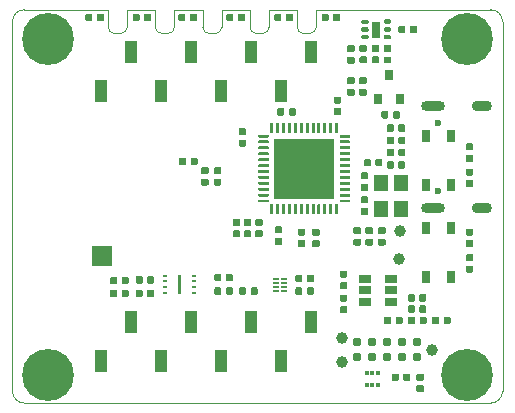
<source format=gbr>
G04 #@! TF.GenerationSoftware,KiCad,Pcbnew,(5.0.0)*
G04 #@! TF.CreationDate,2020-08-24T16:31:51+08:00*
G04 #@! TF.ProjectId,LeashPCB,4C656173685043422E6B696361645F70,B*
G04 #@! TF.SameCoordinates,Original*
G04 #@! TF.FileFunction,Soldermask,Bot*
G04 #@! TF.FilePolarity,Negative*
%FSLAX46Y46*%
G04 Gerber Fmt 4.6, Leading zero omitted, Abs format (unit mm)*
G04 Created by KiCad (PCBNEW (5.0.0)) date 08/24/20 16:31:51*
%MOMM*%
%LPD*%
G01*
G04 APERTURE LIST*
%ADD10C,0.025400*%
%ADD11C,0.100000*%
%ADD12C,0.590000*%
%ADD13R,1.700000X1.700000*%
%ADD14C,0.600000*%
%ADD15O,1.700000X0.900000*%
%ADD16O,2.000000X0.900000*%
%ADD17R,0.650000X1.050000*%
%ADD18R,0.800000X0.900000*%
%ADD19C,1.000000*%
%ADD20R,1.000000X1.900000*%
%ADD21C,0.787400*%
%ADD22C,0.990600*%
%ADD23R,1.060000X0.650000*%
%ADD24C,0.240000*%
%ADD25R,0.690000X1.390000*%
%ADD26C,0.390000*%
%ADD27R,0.530000X0.200000*%
%ADD28C,0.363000*%
%ADD29R,1.200000X1.400000*%
%ADD30C,0.700000*%
%ADD31C,4.400000*%
%ADD32R,5.150000X5.150000*%
%ADD33C,0.250000*%
%ADD34C,0.200000*%
%ADD35R,0.300000X0.250000*%
G04 APERTURE END LIST*
D10*
X41500007Y1000000D02*
X41500007Y32300000D01*
X24114006Y33300010D02*
X21714004Y33300010D01*
X12113998Y33300010D02*
X9714004Y33300010D01*
X16114006Y33300010D02*
X13714004Y33300010D01*
X20114006Y33300010D02*
X17714004Y33300010D01*
X0Y32300009D02*
G75*
G02X999999Y33300010I1000000J1D01*
G01*
X1000000Y0D02*
G75*
G02X0Y1000000I0J1000000D01*
G01*
X25714004Y31800010D02*
G75*
G02X25214004Y31300010I-500000J0D01*
G01*
X24614006Y31300010D02*
G75*
G02X24114006Y31800010I0J500000D01*
G01*
X21714004Y31800010D02*
G75*
G02X21214004Y31300010I-500000J0D01*
G01*
X20614006Y31300010D02*
G75*
G02X20114006Y31800010I0J500000D01*
G01*
X17714004Y31800010D02*
G75*
G02X17214004Y31300010I-500000J0D01*
G01*
X9714004Y31800010D02*
G75*
G02X9214004Y31300010I-500000J0D01*
G01*
X8614006Y31300010D02*
G75*
G02X8114006Y31800010I0J500000D01*
G01*
X41500007Y1000000D02*
G75*
G02X40500007Y0I-1000000J0D01*
G01*
X40500007Y33300010D02*
G75*
G02X41500007Y32300000I0J-1000000D01*
G01*
X12613998Y31300010D02*
G75*
G02X12113998Y31800010I0J500000D01*
G01*
X13714004Y31800010D02*
G75*
G02X13214004Y31300010I-500000J0D01*
G01*
X16614006Y31300010D02*
G75*
G02X16114006Y31800010I0J500000D01*
G01*
X25714004Y31800010D02*
X25714004Y33300010D01*
X24114006Y33300010D02*
X24114006Y31800010D01*
X21714004Y31800010D02*
X21714004Y33300010D01*
X20614006Y31300010D02*
X21214004Y31300010D01*
X20114006Y33300010D02*
X20114006Y31800010D01*
X17714004Y31800010D02*
X17714004Y33300010D01*
X16114006Y33300010D02*
X16114006Y31800010D01*
X40500007Y33300010D02*
X25714004Y33300010D01*
X8113998Y33300010D02*
X1000000Y33300010D01*
X24614006Y31300010D02*
X25214004Y31300010D01*
X8113998Y33300010D02*
X8113998Y31800010D01*
X8614006Y31300010D02*
X9214004Y31300010D01*
X9714004Y31800010D02*
X9714004Y33300010D01*
X16614006Y31300010D02*
X17214004Y31300010D01*
X13714004Y31800010D02*
X13714004Y33300010D01*
X12613998Y31300010D02*
X13214004Y31300010D01*
X1000000Y0D02*
X40500007Y0D01*
X0Y32300010D02*
X0Y1000000D01*
X12113998Y33300010D02*
X12113998Y31800010D01*
D11*
G04 #@! TO.C,C43*
G36*
X24416963Y9792895D02*
X24431281Y9790771D01*
X24445322Y9787254D01*
X24458951Y9782377D01*
X24472036Y9776188D01*
X24484452Y9768747D01*
X24496078Y9760124D01*
X24506803Y9750403D01*
X24516524Y9739678D01*
X24525147Y9728052D01*
X24532588Y9715636D01*
X24538777Y9702551D01*
X24543654Y9688922D01*
X24547171Y9674881D01*
X24549295Y9660563D01*
X24550005Y9646105D01*
X24550005Y9301105D01*
X24549295Y9286647D01*
X24547171Y9272329D01*
X24543654Y9258288D01*
X24538777Y9244659D01*
X24532588Y9231574D01*
X24525147Y9219158D01*
X24516524Y9207532D01*
X24506803Y9196807D01*
X24496078Y9187086D01*
X24484452Y9178463D01*
X24472036Y9171022D01*
X24458951Y9164833D01*
X24445322Y9159956D01*
X24431281Y9156439D01*
X24416963Y9154315D01*
X24402505Y9153605D01*
X24107505Y9153605D01*
X24093047Y9154315D01*
X24078729Y9156439D01*
X24064688Y9159956D01*
X24051059Y9164833D01*
X24037974Y9171022D01*
X24025558Y9178463D01*
X24013932Y9187086D01*
X24003207Y9196807D01*
X23993486Y9207532D01*
X23984863Y9219158D01*
X23977422Y9231574D01*
X23971233Y9244659D01*
X23966356Y9258288D01*
X23962839Y9272329D01*
X23960715Y9286647D01*
X23960005Y9301105D01*
X23960005Y9646105D01*
X23960715Y9660563D01*
X23962839Y9674881D01*
X23966356Y9688922D01*
X23971233Y9702551D01*
X23977422Y9715636D01*
X23984863Y9728052D01*
X23993486Y9739678D01*
X24003207Y9750403D01*
X24013932Y9760124D01*
X24025558Y9768747D01*
X24037974Y9776188D01*
X24051059Y9782377D01*
X24064688Y9787254D01*
X24078729Y9790771D01*
X24093047Y9792895D01*
X24107505Y9793605D01*
X24402505Y9793605D01*
X24416963Y9792895D01*
X24416963Y9792895D01*
G37*
D12*
X24255005Y9473605D03*
D11*
G36*
X25386963Y9792895D02*
X25401281Y9790771D01*
X25415322Y9787254D01*
X25428951Y9782377D01*
X25442036Y9776188D01*
X25454452Y9768747D01*
X25466078Y9760124D01*
X25476803Y9750403D01*
X25486524Y9739678D01*
X25495147Y9728052D01*
X25502588Y9715636D01*
X25508777Y9702551D01*
X25513654Y9688922D01*
X25517171Y9674881D01*
X25519295Y9660563D01*
X25520005Y9646105D01*
X25520005Y9301105D01*
X25519295Y9286647D01*
X25517171Y9272329D01*
X25513654Y9258288D01*
X25508777Y9244659D01*
X25502588Y9231574D01*
X25495147Y9219158D01*
X25486524Y9207532D01*
X25476803Y9196807D01*
X25466078Y9187086D01*
X25454452Y9178463D01*
X25442036Y9171022D01*
X25428951Y9164833D01*
X25415322Y9159956D01*
X25401281Y9156439D01*
X25386963Y9154315D01*
X25372505Y9153605D01*
X25077505Y9153605D01*
X25063047Y9154315D01*
X25048729Y9156439D01*
X25034688Y9159956D01*
X25021059Y9164833D01*
X25007974Y9171022D01*
X24995558Y9178463D01*
X24983932Y9187086D01*
X24973207Y9196807D01*
X24963486Y9207532D01*
X24954863Y9219158D01*
X24947422Y9231574D01*
X24941233Y9244659D01*
X24936356Y9258288D01*
X24932839Y9272329D01*
X24930715Y9286647D01*
X24930005Y9301105D01*
X24930005Y9646105D01*
X24930715Y9660563D01*
X24932839Y9674881D01*
X24936356Y9688922D01*
X24941233Y9702551D01*
X24947422Y9715636D01*
X24954863Y9728052D01*
X24963486Y9739678D01*
X24973207Y9750403D01*
X24983932Y9760124D01*
X24995558Y9768747D01*
X25007974Y9776188D01*
X25021059Y9782377D01*
X25034688Y9787254D01*
X25048729Y9790771D01*
X25063047Y9792895D01*
X25077505Y9793605D01*
X25372505Y9793605D01*
X25386963Y9792895D01*
X25386963Y9792895D01*
G37*
D12*
X25225005Y9473605D03*
G04 #@! TD*
D11*
G04 #@! TO.C,R14*
G36*
X28836958Y26609290D02*
X28851276Y26607166D01*
X28865317Y26603649D01*
X28878946Y26598772D01*
X28892031Y26592583D01*
X28904447Y26585142D01*
X28916073Y26576519D01*
X28926798Y26566798D01*
X28936519Y26556073D01*
X28945142Y26544447D01*
X28952583Y26532031D01*
X28958772Y26518946D01*
X28963649Y26505317D01*
X28967166Y26491276D01*
X28969290Y26476958D01*
X28970000Y26462500D01*
X28970000Y26167500D01*
X28969290Y26153042D01*
X28967166Y26138724D01*
X28963649Y26124683D01*
X28958772Y26111054D01*
X28952583Y26097969D01*
X28945142Y26085553D01*
X28936519Y26073927D01*
X28926798Y26063202D01*
X28916073Y26053481D01*
X28904447Y26044858D01*
X28892031Y26037417D01*
X28878946Y26031228D01*
X28865317Y26026351D01*
X28851276Y26022834D01*
X28836958Y26020710D01*
X28822500Y26020000D01*
X28477500Y26020000D01*
X28463042Y26020710D01*
X28448724Y26022834D01*
X28434683Y26026351D01*
X28421054Y26031228D01*
X28407969Y26037417D01*
X28395553Y26044858D01*
X28383927Y26053481D01*
X28373202Y26063202D01*
X28363481Y26073927D01*
X28354858Y26085553D01*
X28347417Y26097969D01*
X28341228Y26111054D01*
X28336351Y26124683D01*
X28332834Y26138724D01*
X28330710Y26153042D01*
X28330000Y26167500D01*
X28330000Y26462500D01*
X28330710Y26476958D01*
X28332834Y26491276D01*
X28336351Y26505317D01*
X28341228Y26518946D01*
X28347417Y26532031D01*
X28354858Y26544447D01*
X28363481Y26556073D01*
X28373202Y26566798D01*
X28383927Y26576519D01*
X28395553Y26585142D01*
X28407969Y26592583D01*
X28421054Y26598772D01*
X28434683Y26603649D01*
X28448724Y26607166D01*
X28463042Y26609290D01*
X28477500Y26610000D01*
X28822500Y26610000D01*
X28836958Y26609290D01*
X28836958Y26609290D01*
G37*
D12*
X28650000Y26315000D03*
D11*
G36*
X28836958Y27579290D02*
X28851276Y27577166D01*
X28865317Y27573649D01*
X28878946Y27568772D01*
X28892031Y27562583D01*
X28904447Y27555142D01*
X28916073Y27546519D01*
X28926798Y27536798D01*
X28936519Y27526073D01*
X28945142Y27514447D01*
X28952583Y27502031D01*
X28958772Y27488946D01*
X28963649Y27475317D01*
X28967166Y27461276D01*
X28969290Y27446958D01*
X28970000Y27432500D01*
X28970000Y27137500D01*
X28969290Y27123042D01*
X28967166Y27108724D01*
X28963649Y27094683D01*
X28958772Y27081054D01*
X28952583Y27067969D01*
X28945142Y27055553D01*
X28936519Y27043927D01*
X28926798Y27033202D01*
X28916073Y27023481D01*
X28904447Y27014858D01*
X28892031Y27007417D01*
X28878946Y27001228D01*
X28865317Y26996351D01*
X28851276Y26992834D01*
X28836958Y26990710D01*
X28822500Y26990000D01*
X28477500Y26990000D01*
X28463042Y26990710D01*
X28448724Y26992834D01*
X28434683Y26996351D01*
X28421054Y27001228D01*
X28407969Y27007417D01*
X28395553Y27014858D01*
X28383927Y27023481D01*
X28373202Y27033202D01*
X28363481Y27043927D01*
X28354858Y27055553D01*
X28347417Y27067969D01*
X28341228Y27081054D01*
X28336351Y27094683D01*
X28332834Y27108724D01*
X28330710Y27123042D01*
X28330000Y27137500D01*
X28330000Y27432500D01*
X28330710Y27446958D01*
X28332834Y27461276D01*
X28336351Y27475317D01*
X28341228Y27488946D01*
X28347417Y27502031D01*
X28354858Y27514447D01*
X28363481Y27526073D01*
X28373202Y27536798D01*
X28383927Y27546519D01*
X28395553Y27555142D01*
X28407969Y27562583D01*
X28421054Y27568772D01*
X28434683Y27573649D01*
X28448724Y27577166D01*
X28463042Y27579290D01*
X28477500Y27580000D01*
X28822500Y27580000D01*
X28836958Y27579290D01*
X28836958Y27579290D01*
G37*
D12*
X28650000Y27285000D03*
G04 #@! TD*
D11*
G04 #@! TO.C,R13*
G36*
X29861958Y27579290D02*
X29876276Y27577166D01*
X29890317Y27573649D01*
X29903946Y27568772D01*
X29917031Y27562583D01*
X29929447Y27555142D01*
X29941073Y27546519D01*
X29951798Y27536798D01*
X29961519Y27526073D01*
X29970142Y27514447D01*
X29977583Y27502031D01*
X29983772Y27488946D01*
X29988649Y27475317D01*
X29992166Y27461276D01*
X29994290Y27446958D01*
X29995000Y27432500D01*
X29995000Y27137500D01*
X29994290Y27123042D01*
X29992166Y27108724D01*
X29988649Y27094683D01*
X29983772Y27081054D01*
X29977583Y27067969D01*
X29970142Y27055553D01*
X29961519Y27043927D01*
X29951798Y27033202D01*
X29941073Y27023481D01*
X29929447Y27014858D01*
X29917031Y27007417D01*
X29903946Y27001228D01*
X29890317Y26996351D01*
X29876276Y26992834D01*
X29861958Y26990710D01*
X29847500Y26990000D01*
X29502500Y26990000D01*
X29488042Y26990710D01*
X29473724Y26992834D01*
X29459683Y26996351D01*
X29446054Y27001228D01*
X29432969Y27007417D01*
X29420553Y27014858D01*
X29408927Y27023481D01*
X29398202Y27033202D01*
X29388481Y27043927D01*
X29379858Y27055553D01*
X29372417Y27067969D01*
X29366228Y27081054D01*
X29361351Y27094683D01*
X29357834Y27108724D01*
X29355710Y27123042D01*
X29355000Y27137500D01*
X29355000Y27432500D01*
X29355710Y27446958D01*
X29357834Y27461276D01*
X29361351Y27475317D01*
X29366228Y27488946D01*
X29372417Y27502031D01*
X29379858Y27514447D01*
X29388481Y27526073D01*
X29398202Y27536798D01*
X29408927Y27546519D01*
X29420553Y27555142D01*
X29432969Y27562583D01*
X29446054Y27568772D01*
X29459683Y27573649D01*
X29473724Y27577166D01*
X29488042Y27579290D01*
X29502500Y27580000D01*
X29847500Y27580000D01*
X29861958Y27579290D01*
X29861958Y27579290D01*
G37*
D12*
X29675000Y27285000D03*
D11*
G36*
X29861958Y26609290D02*
X29876276Y26607166D01*
X29890317Y26603649D01*
X29903946Y26598772D01*
X29917031Y26592583D01*
X29929447Y26585142D01*
X29941073Y26576519D01*
X29951798Y26566798D01*
X29961519Y26556073D01*
X29970142Y26544447D01*
X29977583Y26532031D01*
X29983772Y26518946D01*
X29988649Y26505317D01*
X29992166Y26491276D01*
X29994290Y26476958D01*
X29995000Y26462500D01*
X29995000Y26167500D01*
X29994290Y26153042D01*
X29992166Y26138724D01*
X29988649Y26124683D01*
X29983772Y26111054D01*
X29977583Y26097969D01*
X29970142Y26085553D01*
X29961519Y26073927D01*
X29951798Y26063202D01*
X29941073Y26053481D01*
X29929447Y26044858D01*
X29917031Y26037417D01*
X29903946Y26031228D01*
X29890317Y26026351D01*
X29876276Y26022834D01*
X29861958Y26020710D01*
X29847500Y26020000D01*
X29502500Y26020000D01*
X29488042Y26020710D01*
X29473724Y26022834D01*
X29459683Y26026351D01*
X29446054Y26031228D01*
X29432969Y26037417D01*
X29420553Y26044858D01*
X29408927Y26053481D01*
X29398202Y26063202D01*
X29388481Y26073927D01*
X29379858Y26085553D01*
X29372417Y26097969D01*
X29366228Y26111054D01*
X29361351Y26124683D01*
X29357834Y26138724D01*
X29355710Y26153042D01*
X29355000Y26167500D01*
X29355000Y26462500D01*
X29355710Y26476958D01*
X29357834Y26491276D01*
X29361351Y26505317D01*
X29366228Y26518946D01*
X29372417Y26532031D01*
X29379858Y26544447D01*
X29388481Y26556073D01*
X29398202Y26566798D01*
X29408927Y26576519D01*
X29420553Y26585142D01*
X29432969Y26592583D01*
X29446054Y26598772D01*
X29459683Y26603649D01*
X29473724Y26607166D01*
X29488042Y26609290D01*
X29502500Y26610000D01*
X29847500Y26610000D01*
X29861958Y26609290D01*
X29861958Y26609290D01*
G37*
D12*
X29675000Y26315000D03*
G04 #@! TD*
D13*
G04 #@! TO.C,AE2*
X7600000Y12450000D03*
G04 #@! TD*
D11*
G04 #@! TO.C,C44*
G36*
X30226958Y20669290D02*
X30241276Y20667166D01*
X30255317Y20663649D01*
X30268946Y20658772D01*
X30282031Y20652583D01*
X30294447Y20645142D01*
X30306073Y20636519D01*
X30316798Y20626798D01*
X30326519Y20616073D01*
X30335142Y20604447D01*
X30342583Y20592031D01*
X30348772Y20578946D01*
X30353649Y20565317D01*
X30357166Y20551276D01*
X30359290Y20536958D01*
X30360000Y20522500D01*
X30360000Y20177500D01*
X30359290Y20163042D01*
X30357166Y20148724D01*
X30353649Y20134683D01*
X30348772Y20121054D01*
X30342583Y20107969D01*
X30335142Y20095553D01*
X30326519Y20083927D01*
X30316798Y20073202D01*
X30306073Y20063481D01*
X30294447Y20054858D01*
X30282031Y20047417D01*
X30268946Y20041228D01*
X30255317Y20036351D01*
X30241276Y20032834D01*
X30226958Y20030710D01*
X30212500Y20030000D01*
X29917500Y20030000D01*
X29903042Y20030710D01*
X29888724Y20032834D01*
X29874683Y20036351D01*
X29861054Y20041228D01*
X29847969Y20047417D01*
X29835553Y20054858D01*
X29823927Y20063481D01*
X29813202Y20073202D01*
X29803481Y20083927D01*
X29794858Y20095553D01*
X29787417Y20107969D01*
X29781228Y20121054D01*
X29776351Y20134683D01*
X29772834Y20148724D01*
X29770710Y20163042D01*
X29770000Y20177500D01*
X29770000Y20522500D01*
X29770710Y20536958D01*
X29772834Y20551276D01*
X29776351Y20565317D01*
X29781228Y20578946D01*
X29787417Y20592031D01*
X29794858Y20604447D01*
X29803481Y20616073D01*
X29813202Y20626798D01*
X29823927Y20636519D01*
X29835553Y20645142D01*
X29847969Y20652583D01*
X29861054Y20658772D01*
X29874683Y20663649D01*
X29888724Y20667166D01*
X29903042Y20669290D01*
X29917500Y20670000D01*
X30212500Y20670000D01*
X30226958Y20669290D01*
X30226958Y20669290D01*
G37*
D12*
X30065000Y20350000D03*
D11*
G36*
X31196958Y20669290D02*
X31211276Y20667166D01*
X31225317Y20663649D01*
X31238946Y20658772D01*
X31252031Y20652583D01*
X31264447Y20645142D01*
X31276073Y20636519D01*
X31286798Y20626798D01*
X31296519Y20616073D01*
X31305142Y20604447D01*
X31312583Y20592031D01*
X31318772Y20578946D01*
X31323649Y20565317D01*
X31327166Y20551276D01*
X31329290Y20536958D01*
X31330000Y20522500D01*
X31330000Y20177500D01*
X31329290Y20163042D01*
X31327166Y20148724D01*
X31323649Y20134683D01*
X31318772Y20121054D01*
X31312583Y20107969D01*
X31305142Y20095553D01*
X31296519Y20083927D01*
X31286798Y20073202D01*
X31276073Y20063481D01*
X31264447Y20054858D01*
X31252031Y20047417D01*
X31238946Y20041228D01*
X31225317Y20036351D01*
X31211276Y20032834D01*
X31196958Y20030710D01*
X31182500Y20030000D01*
X30887500Y20030000D01*
X30873042Y20030710D01*
X30858724Y20032834D01*
X30844683Y20036351D01*
X30831054Y20041228D01*
X30817969Y20047417D01*
X30805553Y20054858D01*
X30793927Y20063481D01*
X30783202Y20073202D01*
X30773481Y20083927D01*
X30764858Y20095553D01*
X30757417Y20107969D01*
X30751228Y20121054D01*
X30746351Y20134683D01*
X30742834Y20148724D01*
X30740710Y20163042D01*
X30740000Y20177500D01*
X30740000Y20522500D01*
X30740710Y20536958D01*
X30742834Y20551276D01*
X30746351Y20565317D01*
X30751228Y20578946D01*
X30757417Y20592031D01*
X30764858Y20604447D01*
X30773481Y20616073D01*
X30783202Y20626798D01*
X30793927Y20636519D01*
X30805553Y20645142D01*
X30817969Y20652583D01*
X30831054Y20658772D01*
X30844683Y20663649D01*
X30858724Y20667166D01*
X30873042Y20669290D01*
X30887500Y20670000D01*
X31182500Y20670000D01*
X31196958Y20669290D01*
X31196958Y20669290D01*
G37*
D12*
X31035000Y20350000D03*
G04 #@! TD*
D11*
G04 #@! TO.C,C45*
G36*
X28836958Y29324290D02*
X28851276Y29322166D01*
X28865317Y29318649D01*
X28878946Y29313772D01*
X28892031Y29307583D01*
X28904447Y29300142D01*
X28916073Y29291519D01*
X28926798Y29281798D01*
X28936519Y29271073D01*
X28945142Y29259447D01*
X28952583Y29247031D01*
X28958772Y29233946D01*
X28963649Y29220317D01*
X28967166Y29206276D01*
X28969290Y29191958D01*
X28970000Y29177500D01*
X28970000Y28882500D01*
X28969290Y28868042D01*
X28967166Y28853724D01*
X28963649Y28839683D01*
X28958772Y28826054D01*
X28952583Y28812969D01*
X28945142Y28800553D01*
X28936519Y28788927D01*
X28926798Y28778202D01*
X28916073Y28768481D01*
X28904447Y28759858D01*
X28892031Y28752417D01*
X28878946Y28746228D01*
X28865317Y28741351D01*
X28851276Y28737834D01*
X28836958Y28735710D01*
X28822500Y28735000D01*
X28477500Y28735000D01*
X28463042Y28735710D01*
X28448724Y28737834D01*
X28434683Y28741351D01*
X28421054Y28746228D01*
X28407969Y28752417D01*
X28395553Y28759858D01*
X28383927Y28768481D01*
X28373202Y28778202D01*
X28363481Y28788927D01*
X28354858Y28800553D01*
X28347417Y28812969D01*
X28341228Y28826054D01*
X28336351Y28839683D01*
X28332834Y28853724D01*
X28330710Y28868042D01*
X28330000Y28882500D01*
X28330000Y29177500D01*
X28330710Y29191958D01*
X28332834Y29206276D01*
X28336351Y29220317D01*
X28341228Y29233946D01*
X28347417Y29247031D01*
X28354858Y29259447D01*
X28363481Y29271073D01*
X28373202Y29281798D01*
X28383927Y29291519D01*
X28395553Y29300142D01*
X28407969Y29307583D01*
X28421054Y29313772D01*
X28434683Y29318649D01*
X28448724Y29322166D01*
X28463042Y29324290D01*
X28477500Y29325000D01*
X28822500Y29325000D01*
X28836958Y29324290D01*
X28836958Y29324290D01*
G37*
D12*
X28650000Y29030000D03*
D11*
G36*
X28836958Y30294290D02*
X28851276Y30292166D01*
X28865317Y30288649D01*
X28878946Y30283772D01*
X28892031Y30277583D01*
X28904447Y30270142D01*
X28916073Y30261519D01*
X28926798Y30251798D01*
X28936519Y30241073D01*
X28945142Y30229447D01*
X28952583Y30217031D01*
X28958772Y30203946D01*
X28963649Y30190317D01*
X28967166Y30176276D01*
X28969290Y30161958D01*
X28970000Y30147500D01*
X28970000Y29852500D01*
X28969290Y29838042D01*
X28967166Y29823724D01*
X28963649Y29809683D01*
X28958772Y29796054D01*
X28952583Y29782969D01*
X28945142Y29770553D01*
X28936519Y29758927D01*
X28926798Y29748202D01*
X28916073Y29738481D01*
X28904447Y29729858D01*
X28892031Y29722417D01*
X28878946Y29716228D01*
X28865317Y29711351D01*
X28851276Y29707834D01*
X28836958Y29705710D01*
X28822500Y29705000D01*
X28477500Y29705000D01*
X28463042Y29705710D01*
X28448724Y29707834D01*
X28434683Y29711351D01*
X28421054Y29716228D01*
X28407969Y29722417D01*
X28395553Y29729858D01*
X28383927Y29738481D01*
X28373202Y29748202D01*
X28363481Y29758927D01*
X28354858Y29770553D01*
X28347417Y29782969D01*
X28341228Y29796054D01*
X28336351Y29809683D01*
X28332834Y29823724D01*
X28330710Y29838042D01*
X28330000Y29852500D01*
X28330000Y30147500D01*
X28330710Y30161958D01*
X28332834Y30176276D01*
X28336351Y30190317D01*
X28341228Y30203946D01*
X28347417Y30217031D01*
X28354858Y30229447D01*
X28363481Y30241073D01*
X28373202Y30251798D01*
X28383927Y30261519D01*
X28395553Y30270142D01*
X28407969Y30277583D01*
X28421054Y30283772D01*
X28434683Y30288649D01*
X28448724Y30292166D01*
X28463042Y30294290D01*
X28477500Y30295000D01*
X28822500Y30295000D01*
X28836958Y30294290D01*
X28836958Y30294290D01*
G37*
D12*
X28650000Y30000000D03*
G04 #@! TD*
D14*
G04 #@! TO.C,P1*
X36053505Y17964105D03*
X36053505Y23744105D03*
D15*
X39743505Y25174105D03*
X39743505Y16534105D03*
D16*
X35573505Y25174105D03*
X35573505Y16534105D03*
G04 #@! TD*
D17*
G04 #@! TO.C,SW1*
X34993405Y22572205D03*
X34993405Y18422205D03*
X37143405Y22572205D03*
X37143405Y18422205D03*
G04 #@! TD*
D11*
G04 #@! TO.C,D10*
G36*
X32163963Y22556395D02*
X32178281Y22554271D01*
X32192322Y22550754D01*
X32205951Y22545877D01*
X32219036Y22539688D01*
X32231452Y22532247D01*
X32243078Y22523624D01*
X32253803Y22513903D01*
X32263524Y22503178D01*
X32272147Y22491552D01*
X32279588Y22479136D01*
X32285777Y22466051D01*
X32290654Y22452422D01*
X32294171Y22438381D01*
X32296295Y22424063D01*
X32297005Y22409605D01*
X32297005Y22064605D01*
X32296295Y22050147D01*
X32294171Y22035829D01*
X32290654Y22021788D01*
X32285777Y22008159D01*
X32279588Y21995074D01*
X32272147Y21982658D01*
X32263524Y21971032D01*
X32253803Y21960307D01*
X32243078Y21950586D01*
X32231452Y21941963D01*
X32219036Y21934522D01*
X32205951Y21928333D01*
X32192322Y21923456D01*
X32178281Y21919939D01*
X32163963Y21917815D01*
X32149505Y21917105D01*
X31854505Y21917105D01*
X31840047Y21917815D01*
X31825729Y21919939D01*
X31811688Y21923456D01*
X31798059Y21928333D01*
X31784974Y21934522D01*
X31772558Y21941963D01*
X31760932Y21950586D01*
X31750207Y21960307D01*
X31740486Y21971032D01*
X31731863Y21982658D01*
X31724422Y21995074D01*
X31718233Y22008159D01*
X31713356Y22021788D01*
X31709839Y22035829D01*
X31707715Y22050147D01*
X31707005Y22064605D01*
X31707005Y22409605D01*
X31707715Y22424063D01*
X31709839Y22438381D01*
X31713356Y22452422D01*
X31718233Y22466051D01*
X31724422Y22479136D01*
X31731863Y22491552D01*
X31740486Y22503178D01*
X31750207Y22513903D01*
X31760932Y22523624D01*
X31772558Y22532247D01*
X31784974Y22539688D01*
X31798059Y22545877D01*
X31811688Y22550754D01*
X31825729Y22554271D01*
X31840047Y22556395D01*
X31854505Y22557105D01*
X32149505Y22557105D01*
X32163963Y22556395D01*
X32163963Y22556395D01*
G37*
D12*
X32002005Y22237105D03*
D11*
G36*
X33133963Y22556395D02*
X33148281Y22554271D01*
X33162322Y22550754D01*
X33175951Y22545877D01*
X33189036Y22539688D01*
X33201452Y22532247D01*
X33213078Y22523624D01*
X33223803Y22513903D01*
X33233524Y22503178D01*
X33242147Y22491552D01*
X33249588Y22479136D01*
X33255777Y22466051D01*
X33260654Y22452422D01*
X33264171Y22438381D01*
X33266295Y22424063D01*
X33267005Y22409605D01*
X33267005Y22064605D01*
X33266295Y22050147D01*
X33264171Y22035829D01*
X33260654Y22021788D01*
X33255777Y22008159D01*
X33249588Y21995074D01*
X33242147Y21982658D01*
X33233524Y21971032D01*
X33223803Y21960307D01*
X33213078Y21950586D01*
X33201452Y21941963D01*
X33189036Y21934522D01*
X33175951Y21928333D01*
X33162322Y21923456D01*
X33148281Y21919939D01*
X33133963Y21917815D01*
X33119505Y21917105D01*
X32824505Y21917105D01*
X32810047Y21917815D01*
X32795729Y21919939D01*
X32781688Y21923456D01*
X32768059Y21928333D01*
X32754974Y21934522D01*
X32742558Y21941963D01*
X32730932Y21950586D01*
X32720207Y21960307D01*
X32710486Y21971032D01*
X32701863Y21982658D01*
X32694422Y21995074D01*
X32688233Y22008159D01*
X32683356Y22021788D01*
X32679839Y22035829D01*
X32677715Y22050147D01*
X32677005Y22064605D01*
X32677005Y22409605D01*
X32677715Y22424063D01*
X32679839Y22438381D01*
X32683356Y22452422D01*
X32688233Y22466051D01*
X32694422Y22479136D01*
X32701863Y22491552D01*
X32710486Y22503178D01*
X32720207Y22513903D01*
X32730932Y22523624D01*
X32742558Y22532247D01*
X32754974Y22539688D01*
X32768059Y22545877D01*
X32781688Y22550754D01*
X32795729Y22554271D01*
X32810047Y22556395D01*
X32824505Y22557105D01*
X33119505Y22557105D01*
X33133963Y22556395D01*
X33133963Y22556395D01*
G37*
D12*
X32972005Y22237105D03*
G04 #@! TD*
D11*
G04 #@! TO.C,D8*
G36*
X32151958Y23594290D02*
X32166276Y23592166D01*
X32180317Y23588649D01*
X32193946Y23583772D01*
X32207031Y23577583D01*
X32219447Y23570142D01*
X32231073Y23561519D01*
X32241798Y23551798D01*
X32251519Y23541073D01*
X32260142Y23529447D01*
X32267583Y23517031D01*
X32273772Y23503946D01*
X32278649Y23490317D01*
X32282166Y23476276D01*
X32284290Y23461958D01*
X32285000Y23447500D01*
X32285000Y23102500D01*
X32284290Y23088042D01*
X32282166Y23073724D01*
X32278649Y23059683D01*
X32273772Y23046054D01*
X32267583Y23032969D01*
X32260142Y23020553D01*
X32251519Y23008927D01*
X32241798Y22998202D01*
X32231073Y22988481D01*
X32219447Y22979858D01*
X32207031Y22972417D01*
X32193946Y22966228D01*
X32180317Y22961351D01*
X32166276Y22957834D01*
X32151958Y22955710D01*
X32137500Y22955000D01*
X31842500Y22955000D01*
X31828042Y22955710D01*
X31813724Y22957834D01*
X31799683Y22961351D01*
X31786054Y22966228D01*
X31772969Y22972417D01*
X31760553Y22979858D01*
X31748927Y22988481D01*
X31738202Y22998202D01*
X31728481Y23008927D01*
X31719858Y23020553D01*
X31712417Y23032969D01*
X31706228Y23046054D01*
X31701351Y23059683D01*
X31697834Y23073724D01*
X31695710Y23088042D01*
X31695000Y23102500D01*
X31695000Y23447500D01*
X31695710Y23461958D01*
X31697834Y23476276D01*
X31701351Y23490317D01*
X31706228Y23503946D01*
X31712417Y23517031D01*
X31719858Y23529447D01*
X31728481Y23541073D01*
X31738202Y23551798D01*
X31748927Y23561519D01*
X31760553Y23570142D01*
X31772969Y23577583D01*
X31786054Y23583772D01*
X31799683Y23588649D01*
X31813724Y23592166D01*
X31828042Y23594290D01*
X31842500Y23595000D01*
X32137500Y23595000D01*
X32151958Y23594290D01*
X32151958Y23594290D01*
G37*
D12*
X31990000Y23275000D03*
D11*
G36*
X33121958Y23594290D02*
X33136276Y23592166D01*
X33150317Y23588649D01*
X33163946Y23583772D01*
X33177031Y23577583D01*
X33189447Y23570142D01*
X33201073Y23561519D01*
X33211798Y23551798D01*
X33221519Y23541073D01*
X33230142Y23529447D01*
X33237583Y23517031D01*
X33243772Y23503946D01*
X33248649Y23490317D01*
X33252166Y23476276D01*
X33254290Y23461958D01*
X33255000Y23447500D01*
X33255000Y23102500D01*
X33254290Y23088042D01*
X33252166Y23073724D01*
X33248649Y23059683D01*
X33243772Y23046054D01*
X33237583Y23032969D01*
X33230142Y23020553D01*
X33221519Y23008927D01*
X33211798Y22998202D01*
X33201073Y22988481D01*
X33189447Y22979858D01*
X33177031Y22972417D01*
X33163946Y22966228D01*
X33150317Y22961351D01*
X33136276Y22957834D01*
X33121958Y22955710D01*
X33107500Y22955000D01*
X32812500Y22955000D01*
X32798042Y22955710D01*
X32783724Y22957834D01*
X32769683Y22961351D01*
X32756054Y22966228D01*
X32742969Y22972417D01*
X32730553Y22979858D01*
X32718927Y22988481D01*
X32708202Y22998202D01*
X32698481Y23008927D01*
X32689858Y23020553D01*
X32682417Y23032969D01*
X32676228Y23046054D01*
X32671351Y23059683D01*
X32667834Y23073724D01*
X32665710Y23088042D01*
X32665000Y23102500D01*
X32665000Y23447500D01*
X32665710Y23461958D01*
X32667834Y23476276D01*
X32671351Y23490317D01*
X32676228Y23503946D01*
X32682417Y23517031D01*
X32689858Y23529447D01*
X32698481Y23541073D01*
X32708202Y23551798D01*
X32718927Y23561519D01*
X32730553Y23570142D01*
X32742969Y23577583D01*
X32756054Y23583772D01*
X32769683Y23588649D01*
X32783724Y23592166D01*
X32798042Y23594290D01*
X32812500Y23595000D01*
X33107500Y23595000D01*
X33121958Y23594290D01*
X33121958Y23594290D01*
G37*
D12*
X32960000Y23275000D03*
G04 #@! TD*
D11*
G04 #@! TO.C,D11*
G36*
X32163963Y21540395D02*
X32178281Y21538271D01*
X32192322Y21534754D01*
X32205951Y21529877D01*
X32219036Y21523688D01*
X32231452Y21516247D01*
X32243078Y21507624D01*
X32253803Y21497903D01*
X32263524Y21487178D01*
X32272147Y21475552D01*
X32279588Y21463136D01*
X32285777Y21450051D01*
X32290654Y21436422D01*
X32294171Y21422381D01*
X32296295Y21408063D01*
X32297005Y21393605D01*
X32297005Y21048605D01*
X32296295Y21034147D01*
X32294171Y21019829D01*
X32290654Y21005788D01*
X32285777Y20992159D01*
X32279588Y20979074D01*
X32272147Y20966658D01*
X32263524Y20955032D01*
X32253803Y20944307D01*
X32243078Y20934586D01*
X32231452Y20925963D01*
X32219036Y20918522D01*
X32205951Y20912333D01*
X32192322Y20907456D01*
X32178281Y20903939D01*
X32163963Y20901815D01*
X32149505Y20901105D01*
X31854505Y20901105D01*
X31840047Y20901815D01*
X31825729Y20903939D01*
X31811688Y20907456D01*
X31798059Y20912333D01*
X31784974Y20918522D01*
X31772558Y20925963D01*
X31760932Y20934586D01*
X31750207Y20944307D01*
X31740486Y20955032D01*
X31731863Y20966658D01*
X31724422Y20979074D01*
X31718233Y20992159D01*
X31713356Y21005788D01*
X31709839Y21019829D01*
X31707715Y21034147D01*
X31707005Y21048605D01*
X31707005Y21393605D01*
X31707715Y21408063D01*
X31709839Y21422381D01*
X31713356Y21436422D01*
X31718233Y21450051D01*
X31724422Y21463136D01*
X31731863Y21475552D01*
X31740486Y21487178D01*
X31750207Y21497903D01*
X31760932Y21507624D01*
X31772558Y21516247D01*
X31784974Y21523688D01*
X31798059Y21529877D01*
X31811688Y21534754D01*
X31825729Y21538271D01*
X31840047Y21540395D01*
X31854505Y21541105D01*
X32149505Y21541105D01*
X32163963Y21540395D01*
X32163963Y21540395D01*
G37*
D12*
X32002005Y21221105D03*
D11*
G36*
X33133963Y21540395D02*
X33148281Y21538271D01*
X33162322Y21534754D01*
X33175951Y21529877D01*
X33189036Y21523688D01*
X33201452Y21516247D01*
X33213078Y21507624D01*
X33223803Y21497903D01*
X33233524Y21487178D01*
X33242147Y21475552D01*
X33249588Y21463136D01*
X33255777Y21450051D01*
X33260654Y21436422D01*
X33264171Y21422381D01*
X33266295Y21408063D01*
X33267005Y21393605D01*
X33267005Y21048605D01*
X33266295Y21034147D01*
X33264171Y21019829D01*
X33260654Y21005788D01*
X33255777Y20992159D01*
X33249588Y20979074D01*
X33242147Y20966658D01*
X33233524Y20955032D01*
X33223803Y20944307D01*
X33213078Y20934586D01*
X33201452Y20925963D01*
X33189036Y20918522D01*
X33175951Y20912333D01*
X33162322Y20907456D01*
X33148281Y20903939D01*
X33133963Y20901815D01*
X33119505Y20901105D01*
X32824505Y20901105D01*
X32810047Y20901815D01*
X32795729Y20903939D01*
X32781688Y20907456D01*
X32768059Y20912333D01*
X32754974Y20918522D01*
X32742558Y20925963D01*
X32730932Y20934586D01*
X32720207Y20944307D01*
X32710486Y20955032D01*
X32701863Y20966658D01*
X32694422Y20979074D01*
X32688233Y20992159D01*
X32683356Y21005788D01*
X32679839Y21019829D01*
X32677715Y21034147D01*
X32677005Y21048605D01*
X32677005Y21393605D01*
X32677715Y21408063D01*
X32679839Y21422381D01*
X32683356Y21436422D01*
X32688233Y21450051D01*
X32694422Y21463136D01*
X32701863Y21475552D01*
X32710486Y21487178D01*
X32720207Y21497903D01*
X32730932Y21507624D01*
X32742558Y21516247D01*
X32754974Y21523688D01*
X32768059Y21529877D01*
X32781688Y21534754D01*
X32795729Y21538271D01*
X32810047Y21540395D01*
X32824505Y21541105D01*
X33119505Y21541105D01*
X33133963Y21540395D01*
X33133963Y21540395D01*
G37*
D12*
X32972005Y21221105D03*
G04 #@! TD*
D11*
G04 #@! TO.C,L1*
G36*
X25879463Y13791395D02*
X25893781Y13789271D01*
X25907822Y13785754D01*
X25921451Y13780877D01*
X25934536Y13774688D01*
X25946952Y13767247D01*
X25958578Y13758624D01*
X25969303Y13748903D01*
X25979024Y13738178D01*
X25987647Y13726552D01*
X25995088Y13714136D01*
X26001277Y13701051D01*
X26006154Y13687422D01*
X26009671Y13673381D01*
X26011795Y13659063D01*
X26012505Y13644605D01*
X26012505Y13349605D01*
X26011795Y13335147D01*
X26009671Y13320829D01*
X26006154Y13306788D01*
X26001277Y13293159D01*
X25995088Y13280074D01*
X25987647Y13267658D01*
X25979024Y13256032D01*
X25969303Y13245307D01*
X25958578Y13235586D01*
X25946952Y13226963D01*
X25934536Y13219522D01*
X25921451Y13213333D01*
X25907822Y13208456D01*
X25893781Y13204939D01*
X25879463Y13202815D01*
X25865005Y13202105D01*
X25520005Y13202105D01*
X25505547Y13202815D01*
X25491229Y13204939D01*
X25477188Y13208456D01*
X25463559Y13213333D01*
X25450474Y13219522D01*
X25438058Y13226963D01*
X25426432Y13235586D01*
X25415707Y13245307D01*
X25405986Y13256032D01*
X25397363Y13267658D01*
X25389922Y13280074D01*
X25383733Y13293159D01*
X25378856Y13306788D01*
X25375339Y13320829D01*
X25373215Y13335147D01*
X25372505Y13349605D01*
X25372505Y13644605D01*
X25373215Y13659063D01*
X25375339Y13673381D01*
X25378856Y13687422D01*
X25383733Y13701051D01*
X25389922Y13714136D01*
X25397363Y13726552D01*
X25405986Y13738178D01*
X25415707Y13748903D01*
X25426432Y13758624D01*
X25438058Y13767247D01*
X25450474Y13774688D01*
X25463559Y13780877D01*
X25477188Y13785754D01*
X25491229Y13789271D01*
X25505547Y13791395D01*
X25520005Y13792105D01*
X25865005Y13792105D01*
X25879463Y13791395D01*
X25879463Y13791395D01*
G37*
D12*
X25692505Y13497105D03*
D11*
G36*
X25879463Y14761395D02*
X25893781Y14759271D01*
X25907822Y14755754D01*
X25921451Y14750877D01*
X25934536Y14744688D01*
X25946952Y14737247D01*
X25958578Y14728624D01*
X25969303Y14718903D01*
X25979024Y14708178D01*
X25987647Y14696552D01*
X25995088Y14684136D01*
X26001277Y14671051D01*
X26006154Y14657422D01*
X26009671Y14643381D01*
X26011795Y14629063D01*
X26012505Y14614605D01*
X26012505Y14319605D01*
X26011795Y14305147D01*
X26009671Y14290829D01*
X26006154Y14276788D01*
X26001277Y14263159D01*
X25995088Y14250074D01*
X25987647Y14237658D01*
X25979024Y14226032D01*
X25969303Y14215307D01*
X25958578Y14205586D01*
X25946952Y14196963D01*
X25934536Y14189522D01*
X25921451Y14183333D01*
X25907822Y14178456D01*
X25893781Y14174939D01*
X25879463Y14172815D01*
X25865005Y14172105D01*
X25520005Y14172105D01*
X25505547Y14172815D01*
X25491229Y14174939D01*
X25477188Y14178456D01*
X25463559Y14183333D01*
X25450474Y14189522D01*
X25438058Y14196963D01*
X25426432Y14205586D01*
X25415707Y14215307D01*
X25405986Y14226032D01*
X25397363Y14237658D01*
X25389922Y14250074D01*
X25383733Y14263159D01*
X25378856Y14276788D01*
X25375339Y14290829D01*
X25373215Y14305147D01*
X25372505Y14319605D01*
X25372505Y14614605D01*
X25373215Y14629063D01*
X25375339Y14643381D01*
X25378856Y14657422D01*
X25383733Y14671051D01*
X25389922Y14684136D01*
X25397363Y14696552D01*
X25405986Y14708178D01*
X25415707Y14718903D01*
X25426432Y14728624D01*
X25438058Y14737247D01*
X25450474Y14744688D01*
X25463559Y14750877D01*
X25477188Y14755754D01*
X25491229Y14759271D01*
X25505547Y14761395D01*
X25520005Y14762105D01*
X25865005Y14762105D01*
X25879463Y14761395D01*
X25879463Y14761395D01*
G37*
D12*
X25692505Y14467105D03*
G04 #@! TD*
D11*
G04 #@! TO.C,L3*
G36*
X8732463Y10681895D02*
X8746781Y10679771D01*
X8760822Y10676254D01*
X8774451Y10671377D01*
X8787536Y10665188D01*
X8799952Y10657747D01*
X8811578Y10649124D01*
X8822303Y10639403D01*
X8832024Y10628678D01*
X8840647Y10617052D01*
X8848088Y10604636D01*
X8854277Y10591551D01*
X8859154Y10577922D01*
X8862671Y10563881D01*
X8864795Y10549563D01*
X8865505Y10535105D01*
X8865505Y10190105D01*
X8864795Y10175647D01*
X8862671Y10161329D01*
X8859154Y10147288D01*
X8854277Y10133659D01*
X8848088Y10120574D01*
X8840647Y10108158D01*
X8832024Y10096532D01*
X8822303Y10085807D01*
X8811578Y10076086D01*
X8799952Y10067463D01*
X8787536Y10060022D01*
X8774451Y10053833D01*
X8760822Y10048956D01*
X8746781Y10045439D01*
X8732463Y10043315D01*
X8718005Y10042605D01*
X8423005Y10042605D01*
X8408547Y10043315D01*
X8394229Y10045439D01*
X8380188Y10048956D01*
X8366559Y10053833D01*
X8353474Y10060022D01*
X8341058Y10067463D01*
X8329432Y10076086D01*
X8318707Y10085807D01*
X8308986Y10096532D01*
X8300363Y10108158D01*
X8292922Y10120574D01*
X8286733Y10133659D01*
X8281856Y10147288D01*
X8278339Y10161329D01*
X8276215Y10175647D01*
X8275505Y10190105D01*
X8275505Y10535105D01*
X8276215Y10549563D01*
X8278339Y10563881D01*
X8281856Y10577922D01*
X8286733Y10591551D01*
X8292922Y10604636D01*
X8300363Y10617052D01*
X8308986Y10628678D01*
X8318707Y10639403D01*
X8329432Y10649124D01*
X8341058Y10657747D01*
X8353474Y10665188D01*
X8366559Y10671377D01*
X8380188Y10676254D01*
X8394229Y10679771D01*
X8408547Y10681895D01*
X8423005Y10682605D01*
X8718005Y10682605D01*
X8732463Y10681895D01*
X8732463Y10681895D01*
G37*
D12*
X8570505Y10362605D03*
D11*
G36*
X9702463Y10681895D02*
X9716781Y10679771D01*
X9730822Y10676254D01*
X9744451Y10671377D01*
X9757536Y10665188D01*
X9769952Y10657747D01*
X9781578Y10649124D01*
X9792303Y10639403D01*
X9802024Y10628678D01*
X9810647Y10617052D01*
X9818088Y10604636D01*
X9824277Y10591551D01*
X9829154Y10577922D01*
X9832671Y10563881D01*
X9834795Y10549563D01*
X9835505Y10535105D01*
X9835505Y10190105D01*
X9834795Y10175647D01*
X9832671Y10161329D01*
X9829154Y10147288D01*
X9824277Y10133659D01*
X9818088Y10120574D01*
X9810647Y10108158D01*
X9802024Y10096532D01*
X9792303Y10085807D01*
X9781578Y10076086D01*
X9769952Y10067463D01*
X9757536Y10060022D01*
X9744451Y10053833D01*
X9730822Y10048956D01*
X9716781Y10045439D01*
X9702463Y10043315D01*
X9688005Y10042605D01*
X9393005Y10042605D01*
X9378547Y10043315D01*
X9364229Y10045439D01*
X9350188Y10048956D01*
X9336559Y10053833D01*
X9323474Y10060022D01*
X9311058Y10067463D01*
X9299432Y10076086D01*
X9288707Y10085807D01*
X9278986Y10096532D01*
X9270363Y10108158D01*
X9262922Y10120574D01*
X9256733Y10133659D01*
X9251856Y10147288D01*
X9248339Y10161329D01*
X9246215Y10175647D01*
X9245505Y10190105D01*
X9245505Y10535105D01*
X9246215Y10549563D01*
X9248339Y10563881D01*
X9251856Y10577922D01*
X9256733Y10591551D01*
X9262922Y10604636D01*
X9270363Y10617052D01*
X9278986Y10628678D01*
X9288707Y10639403D01*
X9299432Y10649124D01*
X9311058Y10657747D01*
X9323474Y10665188D01*
X9336559Y10671377D01*
X9350188Y10676254D01*
X9364229Y10679771D01*
X9378547Y10681895D01*
X9393005Y10682605D01*
X9688005Y10682605D01*
X9702463Y10681895D01*
X9702463Y10681895D01*
G37*
D12*
X9540505Y10362605D03*
G04 #@! TD*
D11*
G04 #@! TO.C,C2*
G36*
X30387963Y14888395D02*
X30402281Y14886271D01*
X30416322Y14882754D01*
X30429951Y14877877D01*
X30443036Y14871688D01*
X30455452Y14864247D01*
X30467078Y14855624D01*
X30477803Y14845903D01*
X30487524Y14835178D01*
X30496147Y14823552D01*
X30503588Y14811136D01*
X30509777Y14798051D01*
X30514654Y14784422D01*
X30518171Y14770381D01*
X30520295Y14756063D01*
X30521005Y14741605D01*
X30521005Y14446605D01*
X30520295Y14432147D01*
X30518171Y14417829D01*
X30514654Y14403788D01*
X30509777Y14390159D01*
X30503588Y14377074D01*
X30496147Y14364658D01*
X30487524Y14353032D01*
X30477803Y14342307D01*
X30467078Y14332586D01*
X30455452Y14323963D01*
X30443036Y14316522D01*
X30429951Y14310333D01*
X30416322Y14305456D01*
X30402281Y14301939D01*
X30387963Y14299815D01*
X30373505Y14299105D01*
X30028505Y14299105D01*
X30014047Y14299815D01*
X29999729Y14301939D01*
X29985688Y14305456D01*
X29972059Y14310333D01*
X29958974Y14316522D01*
X29946558Y14323963D01*
X29934932Y14332586D01*
X29924207Y14342307D01*
X29914486Y14353032D01*
X29905863Y14364658D01*
X29898422Y14377074D01*
X29892233Y14390159D01*
X29887356Y14403788D01*
X29883839Y14417829D01*
X29881715Y14432147D01*
X29881005Y14446605D01*
X29881005Y14741605D01*
X29881715Y14756063D01*
X29883839Y14770381D01*
X29887356Y14784422D01*
X29892233Y14798051D01*
X29898422Y14811136D01*
X29905863Y14823552D01*
X29914486Y14835178D01*
X29924207Y14845903D01*
X29934932Y14855624D01*
X29946558Y14864247D01*
X29958974Y14871688D01*
X29972059Y14877877D01*
X29985688Y14882754D01*
X29999729Y14886271D01*
X30014047Y14888395D01*
X30028505Y14889105D01*
X30373505Y14889105D01*
X30387963Y14888395D01*
X30387963Y14888395D01*
G37*
D12*
X30201005Y14594105D03*
D11*
G36*
X30387963Y13918395D02*
X30402281Y13916271D01*
X30416322Y13912754D01*
X30429951Y13907877D01*
X30443036Y13901688D01*
X30455452Y13894247D01*
X30467078Y13885624D01*
X30477803Y13875903D01*
X30487524Y13865178D01*
X30496147Y13853552D01*
X30503588Y13841136D01*
X30509777Y13828051D01*
X30514654Y13814422D01*
X30518171Y13800381D01*
X30520295Y13786063D01*
X30521005Y13771605D01*
X30521005Y13476605D01*
X30520295Y13462147D01*
X30518171Y13447829D01*
X30514654Y13433788D01*
X30509777Y13420159D01*
X30503588Y13407074D01*
X30496147Y13394658D01*
X30487524Y13383032D01*
X30477803Y13372307D01*
X30467078Y13362586D01*
X30455452Y13353963D01*
X30443036Y13346522D01*
X30429951Y13340333D01*
X30416322Y13335456D01*
X30402281Y13331939D01*
X30387963Y13329815D01*
X30373505Y13329105D01*
X30028505Y13329105D01*
X30014047Y13329815D01*
X29999729Y13331939D01*
X29985688Y13335456D01*
X29972059Y13340333D01*
X29958974Y13346522D01*
X29946558Y13353963D01*
X29934932Y13362586D01*
X29924207Y13372307D01*
X29914486Y13383032D01*
X29905863Y13394658D01*
X29898422Y13407074D01*
X29892233Y13420159D01*
X29887356Y13433788D01*
X29883839Y13447829D01*
X29881715Y13462147D01*
X29881005Y13476605D01*
X29881005Y13771605D01*
X29881715Y13786063D01*
X29883839Y13800381D01*
X29887356Y13814422D01*
X29892233Y13828051D01*
X29898422Y13841136D01*
X29905863Y13853552D01*
X29914486Y13865178D01*
X29924207Y13875903D01*
X29934932Y13885624D01*
X29946558Y13894247D01*
X29958974Y13901688D01*
X29972059Y13907877D01*
X29985688Y13912754D01*
X29999729Y13916271D01*
X30014047Y13918395D01*
X30028505Y13919105D01*
X30373505Y13919105D01*
X30387963Y13918395D01*
X30387963Y13918395D01*
G37*
D12*
X30201005Y13624105D03*
G04 #@! TD*
D18*
G04 #@! TO.C,Q1*
X31900000Y27775000D03*
X30950000Y25775000D03*
X32850000Y25775000D03*
G04 #@! TD*
D11*
G04 #@! TO.C,R26*
G36*
X20100963Y15586895D02*
X20115281Y15584771D01*
X20129322Y15581254D01*
X20142951Y15576377D01*
X20156036Y15570188D01*
X20168452Y15562747D01*
X20180078Y15554124D01*
X20190803Y15544403D01*
X20200524Y15533678D01*
X20209147Y15522052D01*
X20216588Y15509636D01*
X20222777Y15496551D01*
X20227654Y15482922D01*
X20231171Y15468881D01*
X20233295Y15454563D01*
X20234005Y15440105D01*
X20234005Y15145105D01*
X20233295Y15130647D01*
X20231171Y15116329D01*
X20227654Y15102288D01*
X20222777Y15088659D01*
X20216588Y15075574D01*
X20209147Y15063158D01*
X20200524Y15051532D01*
X20190803Y15040807D01*
X20180078Y15031086D01*
X20168452Y15022463D01*
X20156036Y15015022D01*
X20142951Y15008833D01*
X20129322Y15003956D01*
X20115281Y15000439D01*
X20100963Y14998315D01*
X20086505Y14997605D01*
X19741505Y14997605D01*
X19727047Y14998315D01*
X19712729Y15000439D01*
X19698688Y15003956D01*
X19685059Y15008833D01*
X19671974Y15015022D01*
X19659558Y15022463D01*
X19647932Y15031086D01*
X19637207Y15040807D01*
X19627486Y15051532D01*
X19618863Y15063158D01*
X19611422Y15075574D01*
X19605233Y15088659D01*
X19600356Y15102288D01*
X19596839Y15116329D01*
X19594715Y15130647D01*
X19594005Y15145105D01*
X19594005Y15440105D01*
X19594715Y15454563D01*
X19596839Y15468881D01*
X19600356Y15482922D01*
X19605233Y15496551D01*
X19611422Y15509636D01*
X19618863Y15522052D01*
X19627486Y15533678D01*
X19637207Y15544403D01*
X19647932Y15554124D01*
X19659558Y15562747D01*
X19671974Y15570188D01*
X19685059Y15576377D01*
X19698688Y15581254D01*
X19712729Y15584771D01*
X19727047Y15586895D01*
X19741505Y15587605D01*
X20086505Y15587605D01*
X20100963Y15586895D01*
X20100963Y15586895D01*
G37*
D12*
X19914005Y15292605D03*
D11*
G36*
X20100963Y14616895D02*
X20115281Y14614771D01*
X20129322Y14611254D01*
X20142951Y14606377D01*
X20156036Y14600188D01*
X20168452Y14592747D01*
X20180078Y14584124D01*
X20190803Y14574403D01*
X20200524Y14563678D01*
X20209147Y14552052D01*
X20216588Y14539636D01*
X20222777Y14526551D01*
X20227654Y14512922D01*
X20231171Y14498881D01*
X20233295Y14484563D01*
X20234005Y14470105D01*
X20234005Y14175105D01*
X20233295Y14160647D01*
X20231171Y14146329D01*
X20227654Y14132288D01*
X20222777Y14118659D01*
X20216588Y14105574D01*
X20209147Y14093158D01*
X20200524Y14081532D01*
X20190803Y14070807D01*
X20180078Y14061086D01*
X20168452Y14052463D01*
X20156036Y14045022D01*
X20142951Y14038833D01*
X20129322Y14033956D01*
X20115281Y14030439D01*
X20100963Y14028315D01*
X20086505Y14027605D01*
X19741505Y14027605D01*
X19727047Y14028315D01*
X19712729Y14030439D01*
X19698688Y14033956D01*
X19685059Y14038833D01*
X19671974Y14045022D01*
X19659558Y14052463D01*
X19647932Y14061086D01*
X19637207Y14070807D01*
X19627486Y14081532D01*
X19618863Y14093158D01*
X19611422Y14105574D01*
X19605233Y14118659D01*
X19600356Y14132288D01*
X19596839Y14146329D01*
X19594715Y14160647D01*
X19594005Y14175105D01*
X19594005Y14470105D01*
X19594715Y14484563D01*
X19596839Y14498881D01*
X19600356Y14512922D01*
X19605233Y14526551D01*
X19611422Y14539636D01*
X19618863Y14552052D01*
X19627486Y14563678D01*
X19637207Y14574403D01*
X19647932Y14584124D01*
X19659558Y14592747D01*
X19671974Y14600188D01*
X19685059Y14606377D01*
X19698688Y14611254D01*
X19712729Y14614771D01*
X19727047Y14616895D01*
X19741505Y14617605D01*
X20086505Y14617605D01*
X20100963Y14616895D01*
X20100963Y14616895D01*
G37*
D12*
X19914005Y14322605D03*
G04 #@! TD*
D11*
G04 #@! TO.C,R32*
G36*
X33941963Y9221395D02*
X33956281Y9219271D01*
X33970322Y9215754D01*
X33983951Y9210877D01*
X33997036Y9204688D01*
X34009452Y9197247D01*
X34021078Y9188624D01*
X34031803Y9178903D01*
X34041524Y9168178D01*
X34050147Y9156552D01*
X34057588Y9144136D01*
X34063777Y9131051D01*
X34068654Y9117422D01*
X34072171Y9103381D01*
X34074295Y9089063D01*
X34075005Y9074605D01*
X34075005Y8729605D01*
X34074295Y8715147D01*
X34072171Y8700829D01*
X34068654Y8686788D01*
X34063777Y8673159D01*
X34057588Y8660074D01*
X34050147Y8647658D01*
X34041524Y8636032D01*
X34031803Y8625307D01*
X34021078Y8615586D01*
X34009452Y8606963D01*
X33997036Y8599522D01*
X33983951Y8593333D01*
X33970322Y8588456D01*
X33956281Y8584939D01*
X33941963Y8582815D01*
X33927505Y8582105D01*
X33632505Y8582105D01*
X33618047Y8582815D01*
X33603729Y8584939D01*
X33589688Y8588456D01*
X33576059Y8593333D01*
X33562974Y8599522D01*
X33550558Y8606963D01*
X33538932Y8615586D01*
X33528207Y8625307D01*
X33518486Y8636032D01*
X33509863Y8647658D01*
X33502422Y8660074D01*
X33496233Y8673159D01*
X33491356Y8686788D01*
X33487839Y8700829D01*
X33485715Y8715147D01*
X33485005Y8729605D01*
X33485005Y9074605D01*
X33485715Y9089063D01*
X33487839Y9103381D01*
X33491356Y9117422D01*
X33496233Y9131051D01*
X33502422Y9144136D01*
X33509863Y9156552D01*
X33518486Y9168178D01*
X33528207Y9178903D01*
X33538932Y9188624D01*
X33550558Y9197247D01*
X33562974Y9204688D01*
X33576059Y9210877D01*
X33589688Y9215754D01*
X33603729Y9219271D01*
X33618047Y9221395D01*
X33632505Y9222105D01*
X33927505Y9222105D01*
X33941963Y9221395D01*
X33941963Y9221395D01*
G37*
D12*
X33780005Y8902105D03*
D11*
G36*
X34911963Y9221395D02*
X34926281Y9219271D01*
X34940322Y9215754D01*
X34953951Y9210877D01*
X34967036Y9204688D01*
X34979452Y9197247D01*
X34991078Y9188624D01*
X35001803Y9178903D01*
X35011524Y9168178D01*
X35020147Y9156552D01*
X35027588Y9144136D01*
X35033777Y9131051D01*
X35038654Y9117422D01*
X35042171Y9103381D01*
X35044295Y9089063D01*
X35045005Y9074605D01*
X35045005Y8729605D01*
X35044295Y8715147D01*
X35042171Y8700829D01*
X35038654Y8686788D01*
X35033777Y8673159D01*
X35027588Y8660074D01*
X35020147Y8647658D01*
X35011524Y8636032D01*
X35001803Y8625307D01*
X34991078Y8615586D01*
X34979452Y8606963D01*
X34967036Y8599522D01*
X34953951Y8593333D01*
X34940322Y8588456D01*
X34926281Y8584939D01*
X34911963Y8582815D01*
X34897505Y8582105D01*
X34602505Y8582105D01*
X34588047Y8582815D01*
X34573729Y8584939D01*
X34559688Y8588456D01*
X34546059Y8593333D01*
X34532974Y8599522D01*
X34520558Y8606963D01*
X34508932Y8615586D01*
X34498207Y8625307D01*
X34488486Y8636032D01*
X34479863Y8647658D01*
X34472422Y8660074D01*
X34466233Y8673159D01*
X34461356Y8686788D01*
X34457839Y8700829D01*
X34455715Y8715147D01*
X34455005Y8729605D01*
X34455005Y9074605D01*
X34455715Y9089063D01*
X34457839Y9103381D01*
X34461356Y9117422D01*
X34466233Y9131051D01*
X34472422Y9144136D01*
X34479863Y9156552D01*
X34488486Y9168178D01*
X34498207Y9178903D01*
X34508932Y9188624D01*
X34520558Y9197247D01*
X34532974Y9204688D01*
X34546059Y9210877D01*
X34559688Y9215754D01*
X34573729Y9219271D01*
X34588047Y9221395D01*
X34602505Y9222105D01*
X34897505Y9222105D01*
X34911963Y9221395D01*
X34911963Y9221395D01*
G37*
D12*
X34750005Y8902105D03*
G04 #@! TD*
D11*
G04 #@! TO.C,R36*
G36*
X9702463Y9602395D02*
X9716781Y9600271D01*
X9730822Y9596754D01*
X9744451Y9591877D01*
X9757536Y9585688D01*
X9769952Y9578247D01*
X9781578Y9569624D01*
X9792303Y9559903D01*
X9802024Y9549178D01*
X9810647Y9537552D01*
X9818088Y9525136D01*
X9824277Y9512051D01*
X9829154Y9498422D01*
X9832671Y9484381D01*
X9834795Y9470063D01*
X9835505Y9455605D01*
X9835505Y9110605D01*
X9834795Y9096147D01*
X9832671Y9081829D01*
X9829154Y9067788D01*
X9824277Y9054159D01*
X9818088Y9041074D01*
X9810647Y9028658D01*
X9802024Y9017032D01*
X9792303Y9006307D01*
X9781578Y8996586D01*
X9769952Y8987963D01*
X9757536Y8980522D01*
X9744451Y8974333D01*
X9730822Y8969456D01*
X9716781Y8965939D01*
X9702463Y8963815D01*
X9688005Y8963105D01*
X9393005Y8963105D01*
X9378547Y8963815D01*
X9364229Y8965939D01*
X9350188Y8969456D01*
X9336559Y8974333D01*
X9323474Y8980522D01*
X9311058Y8987963D01*
X9299432Y8996586D01*
X9288707Y9006307D01*
X9278986Y9017032D01*
X9270363Y9028658D01*
X9262922Y9041074D01*
X9256733Y9054159D01*
X9251856Y9067788D01*
X9248339Y9081829D01*
X9246215Y9096147D01*
X9245505Y9110605D01*
X9245505Y9455605D01*
X9246215Y9470063D01*
X9248339Y9484381D01*
X9251856Y9498422D01*
X9256733Y9512051D01*
X9262922Y9525136D01*
X9270363Y9537552D01*
X9278986Y9549178D01*
X9288707Y9559903D01*
X9299432Y9569624D01*
X9311058Y9578247D01*
X9323474Y9585688D01*
X9336559Y9591877D01*
X9350188Y9596754D01*
X9364229Y9600271D01*
X9378547Y9602395D01*
X9393005Y9603105D01*
X9688005Y9603105D01*
X9702463Y9602395D01*
X9702463Y9602395D01*
G37*
D12*
X9540505Y9283105D03*
D11*
G36*
X8732463Y9602395D02*
X8746781Y9600271D01*
X8760822Y9596754D01*
X8774451Y9591877D01*
X8787536Y9585688D01*
X8799952Y9578247D01*
X8811578Y9569624D01*
X8822303Y9559903D01*
X8832024Y9549178D01*
X8840647Y9537552D01*
X8848088Y9525136D01*
X8854277Y9512051D01*
X8859154Y9498422D01*
X8862671Y9484381D01*
X8864795Y9470063D01*
X8865505Y9455605D01*
X8865505Y9110605D01*
X8864795Y9096147D01*
X8862671Y9081829D01*
X8859154Y9067788D01*
X8854277Y9054159D01*
X8848088Y9041074D01*
X8840647Y9028658D01*
X8832024Y9017032D01*
X8822303Y9006307D01*
X8811578Y8996586D01*
X8799952Y8987963D01*
X8787536Y8980522D01*
X8774451Y8974333D01*
X8760822Y8969456D01*
X8746781Y8965939D01*
X8732463Y8963815D01*
X8718005Y8963105D01*
X8423005Y8963105D01*
X8408547Y8963815D01*
X8394229Y8965939D01*
X8380188Y8969456D01*
X8366559Y8974333D01*
X8353474Y8980522D01*
X8341058Y8987963D01*
X8329432Y8996586D01*
X8318707Y9006307D01*
X8308986Y9017032D01*
X8300363Y9028658D01*
X8292922Y9041074D01*
X8286733Y9054159D01*
X8281856Y9067788D01*
X8278339Y9081829D01*
X8276215Y9096147D01*
X8275505Y9110605D01*
X8275505Y9455605D01*
X8276215Y9470063D01*
X8278339Y9484381D01*
X8281856Y9498422D01*
X8286733Y9512051D01*
X8292922Y9525136D01*
X8300363Y9537552D01*
X8308986Y9549178D01*
X8318707Y9559903D01*
X8329432Y9569624D01*
X8341058Y9578247D01*
X8353474Y9585688D01*
X8366559Y9591877D01*
X8380188Y9596754D01*
X8394229Y9600271D01*
X8408547Y9602395D01*
X8423005Y9603105D01*
X8718005Y9603105D01*
X8732463Y9602395D01*
X8732463Y9602395D01*
G37*
D12*
X8570505Y9283105D03*
G04 #@! TD*
D11*
G04 #@! TO.C,R7*
G36*
X34711958Y1509290D02*
X34726276Y1507166D01*
X34740317Y1503649D01*
X34753946Y1498772D01*
X34767031Y1492583D01*
X34779447Y1485142D01*
X34791073Y1476519D01*
X34801798Y1466798D01*
X34811519Y1456073D01*
X34820142Y1444447D01*
X34827583Y1432031D01*
X34833772Y1418946D01*
X34838649Y1405317D01*
X34842166Y1391276D01*
X34844290Y1376958D01*
X34845000Y1362500D01*
X34845000Y1067500D01*
X34844290Y1053042D01*
X34842166Y1038724D01*
X34838649Y1024683D01*
X34833772Y1011054D01*
X34827583Y997969D01*
X34820142Y985553D01*
X34811519Y973927D01*
X34801798Y963202D01*
X34791073Y953481D01*
X34779447Y944858D01*
X34767031Y937417D01*
X34753946Y931228D01*
X34740317Y926351D01*
X34726276Y922834D01*
X34711958Y920710D01*
X34697500Y920000D01*
X34352500Y920000D01*
X34338042Y920710D01*
X34323724Y922834D01*
X34309683Y926351D01*
X34296054Y931228D01*
X34282969Y937417D01*
X34270553Y944858D01*
X34258927Y953481D01*
X34248202Y963202D01*
X34238481Y973927D01*
X34229858Y985553D01*
X34222417Y997969D01*
X34216228Y1011054D01*
X34211351Y1024683D01*
X34207834Y1038724D01*
X34205710Y1053042D01*
X34205000Y1067500D01*
X34205000Y1362500D01*
X34205710Y1376958D01*
X34207834Y1391276D01*
X34211351Y1405317D01*
X34216228Y1418946D01*
X34222417Y1432031D01*
X34229858Y1444447D01*
X34238481Y1456073D01*
X34248202Y1466798D01*
X34258927Y1476519D01*
X34270553Y1485142D01*
X34282969Y1492583D01*
X34296054Y1498772D01*
X34309683Y1503649D01*
X34323724Y1507166D01*
X34338042Y1509290D01*
X34352500Y1510000D01*
X34697500Y1510000D01*
X34711958Y1509290D01*
X34711958Y1509290D01*
G37*
D12*
X34525000Y1215000D03*
D11*
G36*
X34711958Y2479290D02*
X34726276Y2477166D01*
X34740317Y2473649D01*
X34753946Y2468772D01*
X34767031Y2462583D01*
X34779447Y2455142D01*
X34791073Y2446519D01*
X34801798Y2436798D01*
X34811519Y2426073D01*
X34820142Y2414447D01*
X34827583Y2402031D01*
X34833772Y2388946D01*
X34838649Y2375317D01*
X34842166Y2361276D01*
X34844290Y2346958D01*
X34845000Y2332500D01*
X34845000Y2037500D01*
X34844290Y2023042D01*
X34842166Y2008724D01*
X34838649Y1994683D01*
X34833772Y1981054D01*
X34827583Y1967969D01*
X34820142Y1955553D01*
X34811519Y1943927D01*
X34801798Y1933202D01*
X34791073Y1923481D01*
X34779447Y1914858D01*
X34767031Y1907417D01*
X34753946Y1901228D01*
X34740317Y1896351D01*
X34726276Y1892834D01*
X34711958Y1890710D01*
X34697500Y1890000D01*
X34352500Y1890000D01*
X34338042Y1890710D01*
X34323724Y1892834D01*
X34309683Y1896351D01*
X34296054Y1901228D01*
X34282969Y1907417D01*
X34270553Y1914858D01*
X34258927Y1923481D01*
X34248202Y1933202D01*
X34238481Y1943927D01*
X34229858Y1955553D01*
X34222417Y1967969D01*
X34216228Y1981054D01*
X34211351Y1994683D01*
X34207834Y2008724D01*
X34205710Y2023042D01*
X34205000Y2037500D01*
X34205000Y2332500D01*
X34205710Y2346958D01*
X34207834Y2361276D01*
X34211351Y2375317D01*
X34216228Y2388946D01*
X34222417Y2402031D01*
X34229858Y2414447D01*
X34238481Y2426073D01*
X34248202Y2436798D01*
X34258927Y2446519D01*
X34270553Y2455142D01*
X34282969Y2462583D01*
X34296054Y2468772D01*
X34309683Y2473649D01*
X34323724Y2477166D01*
X34338042Y2479290D01*
X34352500Y2480000D01*
X34697500Y2480000D01*
X34711958Y2479290D01*
X34711958Y2479290D01*
G37*
D12*
X34525000Y2185000D03*
G04 #@! TD*
D11*
G04 #@! TO.C,R8*
G36*
X33546958Y2494290D02*
X33561276Y2492166D01*
X33575317Y2488649D01*
X33588946Y2483772D01*
X33602031Y2477583D01*
X33614447Y2470142D01*
X33626073Y2461519D01*
X33636798Y2451798D01*
X33646519Y2441073D01*
X33655142Y2429447D01*
X33662583Y2417031D01*
X33668772Y2403946D01*
X33673649Y2390317D01*
X33677166Y2376276D01*
X33679290Y2361958D01*
X33680000Y2347500D01*
X33680000Y2002500D01*
X33679290Y1988042D01*
X33677166Y1973724D01*
X33673649Y1959683D01*
X33668772Y1946054D01*
X33662583Y1932969D01*
X33655142Y1920553D01*
X33646519Y1908927D01*
X33636798Y1898202D01*
X33626073Y1888481D01*
X33614447Y1879858D01*
X33602031Y1872417D01*
X33588946Y1866228D01*
X33575317Y1861351D01*
X33561276Y1857834D01*
X33546958Y1855710D01*
X33532500Y1855000D01*
X33237500Y1855000D01*
X33223042Y1855710D01*
X33208724Y1857834D01*
X33194683Y1861351D01*
X33181054Y1866228D01*
X33167969Y1872417D01*
X33155553Y1879858D01*
X33143927Y1888481D01*
X33133202Y1898202D01*
X33123481Y1908927D01*
X33114858Y1920553D01*
X33107417Y1932969D01*
X33101228Y1946054D01*
X33096351Y1959683D01*
X33092834Y1973724D01*
X33090710Y1988042D01*
X33090000Y2002500D01*
X33090000Y2347500D01*
X33090710Y2361958D01*
X33092834Y2376276D01*
X33096351Y2390317D01*
X33101228Y2403946D01*
X33107417Y2417031D01*
X33114858Y2429447D01*
X33123481Y2441073D01*
X33133202Y2451798D01*
X33143927Y2461519D01*
X33155553Y2470142D01*
X33167969Y2477583D01*
X33181054Y2483772D01*
X33194683Y2488649D01*
X33208724Y2492166D01*
X33223042Y2494290D01*
X33237500Y2495000D01*
X33532500Y2495000D01*
X33546958Y2494290D01*
X33546958Y2494290D01*
G37*
D12*
X33385000Y2175000D03*
D11*
G36*
X32576958Y2494290D02*
X32591276Y2492166D01*
X32605317Y2488649D01*
X32618946Y2483772D01*
X32632031Y2477583D01*
X32644447Y2470142D01*
X32656073Y2461519D01*
X32666798Y2451798D01*
X32676519Y2441073D01*
X32685142Y2429447D01*
X32692583Y2417031D01*
X32698772Y2403946D01*
X32703649Y2390317D01*
X32707166Y2376276D01*
X32709290Y2361958D01*
X32710000Y2347500D01*
X32710000Y2002500D01*
X32709290Y1988042D01*
X32707166Y1973724D01*
X32703649Y1959683D01*
X32698772Y1946054D01*
X32692583Y1932969D01*
X32685142Y1920553D01*
X32676519Y1908927D01*
X32666798Y1898202D01*
X32656073Y1888481D01*
X32644447Y1879858D01*
X32632031Y1872417D01*
X32618946Y1866228D01*
X32605317Y1861351D01*
X32591276Y1857834D01*
X32576958Y1855710D01*
X32562500Y1855000D01*
X32267500Y1855000D01*
X32253042Y1855710D01*
X32238724Y1857834D01*
X32224683Y1861351D01*
X32211054Y1866228D01*
X32197969Y1872417D01*
X32185553Y1879858D01*
X32173927Y1888481D01*
X32163202Y1898202D01*
X32153481Y1908927D01*
X32144858Y1920553D01*
X32137417Y1932969D01*
X32131228Y1946054D01*
X32126351Y1959683D01*
X32122834Y1973724D01*
X32120710Y1988042D01*
X32120000Y2002500D01*
X32120000Y2347500D01*
X32120710Y2361958D01*
X32122834Y2376276D01*
X32126351Y2390317D01*
X32131228Y2403946D01*
X32137417Y2417031D01*
X32144858Y2429447D01*
X32153481Y2441073D01*
X32163202Y2451798D01*
X32173927Y2461519D01*
X32185553Y2470142D01*
X32197969Y2477583D01*
X32211054Y2483772D01*
X32224683Y2488649D01*
X32238724Y2492166D01*
X32253042Y2494290D01*
X32267500Y2495000D01*
X32562500Y2495000D01*
X32576958Y2494290D01*
X32576958Y2494290D01*
G37*
D12*
X32415000Y2175000D03*
G04 #@! TD*
D11*
G04 #@! TO.C,R11*
G36*
X31701958Y24719290D02*
X31716276Y24717166D01*
X31730317Y24713649D01*
X31743946Y24708772D01*
X31757031Y24702583D01*
X31769447Y24695142D01*
X31781073Y24686519D01*
X31791798Y24676798D01*
X31801519Y24666073D01*
X31810142Y24654447D01*
X31817583Y24642031D01*
X31823772Y24628946D01*
X31828649Y24615317D01*
X31832166Y24601276D01*
X31834290Y24586958D01*
X31835000Y24572500D01*
X31835000Y24227500D01*
X31834290Y24213042D01*
X31832166Y24198724D01*
X31828649Y24184683D01*
X31823772Y24171054D01*
X31817583Y24157969D01*
X31810142Y24145553D01*
X31801519Y24133927D01*
X31791798Y24123202D01*
X31781073Y24113481D01*
X31769447Y24104858D01*
X31757031Y24097417D01*
X31743946Y24091228D01*
X31730317Y24086351D01*
X31716276Y24082834D01*
X31701958Y24080710D01*
X31687500Y24080000D01*
X31392500Y24080000D01*
X31378042Y24080710D01*
X31363724Y24082834D01*
X31349683Y24086351D01*
X31336054Y24091228D01*
X31322969Y24097417D01*
X31310553Y24104858D01*
X31298927Y24113481D01*
X31288202Y24123202D01*
X31278481Y24133927D01*
X31269858Y24145553D01*
X31262417Y24157969D01*
X31256228Y24171054D01*
X31251351Y24184683D01*
X31247834Y24198724D01*
X31245710Y24213042D01*
X31245000Y24227500D01*
X31245000Y24572500D01*
X31245710Y24586958D01*
X31247834Y24601276D01*
X31251351Y24615317D01*
X31256228Y24628946D01*
X31262417Y24642031D01*
X31269858Y24654447D01*
X31278481Y24666073D01*
X31288202Y24676798D01*
X31298927Y24686519D01*
X31310553Y24695142D01*
X31322969Y24702583D01*
X31336054Y24708772D01*
X31349683Y24713649D01*
X31363724Y24717166D01*
X31378042Y24719290D01*
X31392500Y24720000D01*
X31687500Y24720000D01*
X31701958Y24719290D01*
X31701958Y24719290D01*
G37*
D12*
X31540000Y24400000D03*
D11*
G36*
X32671958Y24719290D02*
X32686276Y24717166D01*
X32700317Y24713649D01*
X32713946Y24708772D01*
X32727031Y24702583D01*
X32739447Y24695142D01*
X32751073Y24686519D01*
X32761798Y24676798D01*
X32771519Y24666073D01*
X32780142Y24654447D01*
X32787583Y24642031D01*
X32793772Y24628946D01*
X32798649Y24615317D01*
X32802166Y24601276D01*
X32804290Y24586958D01*
X32805000Y24572500D01*
X32805000Y24227500D01*
X32804290Y24213042D01*
X32802166Y24198724D01*
X32798649Y24184683D01*
X32793772Y24171054D01*
X32787583Y24157969D01*
X32780142Y24145553D01*
X32771519Y24133927D01*
X32761798Y24123202D01*
X32751073Y24113481D01*
X32739447Y24104858D01*
X32727031Y24097417D01*
X32713946Y24091228D01*
X32700317Y24086351D01*
X32686276Y24082834D01*
X32671958Y24080710D01*
X32657500Y24080000D01*
X32362500Y24080000D01*
X32348042Y24080710D01*
X32333724Y24082834D01*
X32319683Y24086351D01*
X32306054Y24091228D01*
X32292969Y24097417D01*
X32280553Y24104858D01*
X32268927Y24113481D01*
X32258202Y24123202D01*
X32248481Y24133927D01*
X32239858Y24145553D01*
X32232417Y24157969D01*
X32226228Y24171054D01*
X32221351Y24184683D01*
X32217834Y24198724D01*
X32215710Y24213042D01*
X32215000Y24227500D01*
X32215000Y24572500D01*
X32215710Y24586958D01*
X32217834Y24601276D01*
X32221351Y24615317D01*
X32226228Y24628946D01*
X32232417Y24642031D01*
X32239858Y24654447D01*
X32248481Y24666073D01*
X32258202Y24676798D01*
X32268927Y24686519D01*
X32280553Y24695142D01*
X32292969Y24702583D01*
X32306054Y24708772D01*
X32319683Y24713649D01*
X32333724Y24717166D01*
X32348042Y24719290D01*
X32362500Y24720000D01*
X32657500Y24720000D01*
X32671958Y24719290D01*
X32671958Y24719290D01*
G37*
D12*
X32510000Y24400000D03*
G04 #@! TD*
D11*
G04 #@! TO.C,R12*
G36*
X36968958Y7304290D02*
X36983276Y7302166D01*
X36997317Y7298649D01*
X37010946Y7293772D01*
X37024031Y7287583D01*
X37036447Y7280142D01*
X37048073Y7271519D01*
X37058798Y7261798D01*
X37068519Y7251073D01*
X37077142Y7239447D01*
X37084583Y7227031D01*
X37090772Y7213946D01*
X37095649Y7200317D01*
X37099166Y7186276D01*
X37101290Y7171958D01*
X37102000Y7157500D01*
X37102000Y6812500D01*
X37101290Y6798042D01*
X37099166Y6783724D01*
X37095649Y6769683D01*
X37090772Y6756054D01*
X37084583Y6742969D01*
X37077142Y6730553D01*
X37068519Y6718927D01*
X37058798Y6708202D01*
X37048073Y6698481D01*
X37036447Y6689858D01*
X37024031Y6682417D01*
X37010946Y6676228D01*
X36997317Y6671351D01*
X36983276Y6667834D01*
X36968958Y6665710D01*
X36954500Y6665000D01*
X36659500Y6665000D01*
X36645042Y6665710D01*
X36630724Y6667834D01*
X36616683Y6671351D01*
X36603054Y6676228D01*
X36589969Y6682417D01*
X36577553Y6689858D01*
X36565927Y6698481D01*
X36555202Y6708202D01*
X36545481Y6718927D01*
X36536858Y6730553D01*
X36529417Y6742969D01*
X36523228Y6756054D01*
X36518351Y6769683D01*
X36514834Y6783724D01*
X36512710Y6798042D01*
X36512000Y6812500D01*
X36512000Y7157500D01*
X36512710Y7171958D01*
X36514834Y7186276D01*
X36518351Y7200317D01*
X36523228Y7213946D01*
X36529417Y7227031D01*
X36536858Y7239447D01*
X36545481Y7251073D01*
X36555202Y7261798D01*
X36565927Y7271519D01*
X36577553Y7280142D01*
X36589969Y7287583D01*
X36603054Y7293772D01*
X36616683Y7298649D01*
X36630724Y7302166D01*
X36645042Y7304290D01*
X36659500Y7305000D01*
X36954500Y7305000D01*
X36968958Y7304290D01*
X36968958Y7304290D01*
G37*
D12*
X36807000Y6985000D03*
D11*
G36*
X35998958Y7304290D02*
X36013276Y7302166D01*
X36027317Y7298649D01*
X36040946Y7293772D01*
X36054031Y7287583D01*
X36066447Y7280142D01*
X36078073Y7271519D01*
X36088798Y7261798D01*
X36098519Y7251073D01*
X36107142Y7239447D01*
X36114583Y7227031D01*
X36120772Y7213946D01*
X36125649Y7200317D01*
X36129166Y7186276D01*
X36131290Y7171958D01*
X36132000Y7157500D01*
X36132000Y6812500D01*
X36131290Y6798042D01*
X36129166Y6783724D01*
X36125649Y6769683D01*
X36120772Y6756054D01*
X36114583Y6742969D01*
X36107142Y6730553D01*
X36098519Y6718927D01*
X36088798Y6708202D01*
X36078073Y6698481D01*
X36066447Y6689858D01*
X36054031Y6682417D01*
X36040946Y6676228D01*
X36027317Y6671351D01*
X36013276Y6667834D01*
X35998958Y6665710D01*
X35984500Y6665000D01*
X35689500Y6665000D01*
X35675042Y6665710D01*
X35660724Y6667834D01*
X35646683Y6671351D01*
X35633054Y6676228D01*
X35619969Y6682417D01*
X35607553Y6689858D01*
X35595927Y6698481D01*
X35585202Y6708202D01*
X35575481Y6718927D01*
X35566858Y6730553D01*
X35559417Y6742969D01*
X35553228Y6756054D01*
X35548351Y6769683D01*
X35544834Y6783724D01*
X35542710Y6798042D01*
X35542000Y6812500D01*
X35542000Y7157500D01*
X35542710Y7171958D01*
X35544834Y7186276D01*
X35548351Y7200317D01*
X35553228Y7213946D01*
X35559417Y7227031D01*
X35566858Y7239447D01*
X35575481Y7251073D01*
X35585202Y7261798D01*
X35595927Y7271519D01*
X35607553Y7280142D01*
X35619969Y7287583D01*
X35633054Y7293772D01*
X35646683Y7298649D01*
X35660724Y7302166D01*
X35675042Y7304290D01*
X35689500Y7305000D01*
X35984500Y7305000D01*
X35998958Y7304290D01*
X35998958Y7304290D01*
G37*
D12*
X35837000Y6985000D03*
G04 #@! TD*
D11*
G04 #@! TO.C,R15*
G36*
X31934958Y7304290D02*
X31949276Y7302166D01*
X31963317Y7298649D01*
X31976946Y7293772D01*
X31990031Y7287583D01*
X32002447Y7280142D01*
X32014073Y7271519D01*
X32024798Y7261798D01*
X32034519Y7251073D01*
X32043142Y7239447D01*
X32050583Y7227031D01*
X32056772Y7213946D01*
X32061649Y7200317D01*
X32065166Y7186276D01*
X32067290Y7171958D01*
X32068000Y7157500D01*
X32068000Y6812500D01*
X32067290Y6798042D01*
X32065166Y6783724D01*
X32061649Y6769683D01*
X32056772Y6756054D01*
X32050583Y6742969D01*
X32043142Y6730553D01*
X32034519Y6718927D01*
X32024798Y6708202D01*
X32014073Y6698481D01*
X32002447Y6689858D01*
X31990031Y6682417D01*
X31976946Y6676228D01*
X31963317Y6671351D01*
X31949276Y6667834D01*
X31934958Y6665710D01*
X31920500Y6665000D01*
X31625500Y6665000D01*
X31611042Y6665710D01*
X31596724Y6667834D01*
X31582683Y6671351D01*
X31569054Y6676228D01*
X31555969Y6682417D01*
X31543553Y6689858D01*
X31531927Y6698481D01*
X31521202Y6708202D01*
X31511481Y6718927D01*
X31502858Y6730553D01*
X31495417Y6742969D01*
X31489228Y6756054D01*
X31484351Y6769683D01*
X31480834Y6783724D01*
X31478710Y6798042D01*
X31478000Y6812500D01*
X31478000Y7157500D01*
X31478710Y7171958D01*
X31480834Y7186276D01*
X31484351Y7200317D01*
X31489228Y7213946D01*
X31495417Y7227031D01*
X31502858Y7239447D01*
X31511481Y7251073D01*
X31521202Y7261798D01*
X31531927Y7271519D01*
X31543553Y7280142D01*
X31555969Y7287583D01*
X31569054Y7293772D01*
X31582683Y7298649D01*
X31596724Y7302166D01*
X31611042Y7304290D01*
X31625500Y7305000D01*
X31920500Y7305000D01*
X31934958Y7304290D01*
X31934958Y7304290D01*
G37*
D12*
X31773000Y6985000D03*
D11*
G36*
X32904958Y7304290D02*
X32919276Y7302166D01*
X32933317Y7298649D01*
X32946946Y7293772D01*
X32960031Y7287583D01*
X32972447Y7280142D01*
X32984073Y7271519D01*
X32994798Y7261798D01*
X33004519Y7251073D01*
X33013142Y7239447D01*
X33020583Y7227031D01*
X33026772Y7213946D01*
X33031649Y7200317D01*
X33035166Y7186276D01*
X33037290Y7171958D01*
X33038000Y7157500D01*
X33038000Y6812500D01*
X33037290Y6798042D01*
X33035166Y6783724D01*
X33031649Y6769683D01*
X33026772Y6756054D01*
X33020583Y6742969D01*
X33013142Y6730553D01*
X33004519Y6718927D01*
X32994798Y6708202D01*
X32984073Y6698481D01*
X32972447Y6689858D01*
X32960031Y6682417D01*
X32946946Y6676228D01*
X32933317Y6671351D01*
X32919276Y6667834D01*
X32904958Y6665710D01*
X32890500Y6665000D01*
X32595500Y6665000D01*
X32581042Y6665710D01*
X32566724Y6667834D01*
X32552683Y6671351D01*
X32539054Y6676228D01*
X32525969Y6682417D01*
X32513553Y6689858D01*
X32501927Y6698481D01*
X32491202Y6708202D01*
X32481481Y6718927D01*
X32472858Y6730553D01*
X32465417Y6742969D01*
X32459228Y6756054D01*
X32454351Y6769683D01*
X32450834Y6783724D01*
X32448710Y6798042D01*
X32448000Y6812500D01*
X32448000Y7157500D01*
X32448710Y7171958D01*
X32450834Y7186276D01*
X32454351Y7200317D01*
X32459228Y7213946D01*
X32465417Y7227031D01*
X32472858Y7239447D01*
X32481481Y7251073D01*
X32491202Y7261798D01*
X32501927Y7271519D01*
X32513553Y7280142D01*
X32525969Y7287583D01*
X32539054Y7293772D01*
X32552683Y7298649D01*
X32566724Y7302166D01*
X32581042Y7304290D01*
X32595500Y7305000D01*
X32890500Y7305000D01*
X32904958Y7304290D01*
X32904958Y7304290D01*
G37*
D12*
X32743000Y6985000D03*
G04 #@! TD*
D11*
G04 #@! TO.C,R16*
G36*
X33966958Y7304290D02*
X33981276Y7302166D01*
X33995317Y7298649D01*
X34008946Y7293772D01*
X34022031Y7287583D01*
X34034447Y7280142D01*
X34046073Y7271519D01*
X34056798Y7261798D01*
X34066519Y7251073D01*
X34075142Y7239447D01*
X34082583Y7227031D01*
X34088772Y7213946D01*
X34093649Y7200317D01*
X34097166Y7186276D01*
X34099290Y7171958D01*
X34100000Y7157500D01*
X34100000Y6812500D01*
X34099290Y6798042D01*
X34097166Y6783724D01*
X34093649Y6769683D01*
X34088772Y6756054D01*
X34082583Y6742969D01*
X34075142Y6730553D01*
X34066519Y6718927D01*
X34056798Y6708202D01*
X34046073Y6698481D01*
X34034447Y6689858D01*
X34022031Y6682417D01*
X34008946Y6676228D01*
X33995317Y6671351D01*
X33981276Y6667834D01*
X33966958Y6665710D01*
X33952500Y6665000D01*
X33657500Y6665000D01*
X33643042Y6665710D01*
X33628724Y6667834D01*
X33614683Y6671351D01*
X33601054Y6676228D01*
X33587969Y6682417D01*
X33575553Y6689858D01*
X33563927Y6698481D01*
X33553202Y6708202D01*
X33543481Y6718927D01*
X33534858Y6730553D01*
X33527417Y6742969D01*
X33521228Y6756054D01*
X33516351Y6769683D01*
X33512834Y6783724D01*
X33510710Y6798042D01*
X33510000Y6812500D01*
X33510000Y7157500D01*
X33510710Y7171958D01*
X33512834Y7186276D01*
X33516351Y7200317D01*
X33521228Y7213946D01*
X33527417Y7227031D01*
X33534858Y7239447D01*
X33543481Y7251073D01*
X33553202Y7261798D01*
X33563927Y7271519D01*
X33575553Y7280142D01*
X33587969Y7287583D01*
X33601054Y7293772D01*
X33614683Y7298649D01*
X33628724Y7302166D01*
X33643042Y7304290D01*
X33657500Y7305000D01*
X33952500Y7305000D01*
X33966958Y7304290D01*
X33966958Y7304290D01*
G37*
D12*
X33805000Y6985000D03*
D11*
G36*
X34936958Y7304290D02*
X34951276Y7302166D01*
X34965317Y7298649D01*
X34978946Y7293772D01*
X34992031Y7287583D01*
X35004447Y7280142D01*
X35016073Y7271519D01*
X35026798Y7261798D01*
X35036519Y7251073D01*
X35045142Y7239447D01*
X35052583Y7227031D01*
X35058772Y7213946D01*
X35063649Y7200317D01*
X35067166Y7186276D01*
X35069290Y7171958D01*
X35070000Y7157500D01*
X35070000Y6812500D01*
X35069290Y6798042D01*
X35067166Y6783724D01*
X35063649Y6769683D01*
X35058772Y6756054D01*
X35052583Y6742969D01*
X35045142Y6730553D01*
X35036519Y6718927D01*
X35026798Y6708202D01*
X35016073Y6698481D01*
X35004447Y6689858D01*
X34992031Y6682417D01*
X34978946Y6676228D01*
X34965317Y6671351D01*
X34951276Y6667834D01*
X34936958Y6665710D01*
X34922500Y6665000D01*
X34627500Y6665000D01*
X34613042Y6665710D01*
X34598724Y6667834D01*
X34584683Y6671351D01*
X34571054Y6676228D01*
X34557969Y6682417D01*
X34545553Y6689858D01*
X34533927Y6698481D01*
X34523202Y6708202D01*
X34513481Y6718927D01*
X34504858Y6730553D01*
X34497417Y6742969D01*
X34491228Y6756054D01*
X34486351Y6769683D01*
X34482834Y6783724D01*
X34480710Y6798042D01*
X34480000Y6812500D01*
X34480000Y7157500D01*
X34480710Y7171958D01*
X34482834Y7186276D01*
X34486351Y7200317D01*
X34491228Y7213946D01*
X34497417Y7227031D01*
X34504858Y7239447D01*
X34513481Y7251073D01*
X34523202Y7261798D01*
X34533927Y7271519D01*
X34545553Y7280142D01*
X34557969Y7287583D01*
X34571054Y7293772D01*
X34584683Y7298649D01*
X34598724Y7302166D01*
X34613042Y7304290D01*
X34627500Y7305000D01*
X34922500Y7305000D01*
X34936958Y7304290D01*
X34936958Y7304290D01*
G37*
D12*
X34775000Y6985000D03*
G04 #@! TD*
D11*
G04 #@! TO.C,R17*
G36*
X29371963Y13918395D02*
X29386281Y13916271D01*
X29400322Y13912754D01*
X29413951Y13907877D01*
X29427036Y13901688D01*
X29439452Y13894247D01*
X29451078Y13885624D01*
X29461803Y13875903D01*
X29471524Y13865178D01*
X29480147Y13853552D01*
X29487588Y13841136D01*
X29493777Y13828051D01*
X29498654Y13814422D01*
X29502171Y13800381D01*
X29504295Y13786063D01*
X29505005Y13771605D01*
X29505005Y13476605D01*
X29504295Y13462147D01*
X29502171Y13447829D01*
X29498654Y13433788D01*
X29493777Y13420159D01*
X29487588Y13407074D01*
X29480147Y13394658D01*
X29471524Y13383032D01*
X29461803Y13372307D01*
X29451078Y13362586D01*
X29439452Y13353963D01*
X29427036Y13346522D01*
X29413951Y13340333D01*
X29400322Y13335456D01*
X29386281Y13331939D01*
X29371963Y13329815D01*
X29357505Y13329105D01*
X29012505Y13329105D01*
X28998047Y13329815D01*
X28983729Y13331939D01*
X28969688Y13335456D01*
X28956059Y13340333D01*
X28942974Y13346522D01*
X28930558Y13353963D01*
X28918932Y13362586D01*
X28908207Y13372307D01*
X28898486Y13383032D01*
X28889863Y13394658D01*
X28882422Y13407074D01*
X28876233Y13420159D01*
X28871356Y13433788D01*
X28867839Y13447829D01*
X28865715Y13462147D01*
X28865005Y13476605D01*
X28865005Y13771605D01*
X28865715Y13786063D01*
X28867839Y13800381D01*
X28871356Y13814422D01*
X28876233Y13828051D01*
X28882422Y13841136D01*
X28889863Y13853552D01*
X28898486Y13865178D01*
X28908207Y13875903D01*
X28918932Y13885624D01*
X28930558Y13894247D01*
X28942974Y13901688D01*
X28956059Y13907877D01*
X28969688Y13912754D01*
X28983729Y13916271D01*
X28998047Y13918395D01*
X29012505Y13919105D01*
X29357505Y13919105D01*
X29371963Y13918395D01*
X29371963Y13918395D01*
G37*
D12*
X29185005Y13624105D03*
D11*
G36*
X29371963Y14888395D02*
X29386281Y14886271D01*
X29400322Y14882754D01*
X29413951Y14877877D01*
X29427036Y14871688D01*
X29439452Y14864247D01*
X29451078Y14855624D01*
X29461803Y14845903D01*
X29471524Y14835178D01*
X29480147Y14823552D01*
X29487588Y14811136D01*
X29493777Y14798051D01*
X29498654Y14784422D01*
X29502171Y14770381D01*
X29504295Y14756063D01*
X29505005Y14741605D01*
X29505005Y14446605D01*
X29504295Y14432147D01*
X29502171Y14417829D01*
X29498654Y14403788D01*
X29493777Y14390159D01*
X29487588Y14377074D01*
X29480147Y14364658D01*
X29471524Y14353032D01*
X29461803Y14342307D01*
X29451078Y14332586D01*
X29439452Y14323963D01*
X29427036Y14316522D01*
X29413951Y14310333D01*
X29400322Y14305456D01*
X29386281Y14301939D01*
X29371963Y14299815D01*
X29357505Y14299105D01*
X29012505Y14299105D01*
X28998047Y14299815D01*
X28983729Y14301939D01*
X28969688Y14305456D01*
X28956059Y14310333D01*
X28942974Y14316522D01*
X28930558Y14323963D01*
X28918932Y14332586D01*
X28908207Y14342307D01*
X28898486Y14353032D01*
X28889863Y14364658D01*
X28882422Y14377074D01*
X28876233Y14390159D01*
X28871356Y14403788D01*
X28867839Y14417829D01*
X28865715Y14432147D01*
X28865005Y14446605D01*
X28865005Y14741605D01*
X28865715Y14756063D01*
X28867839Y14770381D01*
X28871356Y14784422D01*
X28876233Y14798051D01*
X28882422Y14811136D01*
X28889863Y14823552D01*
X28898486Y14835178D01*
X28908207Y14845903D01*
X28918932Y14855624D01*
X28930558Y14864247D01*
X28942974Y14871688D01*
X28956059Y14877877D01*
X28969688Y14882754D01*
X28983729Y14886271D01*
X28998047Y14888395D01*
X29012505Y14889105D01*
X29357505Y14889105D01*
X29371963Y14888395D01*
X29371963Y14888395D01*
G37*
D12*
X29185005Y14594105D03*
G04 #@! TD*
D11*
G04 #@! TO.C,R24*
G36*
X31467463Y14888395D02*
X31481781Y14886271D01*
X31495822Y14882754D01*
X31509451Y14877877D01*
X31522536Y14871688D01*
X31534952Y14864247D01*
X31546578Y14855624D01*
X31557303Y14845903D01*
X31567024Y14835178D01*
X31575647Y14823552D01*
X31583088Y14811136D01*
X31589277Y14798051D01*
X31594154Y14784422D01*
X31597671Y14770381D01*
X31599795Y14756063D01*
X31600505Y14741605D01*
X31600505Y14446605D01*
X31599795Y14432147D01*
X31597671Y14417829D01*
X31594154Y14403788D01*
X31589277Y14390159D01*
X31583088Y14377074D01*
X31575647Y14364658D01*
X31567024Y14353032D01*
X31557303Y14342307D01*
X31546578Y14332586D01*
X31534952Y14323963D01*
X31522536Y14316522D01*
X31509451Y14310333D01*
X31495822Y14305456D01*
X31481781Y14301939D01*
X31467463Y14299815D01*
X31453005Y14299105D01*
X31108005Y14299105D01*
X31093547Y14299815D01*
X31079229Y14301939D01*
X31065188Y14305456D01*
X31051559Y14310333D01*
X31038474Y14316522D01*
X31026058Y14323963D01*
X31014432Y14332586D01*
X31003707Y14342307D01*
X30993986Y14353032D01*
X30985363Y14364658D01*
X30977922Y14377074D01*
X30971733Y14390159D01*
X30966856Y14403788D01*
X30963339Y14417829D01*
X30961215Y14432147D01*
X30960505Y14446605D01*
X30960505Y14741605D01*
X30961215Y14756063D01*
X30963339Y14770381D01*
X30966856Y14784422D01*
X30971733Y14798051D01*
X30977922Y14811136D01*
X30985363Y14823552D01*
X30993986Y14835178D01*
X31003707Y14845903D01*
X31014432Y14855624D01*
X31026058Y14864247D01*
X31038474Y14871688D01*
X31051559Y14877877D01*
X31065188Y14882754D01*
X31079229Y14886271D01*
X31093547Y14888395D01*
X31108005Y14889105D01*
X31453005Y14889105D01*
X31467463Y14888395D01*
X31467463Y14888395D01*
G37*
D12*
X31280505Y14594105D03*
D11*
G36*
X31467463Y13918395D02*
X31481781Y13916271D01*
X31495822Y13912754D01*
X31509451Y13907877D01*
X31522536Y13901688D01*
X31534952Y13894247D01*
X31546578Y13885624D01*
X31557303Y13875903D01*
X31567024Y13865178D01*
X31575647Y13853552D01*
X31583088Y13841136D01*
X31589277Y13828051D01*
X31594154Y13814422D01*
X31597671Y13800381D01*
X31599795Y13786063D01*
X31600505Y13771605D01*
X31600505Y13476605D01*
X31599795Y13462147D01*
X31597671Y13447829D01*
X31594154Y13433788D01*
X31589277Y13420159D01*
X31583088Y13407074D01*
X31575647Y13394658D01*
X31567024Y13383032D01*
X31557303Y13372307D01*
X31546578Y13362586D01*
X31534952Y13353963D01*
X31522536Y13346522D01*
X31509451Y13340333D01*
X31495822Y13335456D01*
X31481781Y13331939D01*
X31467463Y13329815D01*
X31453005Y13329105D01*
X31108005Y13329105D01*
X31093547Y13329815D01*
X31079229Y13331939D01*
X31065188Y13335456D01*
X31051559Y13340333D01*
X31038474Y13346522D01*
X31026058Y13353963D01*
X31014432Y13362586D01*
X31003707Y13372307D01*
X30993986Y13383032D01*
X30985363Y13394658D01*
X30977922Y13407074D01*
X30971733Y13420159D01*
X30966856Y13433788D01*
X30963339Y13447829D01*
X30961215Y13462147D01*
X30960505Y13476605D01*
X30960505Y13771605D01*
X30961215Y13786063D01*
X30963339Y13800381D01*
X30966856Y13814422D01*
X30971733Y13828051D01*
X30977922Y13841136D01*
X30985363Y13853552D01*
X30993986Y13865178D01*
X31003707Y13875903D01*
X31014432Y13885624D01*
X31026058Y13894247D01*
X31038474Y13901688D01*
X31051559Y13907877D01*
X31065188Y13912754D01*
X31079229Y13916271D01*
X31093547Y13918395D01*
X31108005Y13919105D01*
X31453005Y13919105D01*
X31467463Y13918395D01*
X31467463Y13918395D01*
G37*
D12*
X31280505Y13624105D03*
G04 #@! TD*
D11*
G04 #@! TO.C,R27*
G36*
X19148463Y15586895D02*
X19162781Y15584771D01*
X19176822Y15581254D01*
X19190451Y15576377D01*
X19203536Y15570188D01*
X19215952Y15562747D01*
X19227578Y15554124D01*
X19238303Y15544403D01*
X19248024Y15533678D01*
X19256647Y15522052D01*
X19264088Y15509636D01*
X19270277Y15496551D01*
X19275154Y15482922D01*
X19278671Y15468881D01*
X19280795Y15454563D01*
X19281505Y15440105D01*
X19281505Y15145105D01*
X19280795Y15130647D01*
X19278671Y15116329D01*
X19275154Y15102288D01*
X19270277Y15088659D01*
X19264088Y15075574D01*
X19256647Y15063158D01*
X19248024Y15051532D01*
X19238303Y15040807D01*
X19227578Y15031086D01*
X19215952Y15022463D01*
X19203536Y15015022D01*
X19190451Y15008833D01*
X19176822Y15003956D01*
X19162781Y15000439D01*
X19148463Y14998315D01*
X19134005Y14997605D01*
X18789005Y14997605D01*
X18774547Y14998315D01*
X18760229Y15000439D01*
X18746188Y15003956D01*
X18732559Y15008833D01*
X18719474Y15015022D01*
X18707058Y15022463D01*
X18695432Y15031086D01*
X18684707Y15040807D01*
X18674986Y15051532D01*
X18666363Y15063158D01*
X18658922Y15075574D01*
X18652733Y15088659D01*
X18647856Y15102288D01*
X18644339Y15116329D01*
X18642215Y15130647D01*
X18641505Y15145105D01*
X18641505Y15440105D01*
X18642215Y15454563D01*
X18644339Y15468881D01*
X18647856Y15482922D01*
X18652733Y15496551D01*
X18658922Y15509636D01*
X18666363Y15522052D01*
X18674986Y15533678D01*
X18684707Y15544403D01*
X18695432Y15554124D01*
X18707058Y15562747D01*
X18719474Y15570188D01*
X18732559Y15576377D01*
X18746188Y15581254D01*
X18760229Y15584771D01*
X18774547Y15586895D01*
X18789005Y15587605D01*
X19134005Y15587605D01*
X19148463Y15586895D01*
X19148463Y15586895D01*
G37*
D12*
X18961505Y15292605D03*
D11*
G36*
X19148463Y14616895D02*
X19162781Y14614771D01*
X19176822Y14611254D01*
X19190451Y14606377D01*
X19203536Y14600188D01*
X19215952Y14592747D01*
X19227578Y14584124D01*
X19238303Y14574403D01*
X19248024Y14563678D01*
X19256647Y14552052D01*
X19264088Y14539636D01*
X19270277Y14526551D01*
X19275154Y14512922D01*
X19278671Y14498881D01*
X19280795Y14484563D01*
X19281505Y14470105D01*
X19281505Y14175105D01*
X19280795Y14160647D01*
X19278671Y14146329D01*
X19275154Y14132288D01*
X19270277Y14118659D01*
X19264088Y14105574D01*
X19256647Y14093158D01*
X19248024Y14081532D01*
X19238303Y14070807D01*
X19227578Y14061086D01*
X19215952Y14052463D01*
X19203536Y14045022D01*
X19190451Y14038833D01*
X19176822Y14033956D01*
X19162781Y14030439D01*
X19148463Y14028315D01*
X19134005Y14027605D01*
X18789005Y14027605D01*
X18774547Y14028315D01*
X18760229Y14030439D01*
X18746188Y14033956D01*
X18732559Y14038833D01*
X18719474Y14045022D01*
X18707058Y14052463D01*
X18695432Y14061086D01*
X18684707Y14070807D01*
X18674986Y14081532D01*
X18666363Y14093158D01*
X18658922Y14105574D01*
X18652733Y14118659D01*
X18647856Y14132288D01*
X18644339Y14146329D01*
X18642215Y14160647D01*
X18641505Y14175105D01*
X18641505Y14470105D01*
X18642215Y14484563D01*
X18644339Y14498881D01*
X18647856Y14512922D01*
X18652733Y14526551D01*
X18658922Y14539636D01*
X18666363Y14552052D01*
X18674986Y14563678D01*
X18684707Y14574403D01*
X18695432Y14584124D01*
X18707058Y14592747D01*
X18719474Y14600188D01*
X18732559Y14606377D01*
X18746188Y14611254D01*
X18760229Y14614771D01*
X18774547Y14616895D01*
X18789005Y14617605D01*
X19134005Y14617605D01*
X19148463Y14616895D01*
X19148463Y14616895D01*
G37*
D12*
X18961505Y14322605D03*
G04 #@! TD*
D11*
G04 #@! TO.C,R25*
G36*
X27720963Y24967395D02*
X27735281Y24965271D01*
X27749322Y24961754D01*
X27762951Y24956877D01*
X27776036Y24950688D01*
X27788452Y24943247D01*
X27800078Y24934624D01*
X27810803Y24924903D01*
X27820524Y24914178D01*
X27829147Y24902552D01*
X27836588Y24890136D01*
X27842777Y24877051D01*
X27847654Y24863422D01*
X27851171Y24849381D01*
X27853295Y24835063D01*
X27854005Y24820605D01*
X27854005Y24525605D01*
X27853295Y24511147D01*
X27851171Y24496829D01*
X27847654Y24482788D01*
X27842777Y24469159D01*
X27836588Y24456074D01*
X27829147Y24443658D01*
X27820524Y24432032D01*
X27810803Y24421307D01*
X27800078Y24411586D01*
X27788452Y24402963D01*
X27776036Y24395522D01*
X27762951Y24389333D01*
X27749322Y24384456D01*
X27735281Y24380939D01*
X27720963Y24378815D01*
X27706505Y24378105D01*
X27361505Y24378105D01*
X27347047Y24378815D01*
X27332729Y24380939D01*
X27318688Y24384456D01*
X27305059Y24389333D01*
X27291974Y24395522D01*
X27279558Y24402963D01*
X27267932Y24411586D01*
X27257207Y24421307D01*
X27247486Y24432032D01*
X27238863Y24443658D01*
X27231422Y24456074D01*
X27225233Y24469159D01*
X27220356Y24482788D01*
X27216839Y24496829D01*
X27214715Y24511147D01*
X27214005Y24525605D01*
X27214005Y24820605D01*
X27214715Y24835063D01*
X27216839Y24849381D01*
X27220356Y24863422D01*
X27225233Y24877051D01*
X27231422Y24890136D01*
X27238863Y24902552D01*
X27247486Y24914178D01*
X27257207Y24924903D01*
X27267932Y24934624D01*
X27279558Y24943247D01*
X27291974Y24950688D01*
X27305059Y24956877D01*
X27318688Y24961754D01*
X27332729Y24965271D01*
X27347047Y24967395D01*
X27361505Y24968105D01*
X27706505Y24968105D01*
X27720963Y24967395D01*
X27720963Y24967395D01*
G37*
D12*
X27534005Y24673105D03*
D11*
G36*
X27720963Y25937395D02*
X27735281Y25935271D01*
X27749322Y25931754D01*
X27762951Y25926877D01*
X27776036Y25920688D01*
X27788452Y25913247D01*
X27800078Y25904624D01*
X27810803Y25894903D01*
X27820524Y25884178D01*
X27829147Y25872552D01*
X27836588Y25860136D01*
X27842777Y25847051D01*
X27847654Y25833422D01*
X27851171Y25819381D01*
X27853295Y25805063D01*
X27854005Y25790605D01*
X27854005Y25495605D01*
X27853295Y25481147D01*
X27851171Y25466829D01*
X27847654Y25452788D01*
X27842777Y25439159D01*
X27836588Y25426074D01*
X27829147Y25413658D01*
X27820524Y25402032D01*
X27810803Y25391307D01*
X27800078Y25381586D01*
X27788452Y25372963D01*
X27776036Y25365522D01*
X27762951Y25359333D01*
X27749322Y25354456D01*
X27735281Y25350939D01*
X27720963Y25348815D01*
X27706505Y25348105D01*
X27361505Y25348105D01*
X27347047Y25348815D01*
X27332729Y25350939D01*
X27318688Y25354456D01*
X27305059Y25359333D01*
X27291974Y25365522D01*
X27279558Y25372963D01*
X27267932Y25381586D01*
X27257207Y25391307D01*
X27247486Y25402032D01*
X27238863Y25413658D01*
X27231422Y25426074D01*
X27225233Y25439159D01*
X27220356Y25452788D01*
X27216839Y25466829D01*
X27214715Y25481147D01*
X27214005Y25495605D01*
X27214005Y25790605D01*
X27214715Y25805063D01*
X27216839Y25819381D01*
X27220356Y25833422D01*
X27225233Y25847051D01*
X27231422Y25860136D01*
X27238863Y25872552D01*
X27247486Y25884178D01*
X27257207Y25894903D01*
X27267932Y25904624D01*
X27279558Y25913247D01*
X27291974Y25920688D01*
X27305059Y25926877D01*
X27318688Y25931754D01*
X27332729Y25935271D01*
X27347047Y25937395D01*
X27361505Y25938105D01*
X27706505Y25938105D01*
X27720963Y25937395D01*
X27720963Y25937395D01*
G37*
D12*
X27534005Y25643105D03*
G04 #@! TD*
D19*
G04 #@! TO.C,TP2*
X32804505Y14553605D03*
G04 #@! TD*
G04 #@! TO.C,TP1*
X32741005Y12204105D03*
G04 #@! TD*
D20*
G04 #@! TO.C,J5*
X15113000Y6869105D03*
X20193000Y6869105D03*
X10033000Y6869105D03*
X17653000Y3569105D03*
X25273000Y6869105D03*
X22733000Y3569105D03*
X12573000Y3569105D03*
X7493000Y3569105D03*
X22733000Y26429105D03*
X17653000Y26429105D03*
X12573000Y26429105D03*
X7493000Y26429105D03*
X25273000Y29729105D03*
X20193000Y29729105D03*
X15113000Y29729105D03*
X10033000Y29729105D03*
G04 #@! TD*
D21*
G04 #@! TO.C,J3*
X30455005Y3865000D03*
X29185005Y3865000D03*
X29185005Y5135000D03*
X30455005Y5135000D03*
D22*
X35535005Y4500000D03*
X27915005Y5516000D03*
X27915005Y3484000D03*
D21*
X34265005Y3865000D03*
X34265005Y5135000D03*
X32995005Y3865000D03*
X32995005Y5135000D03*
X31725005Y3865000D03*
X31725005Y5135000D03*
G04 #@! TD*
D11*
G04 #@! TO.C,R23*
G36*
X19656463Y22300395D02*
X19670781Y22298271D01*
X19684822Y22294754D01*
X19698451Y22289877D01*
X19711536Y22283688D01*
X19723952Y22276247D01*
X19735578Y22267624D01*
X19746303Y22257903D01*
X19756024Y22247178D01*
X19764647Y22235552D01*
X19772088Y22223136D01*
X19778277Y22210051D01*
X19783154Y22196422D01*
X19786671Y22182381D01*
X19788795Y22168063D01*
X19789505Y22153605D01*
X19789505Y21858605D01*
X19788795Y21844147D01*
X19786671Y21829829D01*
X19783154Y21815788D01*
X19778277Y21802159D01*
X19772088Y21789074D01*
X19764647Y21776658D01*
X19756024Y21765032D01*
X19746303Y21754307D01*
X19735578Y21744586D01*
X19723952Y21735963D01*
X19711536Y21728522D01*
X19698451Y21722333D01*
X19684822Y21717456D01*
X19670781Y21713939D01*
X19656463Y21711815D01*
X19642005Y21711105D01*
X19297005Y21711105D01*
X19282547Y21711815D01*
X19268229Y21713939D01*
X19254188Y21717456D01*
X19240559Y21722333D01*
X19227474Y21728522D01*
X19215058Y21735963D01*
X19203432Y21744586D01*
X19192707Y21754307D01*
X19182986Y21765032D01*
X19174363Y21776658D01*
X19166922Y21789074D01*
X19160733Y21802159D01*
X19155856Y21815788D01*
X19152339Y21829829D01*
X19150215Y21844147D01*
X19149505Y21858605D01*
X19149505Y22153605D01*
X19150215Y22168063D01*
X19152339Y22182381D01*
X19155856Y22196422D01*
X19160733Y22210051D01*
X19166922Y22223136D01*
X19174363Y22235552D01*
X19182986Y22247178D01*
X19192707Y22257903D01*
X19203432Y22267624D01*
X19215058Y22276247D01*
X19227474Y22283688D01*
X19240559Y22289877D01*
X19254188Y22294754D01*
X19268229Y22298271D01*
X19282547Y22300395D01*
X19297005Y22301105D01*
X19642005Y22301105D01*
X19656463Y22300395D01*
X19656463Y22300395D01*
G37*
D12*
X19469505Y22006105D03*
D11*
G36*
X19656463Y23270395D02*
X19670781Y23268271D01*
X19684822Y23264754D01*
X19698451Y23259877D01*
X19711536Y23253688D01*
X19723952Y23246247D01*
X19735578Y23237624D01*
X19746303Y23227903D01*
X19756024Y23217178D01*
X19764647Y23205552D01*
X19772088Y23193136D01*
X19778277Y23180051D01*
X19783154Y23166422D01*
X19786671Y23152381D01*
X19788795Y23138063D01*
X19789505Y23123605D01*
X19789505Y22828605D01*
X19788795Y22814147D01*
X19786671Y22799829D01*
X19783154Y22785788D01*
X19778277Y22772159D01*
X19772088Y22759074D01*
X19764647Y22746658D01*
X19756024Y22735032D01*
X19746303Y22724307D01*
X19735578Y22714586D01*
X19723952Y22705963D01*
X19711536Y22698522D01*
X19698451Y22692333D01*
X19684822Y22687456D01*
X19670781Y22683939D01*
X19656463Y22681815D01*
X19642005Y22681105D01*
X19297005Y22681105D01*
X19282547Y22681815D01*
X19268229Y22683939D01*
X19254188Y22687456D01*
X19240559Y22692333D01*
X19227474Y22698522D01*
X19215058Y22705963D01*
X19203432Y22714586D01*
X19192707Y22724307D01*
X19182986Y22735032D01*
X19174363Y22746658D01*
X19166922Y22759074D01*
X19160733Y22772159D01*
X19155856Y22785788D01*
X19152339Y22799829D01*
X19150215Y22814147D01*
X19149505Y22828605D01*
X19149505Y23123605D01*
X19150215Y23138063D01*
X19152339Y23152381D01*
X19155856Y23166422D01*
X19160733Y23180051D01*
X19166922Y23193136D01*
X19174363Y23205552D01*
X19182986Y23217178D01*
X19192707Y23227903D01*
X19203432Y23237624D01*
X19215058Y23246247D01*
X19227474Y23253688D01*
X19240559Y23259877D01*
X19254188Y23264754D01*
X19268229Y23268271D01*
X19282547Y23270395D01*
X19297005Y23271105D01*
X19642005Y23271105D01*
X19656463Y23270395D01*
X19656463Y23270395D01*
G37*
D12*
X19469505Y22976105D03*
G04 #@! TD*
D23*
G04 #@! TO.C,U2*
X29867949Y9537105D03*
X29867949Y10487105D03*
X29867949Y8587105D03*
X32067949Y8587105D03*
X32067949Y9537105D03*
X32067949Y10487105D03*
G04 #@! TD*
D11*
G04 #@! TO.C,R31*
G36*
X28233907Y9173395D02*
X28248225Y9171271D01*
X28262266Y9167754D01*
X28275895Y9162877D01*
X28288980Y9156688D01*
X28301396Y9149247D01*
X28313022Y9140624D01*
X28323747Y9130903D01*
X28333468Y9120178D01*
X28342091Y9108552D01*
X28349532Y9096136D01*
X28355721Y9083051D01*
X28360598Y9069422D01*
X28364115Y9055381D01*
X28366239Y9041063D01*
X28366949Y9026605D01*
X28366949Y8731605D01*
X28366239Y8717147D01*
X28364115Y8702829D01*
X28360598Y8688788D01*
X28355721Y8675159D01*
X28349532Y8662074D01*
X28342091Y8649658D01*
X28333468Y8638032D01*
X28323747Y8627307D01*
X28313022Y8617586D01*
X28301396Y8608963D01*
X28288980Y8601522D01*
X28275895Y8595333D01*
X28262266Y8590456D01*
X28248225Y8586939D01*
X28233907Y8584815D01*
X28219449Y8584105D01*
X27874449Y8584105D01*
X27859991Y8584815D01*
X27845673Y8586939D01*
X27831632Y8590456D01*
X27818003Y8595333D01*
X27804918Y8601522D01*
X27792502Y8608963D01*
X27780876Y8617586D01*
X27770151Y8627307D01*
X27760430Y8638032D01*
X27751807Y8649658D01*
X27744366Y8662074D01*
X27738177Y8675159D01*
X27733300Y8688788D01*
X27729783Y8702829D01*
X27727659Y8717147D01*
X27726949Y8731605D01*
X27726949Y9026605D01*
X27727659Y9041063D01*
X27729783Y9055381D01*
X27733300Y9069422D01*
X27738177Y9083051D01*
X27744366Y9096136D01*
X27751807Y9108552D01*
X27760430Y9120178D01*
X27770151Y9130903D01*
X27780876Y9140624D01*
X27792502Y9149247D01*
X27804918Y9156688D01*
X27818003Y9162877D01*
X27831632Y9167754D01*
X27845673Y9171271D01*
X27859991Y9173395D01*
X27874449Y9174105D01*
X28219449Y9174105D01*
X28233907Y9173395D01*
X28233907Y9173395D01*
G37*
D12*
X28046949Y8879105D03*
D11*
G36*
X28233907Y8203395D02*
X28248225Y8201271D01*
X28262266Y8197754D01*
X28275895Y8192877D01*
X28288980Y8186688D01*
X28301396Y8179247D01*
X28313022Y8170624D01*
X28323747Y8160903D01*
X28333468Y8150178D01*
X28342091Y8138552D01*
X28349532Y8126136D01*
X28355721Y8113051D01*
X28360598Y8099422D01*
X28364115Y8085381D01*
X28366239Y8071063D01*
X28366949Y8056605D01*
X28366949Y7761605D01*
X28366239Y7747147D01*
X28364115Y7732829D01*
X28360598Y7718788D01*
X28355721Y7705159D01*
X28349532Y7692074D01*
X28342091Y7679658D01*
X28333468Y7668032D01*
X28323747Y7657307D01*
X28313022Y7647586D01*
X28301396Y7638963D01*
X28288980Y7631522D01*
X28275895Y7625333D01*
X28262266Y7620456D01*
X28248225Y7616939D01*
X28233907Y7614815D01*
X28219449Y7614105D01*
X27874449Y7614105D01*
X27859991Y7614815D01*
X27845673Y7616939D01*
X27831632Y7620456D01*
X27818003Y7625333D01*
X27804918Y7631522D01*
X27792502Y7638963D01*
X27780876Y7647586D01*
X27770151Y7657307D01*
X27760430Y7668032D01*
X27751807Y7679658D01*
X27744366Y7692074D01*
X27738177Y7705159D01*
X27733300Y7718788D01*
X27729783Y7732829D01*
X27727659Y7747147D01*
X27726949Y7761605D01*
X27726949Y8056605D01*
X27727659Y8071063D01*
X27729783Y8085381D01*
X27733300Y8099422D01*
X27738177Y8113051D01*
X27744366Y8126136D01*
X27751807Y8138552D01*
X27760430Y8150178D01*
X27770151Y8160903D01*
X27780876Y8170624D01*
X27792502Y8179247D01*
X27804918Y8186688D01*
X27818003Y8192877D01*
X27831632Y8197754D01*
X27845673Y8201271D01*
X27859991Y8203395D01*
X27874449Y8204105D01*
X28219449Y8204105D01*
X28233907Y8203395D01*
X28233907Y8203395D01*
G37*
D12*
X28046949Y7909105D03*
G04 #@! TD*
D11*
G04 #@! TO.C,R6*
G36*
X27609463Y32970395D02*
X27623781Y32968271D01*
X27637822Y32964754D01*
X27651451Y32959877D01*
X27664536Y32953688D01*
X27676952Y32946247D01*
X27688578Y32937624D01*
X27699303Y32927903D01*
X27709024Y32917178D01*
X27717647Y32905552D01*
X27725088Y32893136D01*
X27731277Y32880051D01*
X27736154Y32866422D01*
X27739671Y32852381D01*
X27741795Y32838063D01*
X27742505Y32823605D01*
X27742505Y32478605D01*
X27741795Y32464147D01*
X27739671Y32449829D01*
X27736154Y32435788D01*
X27731277Y32422159D01*
X27725088Y32409074D01*
X27717647Y32396658D01*
X27709024Y32385032D01*
X27699303Y32374307D01*
X27688578Y32364586D01*
X27676952Y32355963D01*
X27664536Y32348522D01*
X27651451Y32342333D01*
X27637822Y32337456D01*
X27623781Y32333939D01*
X27609463Y32331815D01*
X27595005Y32331105D01*
X27300005Y32331105D01*
X27285547Y32331815D01*
X27271229Y32333939D01*
X27257188Y32337456D01*
X27243559Y32342333D01*
X27230474Y32348522D01*
X27218058Y32355963D01*
X27206432Y32364586D01*
X27195707Y32374307D01*
X27185986Y32385032D01*
X27177363Y32396658D01*
X27169922Y32409074D01*
X27163733Y32422159D01*
X27158856Y32435788D01*
X27155339Y32449829D01*
X27153215Y32464147D01*
X27152505Y32478605D01*
X27152505Y32823605D01*
X27153215Y32838063D01*
X27155339Y32852381D01*
X27158856Y32866422D01*
X27163733Y32880051D01*
X27169922Y32893136D01*
X27177363Y32905552D01*
X27185986Y32917178D01*
X27195707Y32927903D01*
X27206432Y32937624D01*
X27218058Y32946247D01*
X27230474Y32953688D01*
X27243559Y32959877D01*
X27257188Y32964754D01*
X27271229Y32968271D01*
X27285547Y32970395D01*
X27300005Y32971105D01*
X27595005Y32971105D01*
X27609463Y32970395D01*
X27609463Y32970395D01*
G37*
D12*
X27447505Y32651105D03*
D11*
G36*
X26639463Y32970395D02*
X26653781Y32968271D01*
X26667822Y32964754D01*
X26681451Y32959877D01*
X26694536Y32953688D01*
X26706952Y32946247D01*
X26718578Y32937624D01*
X26729303Y32927903D01*
X26739024Y32917178D01*
X26747647Y32905552D01*
X26755088Y32893136D01*
X26761277Y32880051D01*
X26766154Y32866422D01*
X26769671Y32852381D01*
X26771795Y32838063D01*
X26772505Y32823605D01*
X26772505Y32478605D01*
X26771795Y32464147D01*
X26769671Y32449829D01*
X26766154Y32435788D01*
X26761277Y32422159D01*
X26755088Y32409074D01*
X26747647Y32396658D01*
X26739024Y32385032D01*
X26729303Y32374307D01*
X26718578Y32364586D01*
X26706952Y32355963D01*
X26694536Y32348522D01*
X26681451Y32342333D01*
X26667822Y32337456D01*
X26653781Y32333939D01*
X26639463Y32331815D01*
X26625005Y32331105D01*
X26330005Y32331105D01*
X26315547Y32331815D01*
X26301229Y32333939D01*
X26287188Y32337456D01*
X26273559Y32342333D01*
X26260474Y32348522D01*
X26248058Y32355963D01*
X26236432Y32364586D01*
X26225707Y32374307D01*
X26215986Y32385032D01*
X26207363Y32396658D01*
X26199922Y32409074D01*
X26193733Y32422159D01*
X26188856Y32435788D01*
X26185339Y32449829D01*
X26183215Y32464147D01*
X26182505Y32478605D01*
X26182505Y32823605D01*
X26183215Y32838063D01*
X26185339Y32852381D01*
X26188856Y32866422D01*
X26193733Y32880051D01*
X26199922Y32893136D01*
X26207363Y32905552D01*
X26215986Y32917178D01*
X26225707Y32927903D01*
X26236432Y32937624D01*
X26248058Y32946247D01*
X26260474Y32953688D01*
X26273559Y32959877D01*
X26287188Y32964754D01*
X26301229Y32968271D01*
X26315547Y32970395D01*
X26330005Y32971105D01*
X26625005Y32971105D01*
X26639463Y32970395D01*
X26639463Y32970395D01*
G37*
D12*
X26477505Y32651105D03*
G04 #@! TD*
D11*
G04 #@! TO.C,C11*
G36*
X33941963Y8268895D02*
X33956281Y8266771D01*
X33970322Y8263254D01*
X33983951Y8258377D01*
X33997036Y8252188D01*
X34009452Y8244747D01*
X34021078Y8236124D01*
X34031803Y8226403D01*
X34041524Y8215678D01*
X34050147Y8204052D01*
X34057588Y8191636D01*
X34063777Y8178551D01*
X34068654Y8164922D01*
X34072171Y8150881D01*
X34074295Y8136563D01*
X34075005Y8122105D01*
X34075005Y7777105D01*
X34074295Y7762647D01*
X34072171Y7748329D01*
X34068654Y7734288D01*
X34063777Y7720659D01*
X34057588Y7707574D01*
X34050147Y7695158D01*
X34041524Y7683532D01*
X34031803Y7672807D01*
X34021078Y7663086D01*
X34009452Y7654463D01*
X33997036Y7647022D01*
X33983951Y7640833D01*
X33970322Y7635956D01*
X33956281Y7632439D01*
X33941963Y7630315D01*
X33927505Y7629605D01*
X33632505Y7629605D01*
X33618047Y7630315D01*
X33603729Y7632439D01*
X33589688Y7635956D01*
X33576059Y7640833D01*
X33562974Y7647022D01*
X33550558Y7654463D01*
X33538932Y7663086D01*
X33528207Y7672807D01*
X33518486Y7683532D01*
X33509863Y7695158D01*
X33502422Y7707574D01*
X33496233Y7720659D01*
X33491356Y7734288D01*
X33487839Y7748329D01*
X33485715Y7762647D01*
X33485005Y7777105D01*
X33485005Y8122105D01*
X33485715Y8136563D01*
X33487839Y8150881D01*
X33491356Y8164922D01*
X33496233Y8178551D01*
X33502422Y8191636D01*
X33509863Y8204052D01*
X33518486Y8215678D01*
X33528207Y8226403D01*
X33538932Y8236124D01*
X33550558Y8244747D01*
X33562974Y8252188D01*
X33576059Y8258377D01*
X33589688Y8263254D01*
X33603729Y8266771D01*
X33618047Y8268895D01*
X33632505Y8269605D01*
X33927505Y8269605D01*
X33941963Y8268895D01*
X33941963Y8268895D01*
G37*
D12*
X33780005Y7949605D03*
D11*
G36*
X34911963Y8268895D02*
X34926281Y8266771D01*
X34940322Y8263254D01*
X34953951Y8258377D01*
X34967036Y8252188D01*
X34979452Y8244747D01*
X34991078Y8236124D01*
X35001803Y8226403D01*
X35011524Y8215678D01*
X35020147Y8204052D01*
X35027588Y8191636D01*
X35033777Y8178551D01*
X35038654Y8164922D01*
X35042171Y8150881D01*
X35044295Y8136563D01*
X35045005Y8122105D01*
X35045005Y7777105D01*
X35044295Y7762647D01*
X35042171Y7748329D01*
X35038654Y7734288D01*
X35033777Y7720659D01*
X35027588Y7707574D01*
X35020147Y7695158D01*
X35011524Y7683532D01*
X35001803Y7672807D01*
X34991078Y7663086D01*
X34979452Y7654463D01*
X34967036Y7647022D01*
X34953951Y7640833D01*
X34940322Y7635956D01*
X34926281Y7632439D01*
X34911963Y7630315D01*
X34897505Y7629605D01*
X34602505Y7629605D01*
X34588047Y7630315D01*
X34573729Y7632439D01*
X34559688Y7635956D01*
X34546059Y7640833D01*
X34532974Y7647022D01*
X34520558Y7654463D01*
X34508932Y7663086D01*
X34498207Y7672807D01*
X34488486Y7683532D01*
X34479863Y7695158D01*
X34472422Y7707574D01*
X34466233Y7720659D01*
X34461356Y7734288D01*
X34457839Y7748329D01*
X34455715Y7762647D01*
X34455005Y7777105D01*
X34455005Y8122105D01*
X34455715Y8136563D01*
X34457839Y8150881D01*
X34461356Y8164922D01*
X34466233Y8178551D01*
X34472422Y8191636D01*
X34479863Y8204052D01*
X34488486Y8215678D01*
X34498207Y8226403D01*
X34508932Y8236124D01*
X34520558Y8244747D01*
X34532974Y8252188D01*
X34546059Y8258377D01*
X34559688Y8263254D01*
X34573729Y8266771D01*
X34588047Y8268895D01*
X34602505Y8269605D01*
X34897505Y8269605D01*
X34911963Y8268895D01*
X34911963Y8268895D01*
G37*
D12*
X34750005Y7949605D03*
G04 #@! TD*
D11*
G04 #@! TO.C,C10*
G36*
X28233907Y11205395D02*
X28248225Y11203271D01*
X28262266Y11199754D01*
X28275895Y11194877D01*
X28288980Y11188688D01*
X28301396Y11181247D01*
X28313022Y11172624D01*
X28323747Y11162903D01*
X28333468Y11152178D01*
X28342091Y11140552D01*
X28349532Y11128136D01*
X28355721Y11115051D01*
X28360598Y11101422D01*
X28364115Y11087381D01*
X28366239Y11073063D01*
X28366949Y11058605D01*
X28366949Y10763605D01*
X28366239Y10749147D01*
X28364115Y10734829D01*
X28360598Y10720788D01*
X28355721Y10707159D01*
X28349532Y10694074D01*
X28342091Y10681658D01*
X28333468Y10670032D01*
X28323747Y10659307D01*
X28313022Y10649586D01*
X28301396Y10640963D01*
X28288980Y10633522D01*
X28275895Y10627333D01*
X28262266Y10622456D01*
X28248225Y10618939D01*
X28233907Y10616815D01*
X28219449Y10616105D01*
X27874449Y10616105D01*
X27859991Y10616815D01*
X27845673Y10618939D01*
X27831632Y10622456D01*
X27818003Y10627333D01*
X27804918Y10633522D01*
X27792502Y10640963D01*
X27780876Y10649586D01*
X27770151Y10659307D01*
X27760430Y10670032D01*
X27751807Y10681658D01*
X27744366Y10694074D01*
X27738177Y10707159D01*
X27733300Y10720788D01*
X27729783Y10734829D01*
X27727659Y10749147D01*
X27726949Y10763605D01*
X27726949Y11058605D01*
X27727659Y11073063D01*
X27729783Y11087381D01*
X27733300Y11101422D01*
X27738177Y11115051D01*
X27744366Y11128136D01*
X27751807Y11140552D01*
X27760430Y11152178D01*
X27770151Y11162903D01*
X27780876Y11172624D01*
X27792502Y11181247D01*
X27804918Y11188688D01*
X27818003Y11194877D01*
X27831632Y11199754D01*
X27845673Y11203271D01*
X27859991Y11205395D01*
X27874449Y11206105D01*
X28219449Y11206105D01*
X28233907Y11205395D01*
X28233907Y11205395D01*
G37*
D12*
X28046949Y10911105D03*
D11*
G36*
X28233907Y10235395D02*
X28248225Y10233271D01*
X28262266Y10229754D01*
X28275895Y10224877D01*
X28288980Y10218688D01*
X28301396Y10211247D01*
X28313022Y10202624D01*
X28323747Y10192903D01*
X28333468Y10182178D01*
X28342091Y10170552D01*
X28349532Y10158136D01*
X28355721Y10145051D01*
X28360598Y10131422D01*
X28364115Y10117381D01*
X28366239Y10103063D01*
X28366949Y10088605D01*
X28366949Y9793605D01*
X28366239Y9779147D01*
X28364115Y9764829D01*
X28360598Y9750788D01*
X28355721Y9737159D01*
X28349532Y9724074D01*
X28342091Y9711658D01*
X28333468Y9700032D01*
X28323747Y9689307D01*
X28313022Y9679586D01*
X28301396Y9670963D01*
X28288980Y9663522D01*
X28275895Y9657333D01*
X28262266Y9652456D01*
X28248225Y9648939D01*
X28233907Y9646815D01*
X28219449Y9646105D01*
X27874449Y9646105D01*
X27859991Y9646815D01*
X27845673Y9648939D01*
X27831632Y9652456D01*
X27818003Y9657333D01*
X27804918Y9663522D01*
X27792502Y9670963D01*
X27780876Y9679586D01*
X27770151Y9689307D01*
X27760430Y9700032D01*
X27751807Y9711658D01*
X27744366Y9724074D01*
X27738177Y9737159D01*
X27733300Y9750788D01*
X27729783Y9764829D01*
X27727659Y9779147D01*
X27726949Y9793605D01*
X27726949Y10088605D01*
X27727659Y10103063D01*
X27729783Y10117381D01*
X27733300Y10131422D01*
X27738177Y10145051D01*
X27744366Y10158136D01*
X27751807Y10170552D01*
X27760430Y10182178D01*
X27770151Y10192903D01*
X27780876Y10202624D01*
X27792502Y10211247D01*
X27804918Y10218688D01*
X27818003Y10224877D01*
X27831632Y10229754D01*
X27845673Y10233271D01*
X27859991Y10235395D01*
X27874449Y10236105D01*
X28219449Y10236105D01*
X28233907Y10235395D01*
X28233907Y10235395D01*
G37*
D12*
X28046949Y9941105D03*
G04 #@! TD*
D24*
G04 #@! TO.C,U7*
X30797500Y31223000D03*
X30797500Y32023000D03*
D25*
X30797500Y31623000D03*
D11*
G36*
X29991613Y32467062D02*
X30010543Y32464254D01*
X30029106Y32459604D01*
X30047123Y32453158D01*
X30064422Y32444976D01*
X30080836Y32435138D01*
X30096207Y32423738D01*
X30110386Y32410887D01*
X30123237Y32396708D01*
X30134637Y32381337D01*
X30144475Y32364923D01*
X30152657Y32347624D01*
X30159103Y32329607D01*
X30163753Y32311044D01*
X30166561Y32292114D01*
X30167500Y32273001D01*
X30167500Y32272999D01*
X30166561Y32253886D01*
X30163753Y32234956D01*
X30159103Y32216393D01*
X30152657Y32198376D01*
X30144475Y32181077D01*
X30134637Y32164663D01*
X30123237Y32149292D01*
X30110386Y32135113D01*
X30096207Y32122262D01*
X30080836Y32110862D01*
X30064422Y32101024D01*
X30047123Y32092842D01*
X30029106Y32086396D01*
X30010543Y32081746D01*
X29991613Y32078938D01*
X29972500Y32077999D01*
X29722500Y32077999D01*
X29703387Y32078938D01*
X29684457Y32081746D01*
X29665894Y32086396D01*
X29647877Y32092842D01*
X29630578Y32101024D01*
X29614164Y32110862D01*
X29598793Y32122262D01*
X29584614Y32135113D01*
X29571763Y32149292D01*
X29560363Y32164663D01*
X29550525Y32181077D01*
X29542343Y32198376D01*
X29535897Y32216393D01*
X29531247Y32234956D01*
X29528439Y32253886D01*
X29527500Y32272999D01*
X29527500Y32273001D01*
X29528439Y32292114D01*
X29531247Y32311044D01*
X29535897Y32329607D01*
X29542343Y32347624D01*
X29550525Y32364923D01*
X29560363Y32381337D01*
X29571763Y32396708D01*
X29584614Y32410887D01*
X29598793Y32423738D01*
X29614164Y32435138D01*
X29630578Y32444976D01*
X29647877Y32453158D01*
X29665894Y32459604D01*
X29684457Y32464254D01*
X29703387Y32467062D01*
X29722500Y32468001D01*
X29972500Y32468001D01*
X29991613Y32467062D01*
X29991613Y32467062D01*
G37*
D26*
X29847500Y32273000D03*
D11*
G36*
X29991613Y31817062D02*
X30010543Y31814254D01*
X30029106Y31809604D01*
X30047123Y31803158D01*
X30064422Y31794976D01*
X30080836Y31785138D01*
X30096207Y31773738D01*
X30110386Y31760887D01*
X30123237Y31746708D01*
X30134637Y31731337D01*
X30144475Y31714923D01*
X30152657Y31697624D01*
X30159103Y31679607D01*
X30163753Y31661044D01*
X30166561Y31642114D01*
X30167500Y31623001D01*
X30167500Y31622999D01*
X30166561Y31603886D01*
X30163753Y31584956D01*
X30159103Y31566393D01*
X30152657Y31548376D01*
X30144475Y31531077D01*
X30134637Y31514663D01*
X30123237Y31499292D01*
X30110386Y31485113D01*
X30096207Y31472262D01*
X30080836Y31460862D01*
X30064422Y31451024D01*
X30047123Y31442842D01*
X30029106Y31436396D01*
X30010543Y31431746D01*
X29991613Y31428938D01*
X29972500Y31427999D01*
X29722500Y31427999D01*
X29703387Y31428938D01*
X29684457Y31431746D01*
X29665894Y31436396D01*
X29647877Y31442842D01*
X29630578Y31451024D01*
X29614164Y31460862D01*
X29598793Y31472262D01*
X29584614Y31485113D01*
X29571763Y31499292D01*
X29560363Y31514663D01*
X29550525Y31531077D01*
X29542343Y31548376D01*
X29535897Y31566393D01*
X29531247Y31584956D01*
X29528439Y31603886D01*
X29527500Y31622999D01*
X29527500Y31623001D01*
X29528439Y31642114D01*
X29531247Y31661044D01*
X29535897Y31679607D01*
X29542343Y31697624D01*
X29550525Y31714923D01*
X29560363Y31731337D01*
X29571763Y31746708D01*
X29584614Y31760887D01*
X29598793Y31773738D01*
X29614164Y31785138D01*
X29630578Y31794976D01*
X29647877Y31803158D01*
X29665894Y31809604D01*
X29684457Y31814254D01*
X29703387Y31817062D01*
X29722500Y31818001D01*
X29972500Y31818001D01*
X29991613Y31817062D01*
X29991613Y31817062D01*
G37*
D26*
X29847500Y31623000D03*
D11*
G36*
X29991613Y31167062D02*
X30010543Y31164254D01*
X30029106Y31159604D01*
X30047123Y31153158D01*
X30064422Y31144976D01*
X30080836Y31135138D01*
X30096207Y31123738D01*
X30110386Y31110887D01*
X30123237Y31096708D01*
X30134637Y31081337D01*
X30144475Y31064923D01*
X30152657Y31047624D01*
X30159103Y31029607D01*
X30163753Y31011044D01*
X30166561Y30992114D01*
X30167500Y30973001D01*
X30167500Y30972999D01*
X30166561Y30953886D01*
X30163753Y30934956D01*
X30159103Y30916393D01*
X30152657Y30898376D01*
X30144475Y30881077D01*
X30134637Y30864663D01*
X30123237Y30849292D01*
X30110386Y30835113D01*
X30096207Y30822262D01*
X30080836Y30810862D01*
X30064422Y30801024D01*
X30047123Y30792842D01*
X30029106Y30786396D01*
X30010543Y30781746D01*
X29991613Y30778938D01*
X29972500Y30777999D01*
X29722500Y30777999D01*
X29703387Y30778938D01*
X29684457Y30781746D01*
X29665894Y30786396D01*
X29647877Y30792842D01*
X29630578Y30801024D01*
X29614164Y30810862D01*
X29598793Y30822262D01*
X29584614Y30835113D01*
X29571763Y30849292D01*
X29560363Y30864663D01*
X29550525Y30881077D01*
X29542343Y30898376D01*
X29535897Y30916393D01*
X29531247Y30934956D01*
X29528439Y30953886D01*
X29527500Y30972999D01*
X29527500Y30973001D01*
X29528439Y30992114D01*
X29531247Y31011044D01*
X29535897Y31029607D01*
X29542343Y31047624D01*
X29550525Y31064923D01*
X29560363Y31081337D01*
X29571763Y31096708D01*
X29584614Y31110887D01*
X29598793Y31123738D01*
X29614164Y31135138D01*
X29630578Y31144976D01*
X29647877Y31153158D01*
X29665894Y31159604D01*
X29684457Y31164254D01*
X29703387Y31167062D01*
X29722500Y31168001D01*
X29972500Y31168001D01*
X29991613Y31167062D01*
X29991613Y31167062D01*
G37*
D26*
X29847500Y30973000D03*
D11*
G36*
X31891613Y31167062D02*
X31910543Y31164254D01*
X31929106Y31159604D01*
X31947123Y31153158D01*
X31964422Y31144976D01*
X31980836Y31135138D01*
X31996207Y31123738D01*
X32010386Y31110887D01*
X32023237Y31096708D01*
X32034637Y31081337D01*
X32044475Y31064923D01*
X32052657Y31047624D01*
X32059103Y31029607D01*
X32063753Y31011044D01*
X32066561Y30992114D01*
X32067500Y30973001D01*
X32067500Y30972999D01*
X32066561Y30953886D01*
X32063753Y30934956D01*
X32059103Y30916393D01*
X32052657Y30898376D01*
X32044475Y30881077D01*
X32034637Y30864663D01*
X32023237Y30849292D01*
X32010386Y30835113D01*
X31996207Y30822262D01*
X31980836Y30810862D01*
X31964422Y30801024D01*
X31947123Y30792842D01*
X31929106Y30786396D01*
X31910543Y30781746D01*
X31891613Y30778938D01*
X31872500Y30777999D01*
X31622500Y30777999D01*
X31603387Y30778938D01*
X31584457Y30781746D01*
X31565894Y30786396D01*
X31547877Y30792842D01*
X31530578Y30801024D01*
X31514164Y30810862D01*
X31498793Y30822262D01*
X31484614Y30835113D01*
X31471763Y30849292D01*
X31460363Y30864663D01*
X31450525Y30881077D01*
X31442343Y30898376D01*
X31435897Y30916393D01*
X31431247Y30934956D01*
X31428439Y30953886D01*
X31427500Y30972999D01*
X31427500Y30973001D01*
X31428439Y30992114D01*
X31431247Y31011044D01*
X31435897Y31029607D01*
X31442343Y31047624D01*
X31450525Y31064923D01*
X31460363Y31081337D01*
X31471763Y31096708D01*
X31484614Y31110887D01*
X31498793Y31123738D01*
X31514164Y31135138D01*
X31530578Y31144976D01*
X31547877Y31153158D01*
X31565894Y31159604D01*
X31584457Y31164254D01*
X31603387Y31167062D01*
X31622500Y31168001D01*
X31872500Y31168001D01*
X31891613Y31167062D01*
X31891613Y31167062D01*
G37*
D26*
X31747500Y30973000D03*
D11*
G36*
X31891613Y31817062D02*
X31910543Y31814254D01*
X31929106Y31809604D01*
X31947123Y31803158D01*
X31964422Y31794976D01*
X31980836Y31785138D01*
X31996207Y31773738D01*
X32010386Y31760887D01*
X32023237Y31746708D01*
X32034637Y31731337D01*
X32044475Y31714923D01*
X32052657Y31697624D01*
X32059103Y31679607D01*
X32063753Y31661044D01*
X32066561Y31642114D01*
X32067500Y31623001D01*
X32067500Y31622999D01*
X32066561Y31603886D01*
X32063753Y31584956D01*
X32059103Y31566393D01*
X32052657Y31548376D01*
X32044475Y31531077D01*
X32034637Y31514663D01*
X32023237Y31499292D01*
X32010386Y31485113D01*
X31996207Y31472262D01*
X31980836Y31460862D01*
X31964422Y31451024D01*
X31947123Y31442842D01*
X31929106Y31436396D01*
X31910543Y31431746D01*
X31891613Y31428938D01*
X31872500Y31427999D01*
X31622500Y31427999D01*
X31603387Y31428938D01*
X31584457Y31431746D01*
X31565894Y31436396D01*
X31547877Y31442842D01*
X31530578Y31451024D01*
X31514164Y31460862D01*
X31498793Y31472262D01*
X31484614Y31485113D01*
X31471763Y31499292D01*
X31460363Y31514663D01*
X31450525Y31531077D01*
X31442343Y31548376D01*
X31435897Y31566393D01*
X31431247Y31584956D01*
X31428439Y31603886D01*
X31427500Y31622999D01*
X31427500Y31623001D01*
X31428439Y31642114D01*
X31431247Y31661044D01*
X31435897Y31679607D01*
X31442343Y31697624D01*
X31450525Y31714923D01*
X31460363Y31731337D01*
X31471763Y31746708D01*
X31484614Y31760887D01*
X31498793Y31773738D01*
X31514164Y31785138D01*
X31530578Y31794976D01*
X31547877Y31803158D01*
X31565894Y31809604D01*
X31584457Y31814254D01*
X31603387Y31817062D01*
X31622500Y31818001D01*
X31872500Y31818001D01*
X31891613Y31817062D01*
X31891613Y31817062D01*
G37*
D26*
X31747500Y31623000D03*
D11*
G36*
X31891613Y32492062D02*
X31910543Y32489254D01*
X31929106Y32484604D01*
X31947123Y32478158D01*
X31964422Y32469976D01*
X31980836Y32460138D01*
X31996207Y32448738D01*
X32010386Y32435887D01*
X32023237Y32421708D01*
X32034637Y32406337D01*
X32044475Y32389923D01*
X32052657Y32372624D01*
X32059103Y32354607D01*
X32063753Y32336044D01*
X32066561Y32317114D01*
X32067500Y32298001D01*
X32067500Y32297999D01*
X32066561Y32278886D01*
X32063753Y32259956D01*
X32059103Y32241393D01*
X32052657Y32223376D01*
X32044475Y32206077D01*
X32034637Y32189663D01*
X32023237Y32174292D01*
X32010386Y32160113D01*
X31996207Y32147262D01*
X31980836Y32135862D01*
X31964422Y32126024D01*
X31947123Y32117842D01*
X31929106Y32111396D01*
X31910543Y32106746D01*
X31891613Y32103938D01*
X31872500Y32102999D01*
X31622500Y32102999D01*
X31603387Y32103938D01*
X31584457Y32106746D01*
X31565894Y32111396D01*
X31547877Y32117842D01*
X31530578Y32126024D01*
X31514164Y32135862D01*
X31498793Y32147262D01*
X31484614Y32160113D01*
X31471763Y32174292D01*
X31460363Y32189663D01*
X31450525Y32206077D01*
X31442343Y32223376D01*
X31435897Y32241393D01*
X31431247Y32259956D01*
X31428439Y32278886D01*
X31427500Y32297999D01*
X31427500Y32298001D01*
X31428439Y32317114D01*
X31431247Y32336044D01*
X31435897Y32354607D01*
X31442343Y32372624D01*
X31450525Y32389923D01*
X31460363Y32406337D01*
X31471763Y32421708D01*
X31484614Y32435887D01*
X31498793Y32448738D01*
X31514164Y32460138D01*
X31530578Y32469976D01*
X31547877Y32478158D01*
X31565894Y32484604D01*
X31584457Y32489254D01*
X31603387Y32492062D01*
X31622500Y32493001D01*
X31872500Y32493001D01*
X31891613Y32492062D01*
X31891613Y32492062D01*
G37*
D26*
X31747500Y32298000D03*
G04 #@! TD*
D11*
G04 #@! TO.C,R48*
G36*
X33141458Y31942290D02*
X33155776Y31940166D01*
X33169817Y31936649D01*
X33183446Y31931772D01*
X33196531Y31925583D01*
X33208947Y31918142D01*
X33220573Y31909519D01*
X33231298Y31899798D01*
X33241019Y31889073D01*
X33249642Y31877447D01*
X33257083Y31865031D01*
X33263272Y31851946D01*
X33268149Y31838317D01*
X33271666Y31824276D01*
X33273790Y31809958D01*
X33274500Y31795500D01*
X33274500Y31450500D01*
X33273790Y31436042D01*
X33271666Y31421724D01*
X33268149Y31407683D01*
X33263272Y31394054D01*
X33257083Y31380969D01*
X33249642Y31368553D01*
X33241019Y31356927D01*
X33231298Y31346202D01*
X33220573Y31336481D01*
X33208947Y31327858D01*
X33196531Y31320417D01*
X33183446Y31314228D01*
X33169817Y31309351D01*
X33155776Y31305834D01*
X33141458Y31303710D01*
X33127000Y31303000D01*
X32832000Y31303000D01*
X32817542Y31303710D01*
X32803224Y31305834D01*
X32789183Y31309351D01*
X32775554Y31314228D01*
X32762469Y31320417D01*
X32750053Y31327858D01*
X32738427Y31336481D01*
X32727702Y31346202D01*
X32717981Y31356927D01*
X32709358Y31368553D01*
X32701917Y31380969D01*
X32695728Y31394054D01*
X32690851Y31407683D01*
X32687334Y31421724D01*
X32685210Y31436042D01*
X32684500Y31450500D01*
X32684500Y31795500D01*
X32685210Y31809958D01*
X32687334Y31824276D01*
X32690851Y31838317D01*
X32695728Y31851946D01*
X32701917Y31865031D01*
X32709358Y31877447D01*
X32717981Y31889073D01*
X32727702Y31899798D01*
X32738427Y31909519D01*
X32750053Y31918142D01*
X32762469Y31925583D01*
X32775554Y31931772D01*
X32789183Y31936649D01*
X32803224Y31940166D01*
X32817542Y31942290D01*
X32832000Y31943000D01*
X33127000Y31943000D01*
X33141458Y31942290D01*
X33141458Y31942290D01*
G37*
D12*
X32979500Y31623000D03*
D11*
G36*
X34111458Y31942290D02*
X34125776Y31940166D01*
X34139817Y31936649D01*
X34153446Y31931772D01*
X34166531Y31925583D01*
X34178947Y31918142D01*
X34190573Y31909519D01*
X34201298Y31899798D01*
X34211019Y31889073D01*
X34219642Y31877447D01*
X34227083Y31865031D01*
X34233272Y31851946D01*
X34238149Y31838317D01*
X34241666Y31824276D01*
X34243790Y31809958D01*
X34244500Y31795500D01*
X34244500Y31450500D01*
X34243790Y31436042D01*
X34241666Y31421724D01*
X34238149Y31407683D01*
X34233272Y31394054D01*
X34227083Y31380969D01*
X34219642Y31368553D01*
X34211019Y31356927D01*
X34201298Y31346202D01*
X34190573Y31336481D01*
X34178947Y31327858D01*
X34166531Y31320417D01*
X34153446Y31314228D01*
X34139817Y31309351D01*
X34125776Y31305834D01*
X34111458Y31303710D01*
X34097000Y31303000D01*
X33802000Y31303000D01*
X33787542Y31303710D01*
X33773224Y31305834D01*
X33759183Y31309351D01*
X33745554Y31314228D01*
X33732469Y31320417D01*
X33720053Y31327858D01*
X33708427Y31336481D01*
X33697702Y31346202D01*
X33687981Y31356927D01*
X33679358Y31368553D01*
X33671917Y31380969D01*
X33665728Y31394054D01*
X33660851Y31407683D01*
X33657334Y31421724D01*
X33655210Y31436042D01*
X33654500Y31450500D01*
X33654500Y31795500D01*
X33655210Y31809958D01*
X33657334Y31824276D01*
X33660851Y31838317D01*
X33665728Y31851946D01*
X33671917Y31865031D01*
X33679358Y31877447D01*
X33687981Y31889073D01*
X33697702Y31899798D01*
X33708427Y31909519D01*
X33720053Y31918142D01*
X33732469Y31925583D01*
X33745554Y31931772D01*
X33759183Y31936649D01*
X33773224Y31940166D01*
X33787542Y31942290D01*
X33802000Y31943000D01*
X34097000Y31943000D01*
X34111458Y31942290D01*
X34111458Y31942290D01*
G37*
D12*
X33949500Y31623000D03*
G04 #@! TD*
D11*
G04 #@! TO.C,C4*
G36*
X30006963Y18553895D02*
X30021281Y18551771D01*
X30035322Y18548254D01*
X30048951Y18543377D01*
X30062036Y18537188D01*
X30074452Y18529747D01*
X30086078Y18521124D01*
X30096803Y18511403D01*
X30106524Y18500678D01*
X30115147Y18489052D01*
X30122588Y18476636D01*
X30128777Y18463551D01*
X30133654Y18449922D01*
X30137171Y18435881D01*
X30139295Y18421563D01*
X30140005Y18407105D01*
X30140005Y18112105D01*
X30139295Y18097647D01*
X30137171Y18083329D01*
X30133654Y18069288D01*
X30128777Y18055659D01*
X30122588Y18042574D01*
X30115147Y18030158D01*
X30106524Y18018532D01*
X30096803Y18007807D01*
X30086078Y17998086D01*
X30074452Y17989463D01*
X30062036Y17982022D01*
X30048951Y17975833D01*
X30035322Y17970956D01*
X30021281Y17967439D01*
X30006963Y17965315D01*
X29992505Y17964605D01*
X29647505Y17964605D01*
X29633047Y17965315D01*
X29618729Y17967439D01*
X29604688Y17970956D01*
X29591059Y17975833D01*
X29577974Y17982022D01*
X29565558Y17989463D01*
X29553932Y17998086D01*
X29543207Y18007807D01*
X29533486Y18018532D01*
X29524863Y18030158D01*
X29517422Y18042574D01*
X29511233Y18055659D01*
X29506356Y18069288D01*
X29502839Y18083329D01*
X29500715Y18097647D01*
X29500005Y18112105D01*
X29500005Y18407105D01*
X29500715Y18421563D01*
X29502839Y18435881D01*
X29506356Y18449922D01*
X29511233Y18463551D01*
X29517422Y18476636D01*
X29524863Y18489052D01*
X29533486Y18500678D01*
X29543207Y18511403D01*
X29553932Y18521124D01*
X29565558Y18529747D01*
X29577974Y18537188D01*
X29591059Y18543377D01*
X29604688Y18548254D01*
X29618729Y18551771D01*
X29633047Y18553895D01*
X29647505Y18554605D01*
X29992505Y18554605D01*
X30006963Y18553895D01*
X30006963Y18553895D01*
G37*
D12*
X29820005Y18259605D03*
D11*
G36*
X30006963Y19523895D02*
X30021281Y19521771D01*
X30035322Y19518254D01*
X30048951Y19513377D01*
X30062036Y19507188D01*
X30074452Y19499747D01*
X30086078Y19491124D01*
X30096803Y19481403D01*
X30106524Y19470678D01*
X30115147Y19459052D01*
X30122588Y19446636D01*
X30128777Y19433551D01*
X30133654Y19419922D01*
X30137171Y19405881D01*
X30139295Y19391563D01*
X30140005Y19377105D01*
X30140005Y19082105D01*
X30139295Y19067647D01*
X30137171Y19053329D01*
X30133654Y19039288D01*
X30128777Y19025659D01*
X30122588Y19012574D01*
X30115147Y19000158D01*
X30106524Y18988532D01*
X30096803Y18977807D01*
X30086078Y18968086D01*
X30074452Y18959463D01*
X30062036Y18952022D01*
X30048951Y18945833D01*
X30035322Y18940956D01*
X30021281Y18937439D01*
X30006963Y18935315D01*
X29992505Y18934605D01*
X29647505Y18934605D01*
X29633047Y18935315D01*
X29618729Y18937439D01*
X29604688Y18940956D01*
X29591059Y18945833D01*
X29577974Y18952022D01*
X29565558Y18959463D01*
X29553932Y18968086D01*
X29543207Y18977807D01*
X29533486Y18988532D01*
X29524863Y19000158D01*
X29517422Y19012574D01*
X29511233Y19025659D01*
X29506356Y19039288D01*
X29502839Y19053329D01*
X29500715Y19067647D01*
X29500005Y19082105D01*
X29500005Y19377105D01*
X29500715Y19391563D01*
X29502839Y19405881D01*
X29506356Y19419922D01*
X29511233Y19433551D01*
X29517422Y19446636D01*
X29524863Y19459052D01*
X29533486Y19470678D01*
X29543207Y19481403D01*
X29553932Y19491124D01*
X29565558Y19499747D01*
X29577974Y19507188D01*
X29591059Y19513377D01*
X29604688Y19518254D01*
X29618729Y19521771D01*
X29633047Y19523895D01*
X29647505Y19524605D01*
X29992505Y19524605D01*
X30006963Y19523895D01*
X30006963Y19523895D01*
G37*
D12*
X29820005Y19229605D03*
G04 #@! TD*
D11*
G04 #@! TO.C,C3*
G36*
X30006963Y17491895D02*
X30021281Y17489771D01*
X30035322Y17486254D01*
X30048951Y17481377D01*
X30062036Y17475188D01*
X30074452Y17467747D01*
X30086078Y17459124D01*
X30096803Y17449403D01*
X30106524Y17438678D01*
X30115147Y17427052D01*
X30122588Y17414636D01*
X30128777Y17401551D01*
X30133654Y17387922D01*
X30137171Y17373881D01*
X30139295Y17359563D01*
X30140005Y17345105D01*
X30140005Y17050105D01*
X30139295Y17035647D01*
X30137171Y17021329D01*
X30133654Y17007288D01*
X30128777Y16993659D01*
X30122588Y16980574D01*
X30115147Y16968158D01*
X30106524Y16956532D01*
X30096803Y16945807D01*
X30086078Y16936086D01*
X30074452Y16927463D01*
X30062036Y16920022D01*
X30048951Y16913833D01*
X30035322Y16908956D01*
X30021281Y16905439D01*
X30006963Y16903315D01*
X29992505Y16902605D01*
X29647505Y16902605D01*
X29633047Y16903315D01*
X29618729Y16905439D01*
X29604688Y16908956D01*
X29591059Y16913833D01*
X29577974Y16920022D01*
X29565558Y16927463D01*
X29553932Y16936086D01*
X29543207Y16945807D01*
X29533486Y16956532D01*
X29524863Y16968158D01*
X29517422Y16980574D01*
X29511233Y16993659D01*
X29506356Y17007288D01*
X29502839Y17021329D01*
X29500715Y17035647D01*
X29500005Y17050105D01*
X29500005Y17345105D01*
X29500715Y17359563D01*
X29502839Y17373881D01*
X29506356Y17387922D01*
X29511233Y17401551D01*
X29517422Y17414636D01*
X29524863Y17427052D01*
X29533486Y17438678D01*
X29543207Y17449403D01*
X29553932Y17459124D01*
X29565558Y17467747D01*
X29577974Y17475188D01*
X29591059Y17481377D01*
X29604688Y17486254D01*
X29618729Y17489771D01*
X29633047Y17491895D01*
X29647505Y17492605D01*
X29992505Y17492605D01*
X30006963Y17491895D01*
X30006963Y17491895D01*
G37*
D12*
X29820005Y17197605D03*
D11*
G36*
X30006963Y16521895D02*
X30021281Y16519771D01*
X30035322Y16516254D01*
X30048951Y16511377D01*
X30062036Y16505188D01*
X30074452Y16497747D01*
X30086078Y16489124D01*
X30096803Y16479403D01*
X30106524Y16468678D01*
X30115147Y16457052D01*
X30122588Y16444636D01*
X30128777Y16431551D01*
X30133654Y16417922D01*
X30137171Y16403881D01*
X30139295Y16389563D01*
X30140005Y16375105D01*
X30140005Y16080105D01*
X30139295Y16065647D01*
X30137171Y16051329D01*
X30133654Y16037288D01*
X30128777Y16023659D01*
X30122588Y16010574D01*
X30115147Y15998158D01*
X30106524Y15986532D01*
X30096803Y15975807D01*
X30086078Y15966086D01*
X30074452Y15957463D01*
X30062036Y15950022D01*
X30048951Y15943833D01*
X30035322Y15938956D01*
X30021281Y15935439D01*
X30006963Y15933315D01*
X29992505Y15932605D01*
X29647505Y15932605D01*
X29633047Y15933315D01*
X29618729Y15935439D01*
X29604688Y15938956D01*
X29591059Y15943833D01*
X29577974Y15950022D01*
X29565558Y15957463D01*
X29553932Y15966086D01*
X29543207Y15975807D01*
X29533486Y15986532D01*
X29524863Y15998158D01*
X29517422Y16010574D01*
X29511233Y16023659D01*
X29506356Y16037288D01*
X29502839Y16051329D01*
X29500715Y16065647D01*
X29500005Y16080105D01*
X29500005Y16375105D01*
X29500715Y16389563D01*
X29502839Y16403881D01*
X29506356Y16417922D01*
X29511233Y16431551D01*
X29517422Y16444636D01*
X29524863Y16457052D01*
X29533486Y16468678D01*
X29543207Y16479403D01*
X29553932Y16489124D01*
X29565558Y16497747D01*
X29577974Y16505188D01*
X29591059Y16511377D01*
X29604688Y16516254D01*
X29618729Y16519771D01*
X29633047Y16521895D01*
X29647505Y16522605D01*
X29992505Y16522605D01*
X30006963Y16521895D01*
X30006963Y16521895D01*
G37*
D12*
X29820005Y16227605D03*
G04 #@! TD*
D27*
G04 #@! TO.C,U10*
X22979505Y9456605D03*
X22979505Y9806605D03*
X22979505Y10156605D03*
X22979505Y10506605D03*
X22309505Y10506605D03*
X22309505Y10156605D03*
X22309505Y9806605D03*
X22309505Y9456605D03*
G04 #@! TD*
D11*
G04 #@! TO.C,R55*
G36*
X24416963Y10872395D02*
X24431281Y10870271D01*
X24445322Y10866754D01*
X24458951Y10861877D01*
X24472036Y10855688D01*
X24484452Y10848247D01*
X24496078Y10839624D01*
X24506803Y10829903D01*
X24516524Y10819178D01*
X24525147Y10807552D01*
X24532588Y10795136D01*
X24538777Y10782051D01*
X24543654Y10768422D01*
X24547171Y10754381D01*
X24549295Y10740063D01*
X24550005Y10725605D01*
X24550005Y10380605D01*
X24549295Y10366147D01*
X24547171Y10351829D01*
X24543654Y10337788D01*
X24538777Y10324159D01*
X24532588Y10311074D01*
X24525147Y10298658D01*
X24516524Y10287032D01*
X24506803Y10276307D01*
X24496078Y10266586D01*
X24484452Y10257963D01*
X24472036Y10250522D01*
X24458951Y10244333D01*
X24445322Y10239456D01*
X24431281Y10235939D01*
X24416963Y10233815D01*
X24402505Y10233105D01*
X24107505Y10233105D01*
X24093047Y10233815D01*
X24078729Y10235939D01*
X24064688Y10239456D01*
X24051059Y10244333D01*
X24037974Y10250522D01*
X24025558Y10257963D01*
X24013932Y10266586D01*
X24003207Y10276307D01*
X23993486Y10287032D01*
X23984863Y10298658D01*
X23977422Y10311074D01*
X23971233Y10324159D01*
X23966356Y10337788D01*
X23962839Y10351829D01*
X23960715Y10366147D01*
X23960005Y10380605D01*
X23960005Y10725605D01*
X23960715Y10740063D01*
X23962839Y10754381D01*
X23966356Y10768422D01*
X23971233Y10782051D01*
X23977422Y10795136D01*
X23984863Y10807552D01*
X23993486Y10819178D01*
X24003207Y10829903D01*
X24013932Y10839624D01*
X24025558Y10848247D01*
X24037974Y10855688D01*
X24051059Y10861877D01*
X24064688Y10866754D01*
X24078729Y10870271D01*
X24093047Y10872395D01*
X24107505Y10873105D01*
X24402505Y10873105D01*
X24416963Y10872395D01*
X24416963Y10872395D01*
G37*
D12*
X24255005Y10553105D03*
D11*
G36*
X25386963Y10872395D02*
X25401281Y10870271D01*
X25415322Y10866754D01*
X25428951Y10861877D01*
X25442036Y10855688D01*
X25454452Y10848247D01*
X25466078Y10839624D01*
X25476803Y10829903D01*
X25486524Y10819178D01*
X25495147Y10807552D01*
X25502588Y10795136D01*
X25508777Y10782051D01*
X25513654Y10768422D01*
X25517171Y10754381D01*
X25519295Y10740063D01*
X25520005Y10725605D01*
X25520005Y10380605D01*
X25519295Y10366147D01*
X25517171Y10351829D01*
X25513654Y10337788D01*
X25508777Y10324159D01*
X25502588Y10311074D01*
X25495147Y10298658D01*
X25486524Y10287032D01*
X25476803Y10276307D01*
X25466078Y10266586D01*
X25454452Y10257963D01*
X25442036Y10250522D01*
X25428951Y10244333D01*
X25415322Y10239456D01*
X25401281Y10235939D01*
X25386963Y10233815D01*
X25372505Y10233105D01*
X25077505Y10233105D01*
X25063047Y10233815D01*
X25048729Y10235939D01*
X25034688Y10239456D01*
X25021059Y10244333D01*
X25007974Y10250522D01*
X24995558Y10257963D01*
X24983932Y10266586D01*
X24973207Y10276307D01*
X24963486Y10287032D01*
X24954863Y10298658D01*
X24947422Y10311074D01*
X24941233Y10324159D01*
X24936356Y10337788D01*
X24932839Y10351829D01*
X24930715Y10366147D01*
X24930005Y10380605D01*
X24930005Y10725605D01*
X24930715Y10740063D01*
X24932839Y10754381D01*
X24936356Y10768422D01*
X24941233Y10782051D01*
X24947422Y10795136D01*
X24954863Y10807552D01*
X24963486Y10819178D01*
X24973207Y10829903D01*
X24983932Y10839624D01*
X24995558Y10848247D01*
X25007974Y10855688D01*
X25021059Y10861877D01*
X25034688Y10866754D01*
X25048729Y10870271D01*
X25063047Y10872395D01*
X25077505Y10873105D01*
X25372505Y10873105D01*
X25386963Y10872395D01*
X25386963Y10872395D01*
G37*
D12*
X25225005Y10553105D03*
G04 #@! TD*
D28*
G04 #@! TO.C,U8*
X30980000Y2532000D03*
X30480000Y2532000D03*
X29980000Y2532000D03*
X29980000Y1532000D03*
X30480000Y1532000D03*
X30980000Y1532000D03*
G04 #@! TD*
D22*
G04 #@! TO.C,J2*
X35535005Y4500000D03*
X27915005Y3484000D03*
X27915005Y5516000D03*
G04 #@! TD*
D29*
G04 #@! TO.C,Y1*
X31192505Y18638105D03*
X31192505Y16438105D03*
X32892505Y16438105D03*
X32892505Y18638105D03*
G04 #@! TD*
D11*
G04 #@! TO.C,C9*
G36*
X21053463Y15586895D02*
X21067781Y15584771D01*
X21081822Y15581254D01*
X21095451Y15576377D01*
X21108536Y15570188D01*
X21120952Y15562747D01*
X21132578Y15554124D01*
X21143303Y15544403D01*
X21153024Y15533678D01*
X21161647Y15522052D01*
X21169088Y15509636D01*
X21175277Y15496551D01*
X21180154Y15482922D01*
X21183671Y15468881D01*
X21185795Y15454563D01*
X21186505Y15440105D01*
X21186505Y15145105D01*
X21185795Y15130647D01*
X21183671Y15116329D01*
X21180154Y15102288D01*
X21175277Y15088659D01*
X21169088Y15075574D01*
X21161647Y15063158D01*
X21153024Y15051532D01*
X21143303Y15040807D01*
X21132578Y15031086D01*
X21120952Y15022463D01*
X21108536Y15015022D01*
X21095451Y15008833D01*
X21081822Y15003956D01*
X21067781Y15000439D01*
X21053463Y14998315D01*
X21039005Y14997605D01*
X20694005Y14997605D01*
X20679547Y14998315D01*
X20665229Y15000439D01*
X20651188Y15003956D01*
X20637559Y15008833D01*
X20624474Y15015022D01*
X20612058Y15022463D01*
X20600432Y15031086D01*
X20589707Y15040807D01*
X20579986Y15051532D01*
X20571363Y15063158D01*
X20563922Y15075574D01*
X20557733Y15088659D01*
X20552856Y15102288D01*
X20549339Y15116329D01*
X20547215Y15130647D01*
X20546505Y15145105D01*
X20546505Y15440105D01*
X20547215Y15454563D01*
X20549339Y15468881D01*
X20552856Y15482922D01*
X20557733Y15496551D01*
X20563922Y15509636D01*
X20571363Y15522052D01*
X20579986Y15533678D01*
X20589707Y15544403D01*
X20600432Y15554124D01*
X20612058Y15562747D01*
X20624474Y15570188D01*
X20637559Y15576377D01*
X20651188Y15581254D01*
X20665229Y15584771D01*
X20679547Y15586895D01*
X20694005Y15587605D01*
X21039005Y15587605D01*
X21053463Y15586895D01*
X21053463Y15586895D01*
G37*
D12*
X20866505Y15292605D03*
D11*
G36*
X21053463Y14616895D02*
X21067781Y14614771D01*
X21081822Y14611254D01*
X21095451Y14606377D01*
X21108536Y14600188D01*
X21120952Y14592747D01*
X21132578Y14584124D01*
X21143303Y14574403D01*
X21153024Y14563678D01*
X21161647Y14552052D01*
X21169088Y14539636D01*
X21175277Y14526551D01*
X21180154Y14512922D01*
X21183671Y14498881D01*
X21185795Y14484563D01*
X21186505Y14470105D01*
X21186505Y14175105D01*
X21185795Y14160647D01*
X21183671Y14146329D01*
X21180154Y14132288D01*
X21175277Y14118659D01*
X21169088Y14105574D01*
X21161647Y14093158D01*
X21153024Y14081532D01*
X21143303Y14070807D01*
X21132578Y14061086D01*
X21120952Y14052463D01*
X21108536Y14045022D01*
X21095451Y14038833D01*
X21081822Y14033956D01*
X21067781Y14030439D01*
X21053463Y14028315D01*
X21039005Y14027605D01*
X20694005Y14027605D01*
X20679547Y14028315D01*
X20665229Y14030439D01*
X20651188Y14033956D01*
X20637559Y14038833D01*
X20624474Y14045022D01*
X20612058Y14052463D01*
X20600432Y14061086D01*
X20589707Y14070807D01*
X20579986Y14081532D01*
X20571363Y14093158D01*
X20563922Y14105574D01*
X20557733Y14118659D01*
X20552856Y14132288D01*
X20549339Y14146329D01*
X20547215Y14160647D01*
X20546505Y14175105D01*
X20546505Y14470105D01*
X20547215Y14484563D01*
X20549339Y14498881D01*
X20552856Y14512922D01*
X20557733Y14526551D01*
X20563922Y14539636D01*
X20571363Y14552052D01*
X20579986Y14563678D01*
X20589707Y14574403D01*
X20600432Y14584124D01*
X20612058Y14592747D01*
X20624474Y14600188D01*
X20637559Y14606377D01*
X20651188Y14611254D01*
X20665229Y14614771D01*
X20679547Y14616895D01*
X20694005Y14617605D01*
X21039005Y14617605D01*
X21053463Y14616895D01*
X21053463Y14616895D01*
G37*
D12*
X20866505Y14322605D03*
G04 #@! TD*
D11*
G04 #@! TO.C,C8*
G36*
X32151958Y20469290D02*
X32166276Y20467166D01*
X32180317Y20463649D01*
X32193946Y20458772D01*
X32207031Y20452583D01*
X32219447Y20445142D01*
X32231073Y20436519D01*
X32241798Y20426798D01*
X32251519Y20416073D01*
X32260142Y20404447D01*
X32267583Y20392031D01*
X32273772Y20378946D01*
X32278649Y20365317D01*
X32282166Y20351276D01*
X32284290Y20336958D01*
X32285000Y20322500D01*
X32285000Y19977500D01*
X32284290Y19963042D01*
X32282166Y19948724D01*
X32278649Y19934683D01*
X32273772Y19921054D01*
X32267583Y19907969D01*
X32260142Y19895553D01*
X32251519Y19883927D01*
X32241798Y19873202D01*
X32231073Y19863481D01*
X32219447Y19854858D01*
X32207031Y19847417D01*
X32193946Y19841228D01*
X32180317Y19836351D01*
X32166276Y19832834D01*
X32151958Y19830710D01*
X32137500Y19830000D01*
X31842500Y19830000D01*
X31828042Y19830710D01*
X31813724Y19832834D01*
X31799683Y19836351D01*
X31786054Y19841228D01*
X31772969Y19847417D01*
X31760553Y19854858D01*
X31748927Y19863481D01*
X31738202Y19873202D01*
X31728481Y19883927D01*
X31719858Y19895553D01*
X31712417Y19907969D01*
X31706228Y19921054D01*
X31701351Y19934683D01*
X31697834Y19948724D01*
X31695710Y19963042D01*
X31695000Y19977500D01*
X31695000Y20322500D01*
X31695710Y20336958D01*
X31697834Y20351276D01*
X31701351Y20365317D01*
X31706228Y20378946D01*
X31712417Y20392031D01*
X31719858Y20404447D01*
X31728481Y20416073D01*
X31738202Y20426798D01*
X31748927Y20436519D01*
X31760553Y20445142D01*
X31772969Y20452583D01*
X31786054Y20458772D01*
X31799683Y20463649D01*
X31813724Y20467166D01*
X31828042Y20469290D01*
X31842500Y20470000D01*
X32137500Y20470000D01*
X32151958Y20469290D01*
X32151958Y20469290D01*
G37*
D12*
X31990000Y20150000D03*
D11*
G36*
X33121958Y20469290D02*
X33136276Y20467166D01*
X33150317Y20463649D01*
X33163946Y20458772D01*
X33177031Y20452583D01*
X33189447Y20445142D01*
X33201073Y20436519D01*
X33211798Y20426798D01*
X33221519Y20416073D01*
X33230142Y20404447D01*
X33237583Y20392031D01*
X33243772Y20378946D01*
X33248649Y20365317D01*
X33252166Y20351276D01*
X33254290Y20336958D01*
X33255000Y20322500D01*
X33255000Y19977500D01*
X33254290Y19963042D01*
X33252166Y19948724D01*
X33248649Y19934683D01*
X33243772Y19921054D01*
X33237583Y19907969D01*
X33230142Y19895553D01*
X33221519Y19883927D01*
X33211798Y19873202D01*
X33201073Y19863481D01*
X33189447Y19854858D01*
X33177031Y19847417D01*
X33163946Y19841228D01*
X33150317Y19836351D01*
X33136276Y19832834D01*
X33121958Y19830710D01*
X33107500Y19830000D01*
X32812500Y19830000D01*
X32798042Y19830710D01*
X32783724Y19832834D01*
X32769683Y19836351D01*
X32756054Y19841228D01*
X32742969Y19847417D01*
X32730553Y19854858D01*
X32718927Y19863481D01*
X32708202Y19873202D01*
X32698481Y19883927D01*
X32689858Y19895553D01*
X32682417Y19907969D01*
X32676228Y19921054D01*
X32671351Y19934683D01*
X32667834Y19948724D01*
X32665710Y19963042D01*
X32665000Y19977500D01*
X32665000Y20322500D01*
X32665710Y20336958D01*
X32667834Y20351276D01*
X32671351Y20365317D01*
X32676228Y20378946D01*
X32682417Y20392031D01*
X32689858Y20404447D01*
X32698481Y20416073D01*
X32708202Y20426798D01*
X32718927Y20436519D01*
X32730553Y20445142D01*
X32742969Y20452583D01*
X32756054Y20458772D01*
X32769683Y20463649D01*
X32783724Y20467166D01*
X32798042Y20469290D01*
X32812500Y20470000D01*
X33107500Y20470000D01*
X33121958Y20469290D01*
X33121958Y20469290D01*
G37*
D12*
X32960000Y20150000D03*
G04 #@! TD*
D11*
G04 #@! TO.C,C7*
G36*
X22704463Y14951895D02*
X22718781Y14949771D01*
X22732822Y14946254D01*
X22746451Y14941377D01*
X22759536Y14935188D01*
X22771952Y14927747D01*
X22783578Y14919124D01*
X22794303Y14909403D01*
X22804024Y14898678D01*
X22812647Y14887052D01*
X22820088Y14874636D01*
X22826277Y14861551D01*
X22831154Y14847922D01*
X22834671Y14833881D01*
X22836795Y14819563D01*
X22837505Y14805105D01*
X22837505Y14510105D01*
X22836795Y14495647D01*
X22834671Y14481329D01*
X22831154Y14467288D01*
X22826277Y14453659D01*
X22820088Y14440574D01*
X22812647Y14428158D01*
X22804024Y14416532D01*
X22794303Y14405807D01*
X22783578Y14396086D01*
X22771952Y14387463D01*
X22759536Y14380022D01*
X22746451Y14373833D01*
X22732822Y14368956D01*
X22718781Y14365439D01*
X22704463Y14363315D01*
X22690005Y14362605D01*
X22345005Y14362605D01*
X22330547Y14363315D01*
X22316229Y14365439D01*
X22302188Y14368956D01*
X22288559Y14373833D01*
X22275474Y14380022D01*
X22263058Y14387463D01*
X22251432Y14396086D01*
X22240707Y14405807D01*
X22230986Y14416532D01*
X22222363Y14428158D01*
X22214922Y14440574D01*
X22208733Y14453659D01*
X22203856Y14467288D01*
X22200339Y14481329D01*
X22198215Y14495647D01*
X22197505Y14510105D01*
X22197505Y14805105D01*
X22198215Y14819563D01*
X22200339Y14833881D01*
X22203856Y14847922D01*
X22208733Y14861551D01*
X22214922Y14874636D01*
X22222363Y14887052D01*
X22230986Y14898678D01*
X22240707Y14909403D01*
X22251432Y14919124D01*
X22263058Y14927747D01*
X22275474Y14935188D01*
X22288559Y14941377D01*
X22302188Y14946254D01*
X22316229Y14949771D01*
X22330547Y14951895D01*
X22345005Y14952605D01*
X22690005Y14952605D01*
X22704463Y14951895D01*
X22704463Y14951895D01*
G37*
D12*
X22517505Y14657605D03*
D11*
G36*
X22704463Y13981895D02*
X22718781Y13979771D01*
X22732822Y13976254D01*
X22746451Y13971377D01*
X22759536Y13965188D01*
X22771952Y13957747D01*
X22783578Y13949124D01*
X22794303Y13939403D01*
X22804024Y13928678D01*
X22812647Y13917052D01*
X22820088Y13904636D01*
X22826277Y13891551D01*
X22831154Y13877922D01*
X22834671Y13863881D01*
X22836795Y13849563D01*
X22837505Y13835105D01*
X22837505Y13540105D01*
X22836795Y13525647D01*
X22834671Y13511329D01*
X22831154Y13497288D01*
X22826277Y13483659D01*
X22820088Y13470574D01*
X22812647Y13458158D01*
X22804024Y13446532D01*
X22794303Y13435807D01*
X22783578Y13426086D01*
X22771952Y13417463D01*
X22759536Y13410022D01*
X22746451Y13403833D01*
X22732822Y13398956D01*
X22718781Y13395439D01*
X22704463Y13393315D01*
X22690005Y13392605D01*
X22345005Y13392605D01*
X22330547Y13393315D01*
X22316229Y13395439D01*
X22302188Y13398956D01*
X22288559Y13403833D01*
X22275474Y13410022D01*
X22263058Y13417463D01*
X22251432Y13426086D01*
X22240707Y13435807D01*
X22230986Y13446532D01*
X22222363Y13458158D01*
X22214922Y13470574D01*
X22208733Y13483659D01*
X22203856Y13497288D01*
X22200339Y13511329D01*
X22198215Y13525647D01*
X22197505Y13540105D01*
X22197505Y13835105D01*
X22198215Y13849563D01*
X22200339Y13863881D01*
X22203856Y13877922D01*
X22208733Y13891551D01*
X22214922Y13904636D01*
X22222363Y13917052D01*
X22230986Y13928678D01*
X22240707Y13939403D01*
X22251432Y13949124D01*
X22263058Y13957747D01*
X22275474Y13965188D01*
X22288559Y13971377D01*
X22302188Y13976254D01*
X22316229Y13979771D01*
X22330547Y13981895D01*
X22345005Y13982605D01*
X22690005Y13982605D01*
X22704463Y13981895D01*
X22704463Y13981895D01*
G37*
D12*
X22517505Y13687605D03*
G04 #@! TD*
D11*
G04 #@! TO.C,C6*
G36*
X23862963Y24969395D02*
X23877281Y24967271D01*
X23891322Y24963754D01*
X23904951Y24958877D01*
X23918036Y24952688D01*
X23930452Y24945247D01*
X23942078Y24936624D01*
X23952803Y24926903D01*
X23962524Y24916178D01*
X23971147Y24904552D01*
X23978588Y24892136D01*
X23984777Y24879051D01*
X23989654Y24865422D01*
X23993171Y24851381D01*
X23995295Y24837063D01*
X23996005Y24822605D01*
X23996005Y24477605D01*
X23995295Y24463147D01*
X23993171Y24448829D01*
X23989654Y24434788D01*
X23984777Y24421159D01*
X23978588Y24408074D01*
X23971147Y24395658D01*
X23962524Y24384032D01*
X23952803Y24373307D01*
X23942078Y24363586D01*
X23930452Y24354963D01*
X23918036Y24347522D01*
X23904951Y24341333D01*
X23891322Y24336456D01*
X23877281Y24332939D01*
X23862963Y24330815D01*
X23848505Y24330105D01*
X23553505Y24330105D01*
X23539047Y24330815D01*
X23524729Y24332939D01*
X23510688Y24336456D01*
X23497059Y24341333D01*
X23483974Y24347522D01*
X23471558Y24354963D01*
X23459932Y24363586D01*
X23449207Y24373307D01*
X23439486Y24384032D01*
X23430863Y24395658D01*
X23423422Y24408074D01*
X23417233Y24421159D01*
X23412356Y24434788D01*
X23408839Y24448829D01*
X23406715Y24463147D01*
X23406005Y24477605D01*
X23406005Y24822605D01*
X23406715Y24837063D01*
X23408839Y24851381D01*
X23412356Y24865422D01*
X23417233Y24879051D01*
X23423422Y24892136D01*
X23430863Y24904552D01*
X23439486Y24916178D01*
X23449207Y24926903D01*
X23459932Y24936624D01*
X23471558Y24945247D01*
X23483974Y24952688D01*
X23497059Y24958877D01*
X23510688Y24963754D01*
X23524729Y24967271D01*
X23539047Y24969395D01*
X23553505Y24970105D01*
X23848505Y24970105D01*
X23862963Y24969395D01*
X23862963Y24969395D01*
G37*
D12*
X23701005Y24650105D03*
D11*
G36*
X22892963Y24969395D02*
X22907281Y24967271D01*
X22921322Y24963754D01*
X22934951Y24958877D01*
X22948036Y24952688D01*
X22960452Y24945247D01*
X22972078Y24936624D01*
X22982803Y24926903D01*
X22992524Y24916178D01*
X23001147Y24904552D01*
X23008588Y24892136D01*
X23014777Y24879051D01*
X23019654Y24865422D01*
X23023171Y24851381D01*
X23025295Y24837063D01*
X23026005Y24822605D01*
X23026005Y24477605D01*
X23025295Y24463147D01*
X23023171Y24448829D01*
X23019654Y24434788D01*
X23014777Y24421159D01*
X23008588Y24408074D01*
X23001147Y24395658D01*
X22992524Y24384032D01*
X22982803Y24373307D01*
X22972078Y24363586D01*
X22960452Y24354963D01*
X22948036Y24347522D01*
X22934951Y24341333D01*
X22921322Y24336456D01*
X22907281Y24332939D01*
X22892963Y24330815D01*
X22878505Y24330105D01*
X22583505Y24330105D01*
X22569047Y24330815D01*
X22554729Y24332939D01*
X22540688Y24336456D01*
X22527059Y24341333D01*
X22513974Y24347522D01*
X22501558Y24354963D01*
X22489932Y24363586D01*
X22479207Y24373307D01*
X22469486Y24384032D01*
X22460863Y24395658D01*
X22453422Y24408074D01*
X22447233Y24421159D01*
X22442356Y24434788D01*
X22438839Y24448829D01*
X22436715Y24463147D01*
X22436005Y24477605D01*
X22436005Y24822605D01*
X22436715Y24837063D01*
X22438839Y24851381D01*
X22442356Y24865422D01*
X22447233Y24879051D01*
X22453422Y24892136D01*
X22460863Y24904552D01*
X22469486Y24916178D01*
X22479207Y24926903D01*
X22489932Y24936624D01*
X22501558Y24945247D01*
X22513974Y24952688D01*
X22527059Y24958877D01*
X22540688Y24963754D01*
X22554729Y24967271D01*
X22569047Y24969395D01*
X22583505Y24970105D01*
X22878505Y24970105D01*
X22892963Y24969395D01*
X22892963Y24969395D01*
G37*
D12*
X22731005Y24650105D03*
G04 #@! TD*
D11*
G04 #@! TO.C,C5*
G36*
X24672963Y14761395D02*
X24687281Y14759271D01*
X24701322Y14755754D01*
X24714951Y14750877D01*
X24728036Y14744688D01*
X24740452Y14737247D01*
X24752078Y14728624D01*
X24762803Y14718903D01*
X24772524Y14708178D01*
X24781147Y14696552D01*
X24788588Y14684136D01*
X24794777Y14671051D01*
X24799654Y14657422D01*
X24803171Y14643381D01*
X24805295Y14629063D01*
X24806005Y14614605D01*
X24806005Y14319605D01*
X24805295Y14305147D01*
X24803171Y14290829D01*
X24799654Y14276788D01*
X24794777Y14263159D01*
X24788588Y14250074D01*
X24781147Y14237658D01*
X24772524Y14226032D01*
X24762803Y14215307D01*
X24752078Y14205586D01*
X24740452Y14196963D01*
X24728036Y14189522D01*
X24714951Y14183333D01*
X24701322Y14178456D01*
X24687281Y14174939D01*
X24672963Y14172815D01*
X24658505Y14172105D01*
X24313505Y14172105D01*
X24299047Y14172815D01*
X24284729Y14174939D01*
X24270688Y14178456D01*
X24257059Y14183333D01*
X24243974Y14189522D01*
X24231558Y14196963D01*
X24219932Y14205586D01*
X24209207Y14215307D01*
X24199486Y14226032D01*
X24190863Y14237658D01*
X24183422Y14250074D01*
X24177233Y14263159D01*
X24172356Y14276788D01*
X24168839Y14290829D01*
X24166715Y14305147D01*
X24166005Y14319605D01*
X24166005Y14614605D01*
X24166715Y14629063D01*
X24168839Y14643381D01*
X24172356Y14657422D01*
X24177233Y14671051D01*
X24183422Y14684136D01*
X24190863Y14696552D01*
X24199486Y14708178D01*
X24209207Y14718903D01*
X24219932Y14728624D01*
X24231558Y14737247D01*
X24243974Y14744688D01*
X24257059Y14750877D01*
X24270688Y14755754D01*
X24284729Y14759271D01*
X24299047Y14761395D01*
X24313505Y14762105D01*
X24658505Y14762105D01*
X24672963Y14761395D01*
X24672963Y14761395D01*
G37*
D12*
X24486005Y14467105D03*
D11*
G36*
X24672963Y13791395D02*
X24687281Y13789271D01*
X24701322Y13785754D01*
X24714951Y13780877D01*
X24728036Y13774688D01*
X24740452Y13767247D01*
X24752078Y13758624D01*
X24762803Y13748903D01*
X24772524Y13738178D01*
X24781147Y13726552D01*
X24788588Y13714136D01*
X24794777Y13701051D01*
X24799654Y13687422D01*
X24803171Y13673381D01*
X24805295Y13659063D01*
X24806005Y13644605D01*
X24806005Y13349605D01*
X24805295Y13335147D01*
X24803171Y13320829D01*
X24799654Y13306788D01*
X24794777Y13293159D01*
X24788588Y13280074D01*
X24781147Y13267658D01*
X24772524Y13256032D01*
X24762803Y13245307D01*
X24752078Y13235586D01*
X24740452Y13226963D01*
X24728036Y13219522D01*
X24714951Y13213333D01*
X24701322Y13208456D01*
X24687281Y13204939D01*
X24672963Y13202815D01*
X24658505Y13202105D01*
X24313505Y13202105D01*
X24299047Y13202815D01*
X24284729Y13204939D01*
X24270688Y13208456D01*
X24257059Y13213333D01*
X24243974Y13219522D01*
X24231558Y13226963D01*
X24219932Y13235586D01*
X24209207Y13245307D01*
X24199486Y13256032D01*
X24190863Y13267658D01*
X24183422Y13280074D01*
X24177233Y13293159D01*
X24172356Y13306788D01*
X24168839Y13320829D01*
X24166715Y13335147D01*
X24166005Y13349605D01*
X24166005Y13644605D01*
X24166715Y13659063D01*
X24168839Y13673381D01*
X24172356Y13687422D01*
X24177233Y13701051D01*
X24183422Y13714136D01*
X24190863Y13726552D01*
X24199486Y13738178D01*
X24209207Y13748903D01*
X24219932Y13758624D01*
X24231558Y13767247D01*
X24243974Y13774688D01*
X24257059Y13780877D01*
X24270688Y13785754D01*
X24284729Y13789271D01*
X24299047Y13791395D01*
X24313505Y13792105D01*
X24658505Y13792105D01*
X24672963Y13791395D01*
X24672963Y13791395D01*
G37*
D12*
X24486005Y13497105D03*
G04 #@! TD*
D11*
G04 #@! TO.C,R47*
G36*
X38896963Y13791395D02*
X38911281Y13789271D01*
X38925322Y13785754D01*
X38938951Y13780877D01*
X38952036Y13774688D01*
X38964452Y13767247D01*
X38976078Y13758624D01*
X38986803Y13748903D01*
X38996524Y13738178D01*
X39005147Y13726552D01*
X39012588Y13714136D01*
X39018777Y13701051D01*
X39023654Y13687422D01*
X39027171Y13673381D01*
X39029295Y13659063D01*
X39030005Y13644605D01*
X39030005Y13349605D01*
X39029295Y13335147D01*
X39027171Y13320829D01*
X39023654Y13306788D01*
X39018777Y13293159D01*
X39012588Y13280074D01*
X39005147Y13267658D01*
X38996524Y13256032D01*
X38986803Y13245307D01*
X38976078Y13235586D01*
X38964452Y13226963D01*
X38952036Y13219522D01*
X38938951Y13213333D01*
X38925322Y13208456D01*
X38911281Y13204939D01*
X38896963Y13202815D01*
X38882505Y13202105D01*
X38537505Y13202105D01*
X38523047Y13202815D01*
X38508729Y13204939D01*
X38494688Y13208456D01*
X38481059Y13213333D01*
X38467974Y13219522D01*
X38455558Y13226963D01*
X38443932Y13235586D01*
X38433207Y13245307D01*
X38423486Y13256032D01*
X38414863Y13267658D01*
X38407422Y13280074D01*
X38401233Y13293159D01*
X38396356Y13306788D01*
X38392839Y13320829D01*
X38390715Y13335147D01*
X38390005Y13349605D01*
X38390005Y13644605D01*
X38390715Y13659063D01*
X38392839Y13673381D01*
X38396356Y13687422D01*
X38401233Y13701051D01*
X38407422Y13714136D01*
X38414863Y13726552D01*
X38423486Y13738178D01*
X38433207Y13748903D01*
X38443932Y13758624D01*
X38455558Y13767247D01*
X38467974Y13774688D01*
X38481059Y13780877D01*
X38494688Y13785754D01*
X38508729Y13789271D01*
X38523047Y13791395D01*
X38537505Y13792105D01*
X38882505Y13792105D01*
X38896963Y13791395D01*
X38896963Y13791395D01*
G37*
D12*
X38710005Y13497105D03*
D11*
G36*
X38896963Y14761395D02*
X38911281Y14759271D01*
X38925322Y14755754D01*
X38938951Y14750877D01*
X38952036Y14744688D01*
X38964452Y14737247D01*
X38976078Y14728624D01*
X38986803Y14718903D01*
X38996524Y14708178D01*
X39005147Y14696552D01*
X39012588Y14684136D01*
X39018777Y14671051D01*
X39023654Y14657422D01*
X39027171Y14643381D01*
X39029295Y14629063D01*
X39030005Y14614605D01*
X39030005Y14319605D01*
X39029295Y14305147D01*
X39027171Y14290829D01*
X39023654Y14276788D01*
X39018777Y14263159D01*
X39012588Y14250074D01*
X39005147Y14237658D01*
X38996524Y14226032D01*
X38986803Y14215307D01*
X38976078Y14205586D01*
X38964452Y14196963D01*
X38952036Y14189522D01*
X38938951Y14183333D01*
X38925322Y14178456D01*
X38911281Y14174939D01*
X38896963Y14172815D01*
X38882505Y14172105D01*
X38537505Y14172105D01*
X38523047Y14172815D01*
X38508729Y14174939D01*
X38494688Y14178456D01*
X38481059Y14183333D01*
X38467974Y14189522D01*
X38455558Y14196963D01*
X38443932Y14205586D01*
X38433207Y14215307D01*
X38423486Y14226032D01*
X38414863Y14237658D01*
X38407422Y14250074D01*
X38401233Y14263159D01*
X38396356Y14276788D01*
X38392839Y14290829D01*
X38390715Y14305147D01*
X38390005Y14319605D01*
X38390005Y14614605D01*
X38390715Y14629063D01*
X38392839Y14643381D01*
X38396356Y14657422D01*
X38401233Y14671051D01*
X38407422Y14684136D01*
X38414863Y14696552D01*
X38423486Y14708178D01*
X38433207Y14718903D01*
X38443932Y14728624D01*
X38455558Y14737247D01*
X38467974Y14744688D01*
X38481059Y14750877D01*
X38494688Y14755754D01*
X38508729Y14759271D01*
X38523047Y14761395D01*
X38537505Y14762105D01*
X38882505Y14762105D01*
X38896963Y14761395D01*
X38896963Y14761395D01*
G37*
D12*
X38710005Y14467105D03*
G04 #@! TD*
D11*
G04 #@! TO.C,R46*
G36*
X38896963Y21007395D02*
X38911281Y21005271D01*
X38925322Y21001754D01*
X38938951Y20996877D01*
X38952036Y20990688D01*
X38964452Y20983247D01*
X38976078Y20974624D01*
X38986803Y20964903D01*
X38996524Y20954178D01*
X39005147Y20942552D01*
X39012588Y20930136D01*
X39018777Y20917051D01*
X39023654Y20903422D01*
X39027171Y20889381D01*
X39029295Y20875063D01*
X39030005Y20860605D01*
X39030005Y20565605D01*
X39029295Y20551147D01*
X39027171Y20536829D01*
X39023654Y20522788D01*
X39018777Y20509159D01*
X39012588Y20496074D01*
X39005147Y20483658D01*
X38996524Y20472032D01*
X38986803Y20461307D01*
X38976078Y20451586D01*
X38964452Y20442963D01*
X38952036Y20435522D01*
X38938951Y20429333D01*
X38925322Y20424456D01*
X38911281Y20420939D01*
X38896963Y20418815D01*
X38882505Y20418105D01*
X38537505Y20418105D01*
X38523047Y20418815D01*
X38508729Y20420939D01*
X38494688Y20424456D01*
X38481059Y20429333D01*
X38467974Y20435522D01*
X38455558Y20442963D01*
X38443932Y20451586D01*
X38433207Y20461307D01*
X38423486Y20472032D01*
X38414863Y20483658D01*
X38407422Y20496074D01*
X38401233Y20509159D01*
X38396356Y20522788D01*
X38392839Y20536829D01*
X38390715Y20551147D01*
X38390005Y20565605D01*
X38390005Y20860605D01*
X38390715Y20875063D01*
X38392839Y20889381D01*
X38396356Y20903422D01*
X38401233Y20917051D01*
X38407422Y20930136D01*
X38414863Y20942552D01*
X38423486Y20954178D01*
X38433207Y20964903D01*
X38443932Y20974624D01*
X38455558Y20983247D01*
X38467974Y20990688D01*
X38481059Y20996877D01*
X38494688Y21001754D01*
X38508729Y21005271D01*
X38523047Y21007395D01*
X38537505Y21008105D01*
X38882505Y21008105D01*
X38896963Y21007395D01*
X38896963Y21007395D01*
G37*
D12*
X38710005Y20713105D03*
D11*
G36*
X38896963Y21977395D02*
X38911281Y21975271D01*
X38925322Y21971754D01*
X38938951Y21966877D01*
X38952036Y21960688D01*
X38964452Y21953247D01*
X38976078Y21944624D01*
X38986803Y21934903D01*
X38996524Y21924178D01*
X39005147Y21912552D01*
X39012588Y21900136D01*
X39018777Y21887051D01*
X39023654Y21873422D01*
X39027171Y21859381D01*
X39029295Y21845063D01*
X39030005Y21830605D01*
X39030005Y21535605D01*
X39029295Y21521147D01*
X39027171Y21506829D01*
X39023654Y21492788D01*
X39018777Y21479159D01*
X39012588Y21466074D01*
X39005147Y21453658D01*
X38996524Y21442032D01*
X38986803Y21431307D01*
X38976078Y21421586D01*
X38964452Y21412963D01*
X38952036Y21405522D01*
X38938951Y21399333D01*
X38925322Y21394456D01*
X38911281Y21390939D01*
X38896963Y21388815D01*
X38882505Y21388105D01*
X38537505Y21388105D01*
X38523047Y21388815D01*
X38508729Y21390939D01*
X38494688Y21394456D01*
X38481059Y21399333D01*
X38467974Y21405522D01*
X38455558Y21412963D01*
X38443932Y21421586D01*
X38433207Y21431307D01*
X38423486Y21442032D01*
X38414863Y21453658D01*
X38407422Y21466074D01*
X38401233Y21479159D01*
X38396356Y21492788D01*
X38392839Y21506829D01*
X38390715Y21521147D01*
X38390005Y21535605D01*
X38390005Y21830605D01*
X38390715Y21845063D01*
X38392839Y21859381D01*
X38396356Y21873422D01*
X38401233Y21887051D01*
X38407422Y21900136D01*
X38414863Y21912552D01*
X38423486Y21924178D01*
X38433207Y21934903D01*
X38443932Y21944624D01*
X38455558Y21953247D01*
X38467974Y21960688D01*
X38481059Y21966877D01*
X38494688Y21971754D01*
X38508729Y21975271D01*
X38523047Y21977395D01*
X38537505Y21978105D01*
X38882505Y21978105D01*
X38896963Y21977395D01*
X38896963Y21977395D01*
G37*
D12*
X38710005Y21683105D03*
G04 #@! TD*
D11*
G04 #@! TO.C,C39*
G36*
X38896963Y12602395D02*
X38911281Y12600271D01*
X38925322Y12596754D01*
X38938951Y12591877D01*
X38952036Y12585688D01*
X38964452Y12578247D01*
X38976078Y12569624D01*
X38986803Y12559903D01*
X38996524Y12549178D01*
X39005147Y12537552D01*
X39012588Y12525136D01*
X39018777Y12512051D01*
X39023654Y12498422D01*
X39027171Y12484381D01*
X39029295Y12470063D01*
X39030005Y12455605D01*
X39030005Y12160605D01*
X39029295Y12146147D01*
X39027171Y12131829D01*
X39023654Y12117788D01*
X39018777Y12104159D01*
X39012588Y12091074D01*
X39005147Y12078658D01*
X38996524Y12067032D01*
X38986803Y12056307D01*
X38976078Y12046586D01*
X38964452Y12037963D01*
X38952036Y12030522D01*
X38938951Y12024333D01*
X38925322Y12019456D01*
X38911281Y12015939D01*
X38896963Y12013815D01*
X38882505Y12013105D01*
X38537505Y12013105D01*
X38523047Y12013815D01*
X38508729Y12015939D01*
X38494688Y12019456D01*
X38481059Y12024333D01*
X38467974Y12030522D01*
X38455558Y12037963D01*
X38443932Y12046586D01*
X38433207Y12056307D01*
X38423486Y12067032D01*
X38414863Y12078658D01*
X38407422Y12091074D01*
X38401233Y12104159D01*
X38396356Y12117788D01*
X38392839Y12131829D01*
X38390715Y12146147D01*
X38390005Y12160605D01*
X38390005Y12455605D01*
X38390715Y12470063D01*
X38392839Y12484381D01*
X38396356Y12498422D01*
X38401233Y12512051D01*
X38407422Y12525136D01*
X38414863Y12537552D01*
X38423486Y12549178D01*
X38433207Y12559903D01*
X38443932Y12569624D01*
X38455558Y12578247D01*
X38467974Y12585688D01*
X38481059Y12591877D01*
X38494688Y12596754D01*
X38508729Y12600271D01*
X38523047Y12602395D01*
X38537505Y12603105D01*
X38882505Y12603105D01*
X38896963Y12602395D01*
X38896963Y12602395D01*
G37*
D12*
X38710005Y12308105D03*
D11*
G36*
X38896963Y11632395D02*
X38911281Y11630271D01*
X38925322Y11626754D01*
X38938951Y11621877D01*
X38952036Y11615688D01*
X38964452Y11608247D01*
X38976078Y11599624D01*
X38986803Y11589903D01*
X38996524Y11579178D01*
X39005147Y11567552D01*
X39012588Y11555136D01*
X39018777Y11542051D01*
X39023654Y11528422D01*
X39027171Y11514381D01*
X39029295Y11500063D01*
X39030005Y11485605D01*
X39030005Y11190605D01*
X39029295Y11176147D01*
X39027171Y11161829D01*
X39023654Y11147788D01*
X39018777Y11134159D01*
X39012588Y11121074D01*
X39005147Y11108658D01*
X38996524Y11097032D01*
X38986803Y11086307D01*
X38976078Y11076586D01*
X38964452Y11067963D01*
X38952036Y11060522D01*
X38938951Y11054333D01*
X38925322Y11049456D01*
X38911281Y11045939D01*
X38896963Y11043815D01*
X38882505Y11043105D01*
X38537505Y11043105D01*
X38523047Y11043815D01*
X38508729Y11045939D01*
X38494688Y11049456D01*
X38481059Y11054333D01*
X38467974Y11060522D01*
X38455558Y11067963D01*
X38443932Y11076586D01*
X38433207Y11086307D01*
X38423486Y11097032D01*
X38414863Y11108658D01*
X38407422Y11121074D01*
X38401233Y11134159D01*
X38396356Y11147788D01*
X38392839Y11161829D01*
X38390715Y11176147D01*
X38390005Y11190605D01*
X38390005Y11485605D01*
X38390715Y11500063D01*
X38392839Y11514381D01*
X38396356Y11528422D01*
X38401233Y11542051D01*
X38407422Y11555136D01*
X38414863Y11567552D01*
X38423486Y11579178D01*
X38433207Y11589903D01*
X38443932Y11599624D01*
X38455558Y11608247D01*
X38467974Y11615688D01*
X38481059Y11621877D01*
X38494688Y11626754D01*
X38508729Y11630271D01*
X38523047Y11632395D01*
X38537505Y11633105D01*
X38882505Y11633105D01*
X38896963Y11632395D01*
X38896963Y11632395D01*
G37*
D12*
X38710005Y11338105D03*
G04 #@! TD*
D11*
G04 #@! TO.C,C38*
G36*
X38896963Y19841395D02*
X38911281Y19839271D01*
X38925322Y19835754D01*
X38938951Y19830877D01*
X38952036Y19824688D01*
X38964452Y19817247D01*
X38976078Y19808624D01*
X38986803Y19798903D01*
X38996524Y19788178D01*
X39005147Y19776552D01*
X39012588Y19764136D01*
X39018777Y19751051D01*
X39023654Y19737422D01*
X39027171Y19723381D01*
X39029295Y19709063D01*
X39030005Y19694605D01*
X39030005Y19399605D01*
X39029295Y19385147D01*
X39027171Y19370829D01*
X39023654Y19356788D01*
X39018777Y19343159D01*
X39012588Y19330074D01*
X39005147Y19317658D01*
X38996524Y19306032D01*
X38986803Y19295307D01*
X38976078Y19285586D01*
X38964452Y19276963D01*
X38952036Y19269522D01*
X38938951Y19263333D01*
X38925322Y19258456D01*
X38911281Y19254939D01*
X38896963Y19252815D01*
X38882505Y19252105D01*
X38537505Y19252105D01*
X38523047Y19252815D01*
X38508729Y19254939D01*
X38494688Y19258456D01*
X38481059Y19263333D01*
X38467974Y19269522D01*
X38455558Y19276963D01*
X38443932Y19285586D01*
X38433207Y19295307D01*
X38423486Y19306032D01*
X38414863Y19317658D01*
X38407422Y19330074D01*
X38401233Y19343159D01*
X38396356Y19356788D01*
X38392839Y19370829D01*
X38390715Y19385147D01*
X38390005Y19399605D01*
X38390005Y19694605D01*
X38390715Y19709063D01*
X38392839Y19723381D01*
X38396356Y19737422D01*
X38401233Y19751051D01*
X38407422Y19764136D01*
X38414863Y19776552D01*
X38423486Y19788178D01*
X38433207Y19798903D01*
X38443932Y19808624D01*
X38455558Y19817247D01*
X38467974Y19824688D01*
X38481059Y19830877D01*
X38494688Y19835754D01*
X38508729Y19839271D01*
X38523047Y19841395D01*
X38537505Y19842105D01*
X38882505Y19842105D01*
X38896963Y19841395D01*
X38896963Y19841395D01*
G37*
D12*
X38710005Y19547105D03*
D11*
G36*
X38896963Y18871395D02*
X38911281Y18869271D01*
X38925322Y18865754D01*
X38938951Y18860877D01*
X38952036Y18854688D01*
X38964452Y18847247D01*
X38976078Y18838624D01*
X38986803Y18828903D01*
X38996524Y18818178D01*
X39005147Y18806552D01*
X39012588Y18794136D01*
X39018777Y18781051D01*
X39023654Y18767422D01*
X39027171Y18753381D01*
X39029295Y18739063D01*
X39030005Y18724605D01*
X39030005Y18429605D01*
X39029295Y18415147D01*
X39027171Y18400829D01*
X39023654Y18386788D01*
X39018777Y18373159D01*
X39012588Y18360074D01*
X39005147Y18347658D01*
X38996524Y18336032D01*
X38986803Y18325307D01*
X38976078Y18315586D01*
X38964452Y18306963D01*
X38952036Y18299522D01*
X38938951Y18293333D01*
X38925322Y18288456D01*
X38911281Y18284939D01*
X38896963Y18282815D01*
X38882505Y18282105D01*
X38537505Y18282105D01*
X38523047Y18282815D01*
X38508729Y18284939D01*
X38494688Y18288456D01*
X38481059Y18293333D01*
X38467974Y18299522D01*
X38455558Y18306963D01*
X38443932Y18315586D01*
X38433207Y18325307D01*
X38423486Y18336032D01*
X38414863Y18347658D01*
X38407422Y18360074D01*
X38401233Y18373159D01*
X38396356Y18386788D01*
X38392839Y18400829D01*
X38390715Y18415147D01*
X38390005Y18429605D01*
X38390005Y18724605D01*
X38390715Y18739063D01*
X38392839Y18753381D01*
X38396356Y18767422D01*
X38401233Y18781051D01*
X38407422Y18794136D01*
X38414863Y18806552D01*
X38423486Y18818178D01*
X38433207Y18828903D01*
X38443932Y18838624D01*
X38455558Y18847247D01*
X38467974Y18854688D01*
X38481059Y18860877D01*
X38494688Y18865754D01*
X38508729Y18869271D01*
X38523047Y18871395D01*
X38537505Y18872105D01*
X38882505Y18872105D01*
X38896963Y18871395D01*
X38896963Y18871395D01*
G37*
D12*
X38710005Y18577105D03*
G04 #@! TD*
D17*
G04 #@! TO.C,SW2*
X37143405Y10674105D03*
X37143405Y14824105D03*
X34993405Y10674105D03*
X34993405Y14824105D03*
G04 #@! TD*
D30*
G04 #@! TO.C,H3*
X39666726Y31966726D03*
X38500000Y32450000D03*
X37333274Y31966726D03*
X36850000Y30800000D03*
X37333274Y29633274D03*
X38500000Y29150000D03*
X39666726Y29633274D03*
X40150000Y30800000D03*
D31*
X38500000Y30800000D03*
G04 #@! TD*
D30*
G04 #@! TO.C,H4*
X39666726Y3566726D03*
X38500000Y4050000D03*
X37333274Y3566726D03*
X36850000Y2400000D03*
X37333274Y1233274D03*
X38500000Y750000D03*
X39666726Y1233274D03*
X40150000Y2400000D03*
D31*
X38500000Y2400000D03*
G04 #@! TD*
D30*
G04 #@! TO.C,H2*
X4166726Y31966726D03*
X3000000Y32450000D03*
X1833274Y31966726D03*
X1350000Y30800000D03*
X1833274Y29633274D03*
X3000000Y29150000D03*
X4166726Y29633274D03*
X4650000Y30800000D03*
D31*
X3000000Y30800000D03*
G04 #@! TD*
D30*
G04 #@! TO.C,H1*
X4166726Y3566726D03*
X3000000Y4050000D03*
X1833274Y3566726D03*
X1350000Y2400000D03*
X1833274Y1233274D03*
X3000000Y750000D03*
X4166726Y1233274D03*
X4650000Y2400000D03*
D31*
X3000000Y2400000D03*
G04 #@! TD*
D32*
G04 #@! TO.C,U1*
X24704005Y19851105D03*
D11*
G36*
X28522631Y17225804D02*
X28528698Y17224904D01*
X28534648Y17223414D01*
X28540423Y17221347D01*
X28545967Y17218725D01*
X28551228Y17215572D01*
X28556155Y17211918D01*
X28560699Y17207799D01*
X28564818Y17203255D01*
X28568472Y17198328D01*
X28571625Y17193067D01*
X28574247Y17187523D01*
X28576314Y17181748D01*
X28577804Y17175798D01*
X28578704Y17169731D01*
X28579005Y17163605D01*
X28579005Y17038605D01*
X28578704Y17032479D01*
X28577804Y17026412D01*
X28576314Y17020462D01*
X28574247Y17014687D01*
X28571625Y17009143D01*
X28568472Y17003882D01*
X28564818Y16998955D01*
X28560699Y16994411D01*
X28556155Y16990292D01*
X28551228Y16986638D01*
X28545967Y16983485D01*
X28540423Y16980863D01*
X28534648Y16978796D01*
X28528698Y16977306D01*
X28522631Y16976406D01*
X28516505Y16976105D01*
X27766505Y16976105D01*
X27760379Y16976406D01*
X27754312Y16977306D01*
X27748362Y16978796D01*
X27742587Y16980863D01*
X27737043Y16983485D01*
X27731782Y16986638D01*
X27726855Y16990292D01*
X27722311Y16994411D01*
X27718192Y16998955D01*
X27714538Y17003882D01*
X27711385Y17009143D01*
X27708763Y17014687D01*
X27706696Y17020462D01*
X27705206Y17026412D01*
X27704306Y17032479D01*
X27704005Y17038605D01*
X27704005Y17163605D01*
X27704306Y17169731D01*
X27705206Y17175798D01*
X27706696Y17181748D01*
X27708763Y17187523D01*
X27711385Y17193067D01*
X27714538Y17198328D01*
X27718192Y17203255D01*
X27722311Y17207799D01*
X27726855Y17211918D01*
X27731782Y17215572D01*
X27737043Y17218725D01*
X27742587Y17221347D01*
X27748362Y17223414D01*
X27754312Y17224904D01*
X27760379Y17225804D01*
X27766505Y17226105D01*
X28516505Y17226105D01*
X28522631Y17225804D01*
X28522631Y17225804D01*
G37*
D33*
X28141505Y17101105D03*
D11*
G36*
X28522631Y17725804D02*
X28528698Y17724904D01*
X28534648Y17723414D01*
X28540423Y17721347D01*
X28545967Y17718725D01*
X28551228Y17715572D01*
X28556155Y17711918D01*
X28560699Y17707799D01*
X28564818Y17703255D01*
X28568472Y17698328D01*
X28571625Y17693067D01*
X28574247Y17687523D01*
X28576314Y17681748D01*
X28577804Y17675798D01*
X28578704Y17669731D01*
X28579005Y17663605D01*
X28579005Y17538605D01*
X28578704Y17532479D01*
X28577804Y17526412D01*
X28576314Y17520462D01*
X28574247Y17514687D01*
X28571625Y17509143D01*
X28568472Y17503882D01*
X28564818Y17498955D01*
X28560699Y17494411D01*
X28556155Y17490292D01*
X28551228Y17486638D01*
X28545967Y17483485D01*
X28540423Y17480863D01*
X28534648Y17478796D01*
X28528698Y17477306D01*
X28522631Y17476406D01*
X28516505Y17476105D01*
X27766505Y17476105D01*
X27760379Y17476406D01*
X27754312Y17477306D01*
X27748362Y17478796D01*
X27742587Y17480863D01*
X27737043Y17483485D01*
X27731782Y17486638D01*
X27726855Y17490292D01*
X27722311Y17494411D01*
X27718192Y17498955D01*
X27714538Y17503882D01*
X27711385Y17509143D01*
X27708763Y17514687D01*
X27706696Y17520462D01*
X27705206Y17526412D01*
X27704306Y17532479D01*
X27704005Y17538605D01*
X27704005Y17663605D01*
X27704306Y17669731D01*
X27705206Y17675798D01*
X27706696Y17681748D01*
X27708763Y17687523D01*
X27711385Y17693067D01*
X27714538Y17698328D01*
X27718192Y17703255D01*
X27722311Y17707799D01*
X27726855Y17711918D01*
X27731782Y17715572D01*
X27737043Y17718725D01*
X27742587Y17721347D01*
X27748362Y17723414D01*
X27754312Y17724904D01*
X27760379Y17725804D01*
X27766505Y17726105D01*
X28516505Y17726105D01*
X28522631Y17725804D01*
X28522631Y17725804D01*
G37*
D33*
X28141505Y17601105D03*
D11*
G36*
X28522631Y18225804D02*
X28528698Y18224904D01*
X28534648Y18223414D01*
X28540423Y18221347D01*
X28545967Y18218725D01*
X28551228Y18215572D01*
X28556155Y18211918D01*
X28560699Y18207799D01*
X28564818Y18203255D01*
X28568472Y18198328D01*
X28571625Y18193067D01*
X28574247Y18187523D01*
X28576314Y18181748D01*
X28577804Y18175798D01*
X28578704Y18169731D01*
X28579005Y18163605D01*
X28579005Y18038605D01*
X28578704Y18032479D01*
X28577804Y18026412D01*
X28576314Y18020462D01*
X28574247Y18014687D01*
X28571625Y18009143D01*
X28568472Y18003882D01*
X28564818Y17998955D01*
X28560699Y17994411D01*
X28556155Y17990292D01*
X28551228Y17986638D01*
X28545967Y17983485D01*
X28540423Y17980863D01*
X28534648Y17978796D01*
X28528698Y17977306D01*
X28522631Y17976406D01*
X28516505Y17976105D01*
X27766505Y17976105D01*
X27760379Y17976406D01*
X27754312Y17977306D01*
X27748362Y17978796D01*
X27742587Y17980863D01*
X27737043Y17983485D01*
X27731782Y17986638D01*
X27726855Y17990292D01*
X27722311Y17994411D01*
X27718192Y17998955D01*
X27714538Y18003882D01*
X27711385Y18009143D01*
X27708763Y18014687D01*
X27706696Y18020462D01*
X27705206Y18026412D01*
X27704306Y18032479D01*
X27704005Y18038605D01*
X27704005Y18163605D01*
X27704306Y18169731D01*
X27705206Y18175798D01*
X27706696Y18181748D01*
X27708763Y18187523D01*
X27711385Y18193067D01*
X27714538Y18198328D01*
X27718192Y18203255D01*
X27722311Y18207799D01*
X27726855Y18211918D01*
X27731782Y18215572D01*
X27737043Y18218725D01*
X27742587Y18221347D01*
X27748362Y18223414D01*
X27754312Y18224904D01*
X27760379Y18225804D01*
X27766505Y18226105D01*
X28516505Y18226105D01*
X28522631Y18225804D01*
X28522631Y18225804D01*
G37*
D33*
X28141505Y18101105D03*
D11*
G36*
X28522631Y18725804D02*
X28528698Y18724904D01*
X28534648Y18723414D01*
X28540423Y18721347D01*
X28545967Y18718725D01*
X28551228Y18715572D01*
X28556155Y18711918D01*
X28560699Y18707799D01*
X28564818Y18703255D01*
X28568472Y18698328D01*
X28571625Y18693067D01*
X28574247Y18687523D01*
X28576314Y18681748D01*
X28577804Y18675798D01*
X28578704Y18669731D01*
X28579005Y18663605D01*
X28579005Y18538605D01*
X28578704Y18532479D01*
X28577804Y18526412D01*
X28576314Y18520462D01*
X28574247Y18514687D01*
X28571625Y18509143D01*
X28568472Y18503882D01*
X28564818Y18498955D01*
X28560699Y18494411D01*
X28556155Y18490292D01*
X28551228Y18486638D01*
X28545967Y18483485D01*
X28540423Y18480863D01*
X28534648Y18478796D01*
X28528698Y18477306D01*
X28522631Y18476406D01*
X28516505Y18476105D01*
X27766505Y18476105D01*
X27760379Y18476406D01*
X27754312Y18477306D01*
X27748362Y18478796D01*
X27742587Y18480863D01*
X27737043Y18483485D01*
X27731782Y18486638D01*
X27726855Y18490292D01*
X27722311Y18494411D01*
X27718192Y18498955D01*
X27714538Y18503882D01*
X27711385Y18509143D01*
X27708763Y18514687D01*
X27706696Y18520462D01*
X27705206Y18526412D01*
X27704306Y18532479D01*
X27704005Y18538605D01*
X27704005Y18663605D01*
X27704306Y18669731D01*
X27705206Y18675798D01*
X27706696Y18681748D01*
X27708763Y18687523D01*
X27711385Y18693067D01*
X27714538Y18698328D01*
X27718192Y18703255D01*
X27722311Y18707799D01*
X27726855Y18711918D01*
X27731782Y18715572D01*
X27737043Y18718725D01*
X27742587Y18721347D01*
X27748362Y18723414D01*
X27754312Y18724904D01*
X27760379Y18725804D01*
X27766505Y18726105D01*
X28516505Y18726105D01*
X28522631Y18725804D01*
X28522631Y18725804D01*
G37*
D33*
X28141505Y18601105D03*
D11*
G36*
X28522631Y19225804D02*
X28528698Y19224904D01*
X28534648Y19223414D01*
X28540423Y19221347D01*
X28545967Y19218725D01*
X28551228Y19215572D01*
X28556155Y19211918D01*
X28560699Y19207799D01*
X28564818Y19203255D01*
X28568472Y19198328D01*
X28571625Y19193067D01*
X28574247Y19187523D01*
X28576314Y19181748D01*
X28577804Y19175798D01*
X28578704Y19169731D01*
X28579005Y19163605D01*
X28579005Y19038605D01*
X28578704Y19032479D01*
X28577804Y19026412D01*
X28576314Y19020462D01*
X28574247Y19014687D01*
X28571625Y19009143D01*
X28568472Y19003882D01*
X28564818Y18998955D01*
X28560699Y18994411D01*
X28556155Y18990292D01*
X28551228Y18986638D01*
X28545967Y18983485D01*
X28540423Y18980863D01*
X28534648Y18978796D01*
X28528698Y18977306D01*
X28522631Y18976406D01*
X28516505Y18976105D01*
X27766505Y18976105D01*
X27760379Y18976406D01*
X27754312Y18977306D01*
X27748362Y18978796D01*
X27742587Y18980863D01*
X27737043Y18983485D01*
X27731782Y18986638D01*
X27726855Y18990292D01*
X27722311Y18994411D01*
X27718192Y18998955D01*
X27714538Y19003882D01*
X27711385Y19009143D01*
X27708763Y19014687D01*
X27706696Y19020462D01*
X27705206Y19026412D01*
X27704306Y19032479D01*
X27704005Y19038605D01*
X27704005Y19163605D01*
X27704306Y19169731D01*
X27705206Y19175798D01*
X27706696Y19181748D01*
X27708763Y19187523D01*
X27711385Y19193067D01*
X27714538Y19198328D01*
X27718192Y19203255D01*
X27722311Y19207799D01*
X27726855Y19211918D01*
X27731782Y19215572D01*
X27737043Y19218725D01*
X27742587Y19221347D01*
X27748362Y19223414D01*
X27754312Y19224904D01*
X27760379Y19225804D01*
X27766505Y19226105D01*
X28516505Y19226105D01*
X28522631Y19225804D01*
X28522631Y19225804D01*
G37*
D33*
X28141505Y19101105D03*
D11*
G36*
X28522631Y19725804D02*
X28528698Y19724904D01*
X28534648Y19723414D01*
X28540423Y19721347D01*
X28545967Y19718725D01*
X28551228Y19715572D01*
X28556155Y19711918D01*
X28560699Y19707799D01*
X28564818Y19703255D01*
X28568472Y19698328D01*
X28571625Y19693067D01*
X28574247Y19687523D01*
X28576314Y19681748D01*
X28577804Y19675798D01*
X28578704Y19669731D01*
X28579005Y19663605D01*
X28579005Y19538605D01*
X28578704Y19532479D01*
X28577804Y19526412D01*
X28576314Y19520462D01*
X28574247Y19514687D01*
X28571625Y19509143D01*
X28568472Y19503882D01*
X28564818Y19498955D01*
X28560699Y19494411D01*
X28556155Y19490292D01*
X28551228Y19486638D01*
X28545967Y19483485D01*
X28540423Y19480863D01*
X28534648Y19478796D01*
X28528698Y19477306D01*
X28522631Y19476406D01*
X28516505Y19476105D01*
X27766505Y19476105D01*
X27760379Y19476406D01*
X27754312Y19477306D01*
X27748362Y19478796D01*
X27742587Y19480863D01*
X27737043Y19483485D01*
X27731782Y19486638D01*
X27726855Y19490292D01*
X27722311Y19494411D01*
X27718192Y19498955D01*
X27714538Y19503882D01*
X27711385Y19509143D01*
X27708763Y19514687D01*
X27706696Y19520462D01*
X27705206Y19526412D01*
X27704306Y19532479D01*
X27704005Y19538605D01*
X27704005Y19663605D01*
X27704306Y19669731D01*
X27705206Y19675798D01*
X27706696Y19681748D01*
X27708763Y19687523D01*
X27711385Y19693067D01*
X27714538Y19698328D01*
X27718192Y19703255D01*
X27722311Y19707799D01*
X27726855Y19711918D01*
X27731782Y19715572D01*
X27737043Y19718725D01*
X27742587Y19721347D01*
X27748362Y19723414D01*
X27754312Y19724904D01*
X27760379Y19725804D01*
X27766505Y19726105D01*
X28516505Y19726105D01*
X28522631Y19725804D01*
X28522631Y19725804D01*
G37*
D33*
X28141505Y19601105D03*
D11*
G36*
X28522631Y20225804D02*
X28528698Y20224904D01*
X28534648Y20223414D01*
X28540423Y20221347D01*
X28545967Y20218725D01*
X28551228Y20215572D01*
X28556155Y20211918D01*
X28560699Y20207799D01*
X28564818Y20203255D01*
X28568472Y20198328D01*
X28571625Y20193067D01*
X28574247Y20187523D01*
X28576314Y20181748D01*
X28577804Y20175798D01*
X28578704Y20169731D01*
X28579005Y20163605D01*
X28579005Y20038605D01*
X28578704Y20032479D01*
X28577804Y20026412D01*
X28576314Y20020462D01*
X28574247Y20014687D01*
X28571625Y20009143D01*
X28568472Y20003882D01*
X28564818Y19998955D01*
X28560699Y19994411D01*
X28556155Y19990292D01*
X28551228Y19986638D01*
X28545967Y19983485D01*
X28540423Y19980863D01*
X28534648Y19978796D01*
X28528698Y19977306D01*
X28522631Y19976406D01*
X28516505Y19976105D01*
X27766505Y19976105D01*
X27760379Y19976406D01*
X27754312Y19977306D01*
X27748362Y19978796D01*
X27742587Y19980863D01*
X27737043Y19983485D01*
X27731782Y19986638D01*
X27726855Y19990292D01*
X27722311Y19994411D01*
X27718192Y19998955D01*
X27714538Y20003882D01*
X27711385Y20009143D01*
X27708763Y20014687D01*
X27706696Y20020462D01*
X27705206Y20026412D01*
X27704306Y20032479D01*
X27704005Y20038605D01*
X27704005Y20163605D01*
X27704306Y20169731D01*
X27705206Y20175798D01*
X27706696Y20181748D01*
X27708763Y20187523D01*
X27711385Y20193067D01*
X27714538Y20198328D01*
X27718192Y20203255D01*
X27722311Y20207799D01*
X27726855Y20211918D01*
X27731782Y20215572D01*
X27737043Y20218725D01*
X27742587Y20221347D01*
X27748362Y20223414D01*
X27754312Y20224904D01*
X27760379Y20225804D01*
X27766505Y20226105D01*
X28516505Y20226105D01*
X28522631Y20225804D01*
X28522631Y20225804D01*
G37*
D33*
X28141505Y20101105D03*
D11*
G36*
X28522631Y20725804D02*
X28528698Y20724904D01*
X28534648Y20723414D01*
X28540423Y20721347D01*
X28545967Y20718725D01*
X28551228Y20715572D01*
X28556155Y20711918D01*
X28560699Y20707799D01*
X28564818Y20703255D01*
X28568472Y20698328D01*
X28571625Y20693067D01*
X28574247Y20687523D01*
X28576314Y20681748D01*
X28577804Y20675798D01*
X28578704Y20669731D01*
X28579005Y20663605D01*
X28579005Y20538605D01*
X28578704Y20532479D01*
X28577804Y20526412D01*
X28576314Y20520462D01*
X28574247Y20514687D01*
X28571625Y20509143D01*
X28568472Y20503882D01*
X28564818Y20498955D01*
X28560699Y20494411D01*
X28556155Y20490292D01*
X28551228Y20486638D01*
X28545967Y20483485D01*
X28540423Y20480863D01*
X28534648Y20478796D01*
X28528698Y20477306D01*
X28522631Y20476406D01*
X28516505Y20476105D01*
X27766505Y20476105D01*
X27760379Y20476406D01*
X27754312Y20477306D01*
X27748362Y20478796D01*
X27742587Y20480863D01*
X27737043Y20483485D01*
X27731782Y20486638D01*
X27726855Y20490292D01*
X27722311Y20494411D01*
X27718192Y20498955D01*
X27714538Y20503882D01*
X27711385Y20509143D01*
X27708763Y20514687D01*
X27706696Y20520462D01*
X27705206Y20526412D01*
X27704306Y20532479D01*
X27704005Y20538605D01*
X27704005Y20663605D01*
X27704306Y20669731D01*
X27705206Y20675798D01*
X27706696Y20681748D01*
X27708763Y20687523D01*
X27711385Y20693067D01*
X27714538Y20698328D01*
X27718192Y20703255D01*
X27722311Y20707799D01*
X27726855Y20711918D01*
X27731782Y20715572D01*
X27737043Y20718725D01*
X27742587Y20721347D01*
X27748362Y20723414D01*
X27754312Y20724904D01*
X27760379Y20725804D01*
X27766505Y20726105D01*
X28516505Y20726105D01*
X28522631Y20725804D01*
X28522631Y20725804D01*
G37*
D33*
X28141505Y20601105D03*
D11*
G36*
X28522631Y21225804D02*
X28528698Y21224904D01*
X28534648Y21223414D01*
X28540423Y21221347D01*
X28545967Y21218725D01*
X28551228Y21215572D01*
X28556155Y21211918D01*
X28560699Y21207799D01*
X28564818Y21203255D01*
X28568472Y21198328D01*
X28571625Y21193067D01*
X28574247Y21187523D01*
X28576314Y21181748D01*
X28577804Y21175798D01*
X28578704Y21169731D01*
X28579005Y21163605D01*
X28579005Y21038605D01*
X28578704Y21032479D01*
X28577804Y21026412D01*
X28576314Y21020462D01*
X28574247Y21014687D01*
X28571625Y21009143D01*
X28568472Y21003882D01*
X28564818Y20998955D01*
X28560699Y20994411D01*
X28556155Y20990292D01*
X28551228Y20986638D01*
X28545967Y20983485D01*
X28540423Y20980863D01*
X28534648Y20978796D01*
X28528698Y20977306D01*
X28522631Y20976406D01*
X28516505Y20976105D01*
X27766505Y20976105D01*
X27760379Y20976406D01*
X27754312Y20977306D01*
X27748362Y20978796D01*
X27742587Y20980863D01*
X27737043Y20983485D01*
X27731782Y20986638D01*
X27726855Y20990292D01*
X27722311Y20994411D01*
X27718192Y20998955D01*
X27714538Y21003882D01*
X27711385Y21009143D01*
X27708763Y21014687D01*
X27706696Y21020462D01*
X27705206Y21026412D01*
X27704306Y21032479D01*
X27704005Y21038605D01*
X27704005Y21163605D01*
X27704306Y21169731D01*
X27705206Y21175798D01*
X27706696Y21181748D01*
X27708763Y21187523D01*
X27711385Y21193067D01*
X27714538Y21198328D01*
X27718192Y21203255D01*
X27722311Y21207799D01*
X27726855Y21211918D01*
X27731782Y21215572D01*
X27737043Y21218725D01*
X27742587Y21221347D01*
X27748362Y21223414D01*
X27754312Y21224904D01*
X27760379Y21225804D01*
X27766505Y21226105D01*
X28516505Y21226105D01*
X28522631Y21225804D01*
X28522631Y21225804D01*
G37*
D33*
X28141505Y21101105D03*
D11*
G36*
X28522631Y21725804D02*
X28528698Y21724904D01*
X28534648Y21723414D01*
X28540423Y21721347D01*
X28545967Y21718725D01*
X28551228Y21715572D01*
X28556155Y21711918D01*
X28560699Y21707799D01*
X28564818Y21703255D01*
X28568472Y21698328D01*
X28571625Y21693067D01*
X28574247Y21687523D01*
X28576314Y21681748D01*
X28577804Y21675798D01*
X28578704Y21669731D01*
X28579005Y21663605D01*
X28579005Y21538605D01*
X28578704Y21532479D01*
X28577804Y21526412D01*
X28576314Y21520462D01*
X28574247Y21514687D01*
X28571625Y21509143D01*
X28568472Y21503882D01*
X28564818Y21498955D01*
X28560699Y21494411D01*
X28556155Y21490292D01*
X28551228Y21486638D01*
X28545967Y21483485D01*
X28540423Y21480863D01*
X28534648Y21478796D01*
X28528698Y21477306D01*
X28522631Y21476406D01*
X28516505Y21476105D01*
X27766505Y21476105D01*
X27760379Y21476406D01*
X27754312Y21477306D01*
X27748362Y21478796D01*
X27742587Y21480863D01*
X27737043Y21483485D01*
X27731782Y21486638D01*
X27726855Y21490292D01*
X27722311Y21494411D01*
X27718192Y21498955D01*
X27714538Y21503882D01*
X27711385Y21509143D01*
X27708763Y21514687D01*
X27706696Y21520462D01*
X27705206Y21526412D01*
X27704306Y21532479D01*
X27704005Y21538605D01*
X27704005Y21663605D01*
X27704306Y21669731D01*
X27705206Y21675798D01*
X27706696Y21681748D01*
X27708763Y21687523D01*
X27711385Y21693067D01*
X27714538Y21698328D01*
X27718192Y21703255D01*
X27722311Y21707799D01*
X27726855Y21711918D01*
X27731782Y21715572D01*
X27737043Y21718725D01*
X27742587Y21721347D01*
X27748362Y21723414D01*
X27754312Y21724904D01*
X27760379Y21725804D01*
X27766505Y21726105D01*
X28516505Y21726105D01*
X28522631Y21725804D01*
X28522631Y21725804D01*
G37*
D33*
X28141505Y21601105D03*
D11*
G36*
X28522631Y22225804D02*
X28528698Y22224904D01*
X28534648Y22223414D01*
X28540423Y22221347D01*
X28545967Y22218725D01*
X28551228Y22215572D01*
X28556155Y22211918D01*
X28560699Y22207799D01*
X28564818Y22203255D01*
X28568472Y22198328D01*
X28571625Y22193067D01*
X28574247Y22187523D01*
X28576314Y22181748D01*
X28577804Y22175798D01*
X28578704Y22169731D01*
X28579005Y22163605D01*
X28579005Y22038605D01*
X28578704Y22032479D01*
X28577804Y22026412D01*
X28576314Y22020462D01*
X28574247Y22014687D01*
X28571625Y22009143D01*
X28568472Y22003882D01*
X28564818Y21998955D01*
X28560699Y21994411D01*
X28556155Y21990292D01*
X28551228Y21986638D01*
X28545967Y21983485D01*
X28540423Y21980863D01*
X28534648Y21978796D01*
X28528698Y21977306D01*
X28522631Y21976406D01*
X28516505Y21976105D01*
X27766505Y21976105D01*
X27760379Y21976406D01*
X27754312Y21977306D01*
X27748362Y21978796D01*
X27742587Y21980863D01*
X27737043Y21983485D01*
X27731782Y21986638D01*
X27726855Y21990292D01*
X27722311Y21994411D01*
X27718192Y21998955D01*
X27714538Y22003882D01*
X27711385Y22009143D01*
X27708763Y22014687D01*
X27706696Y22020462D01*
X27705206Y22026412D01*
X27704306Y22032479D01*
X27704005Y22038605D01*
X27704005Y22163605D01*
X27704306Y22169731D01*
X27705206Y22175798D01*
X27706696Y22181748D01*
X27708763Y22187523D01*
X27711385Y22193067D01*
X27714538Y22198328D01*
X27718192Y22203255D01*
X27722311Y22207799D01*
X27726855Y22211918D01*
X27731782Y22215572D01*
X27737043Y22218725D01*
X27742587Y22221347D01*
X27748362Y22223414D01*
X27754312Y22224904D01*
X27760379Y22225804D01*
X27766505Y22226105D01*
X28516505Y22226105D01*
X28522631Y22225804D01*
X28522631Y22225804D01*
G37*
D33*
X28141505Y22101105D03*
D11*
G36*
X28522631Y22725804D02*
X28528698Y22724904D01*
X28534648Y22723414D01*
X28540423Y22721347D01*
X28545967Y22718725D01*
X28551228Y22715572D01*
X28556155Y22711918D01*
X28560699Y22707799D01*
X28564818Y22703255D01*
X28568472Y22698328D01*
X28571625Y22693067D01*
X28574247Y22687523D01*
X28576314Y22681748D01*
X28577804Y22675798D01*
X28578704Y22669731D01*
X28579005Y22663605D01*
X28579005Y22538605D01*
X28578704Y22532479D01*
X28577804Y22526412D01*
X28576314Y22520462D01*
X28574247Y22514687D01*
X28571625Y22509143D01*
X28568472Y22503882D01*
X28564818Y22498955D01*
X28560699Y22494411D01*
X28556155Y22490292D01*
X28551228Y22486638D01*
X28545967Y22483485D01*
X28540423Y22480863D01*
X28534648Y22478796D01*
X28528698Y22477306D01*
X28522631Y22476406D01*
X28516505Y22476105D01*
X27766505Y22476105D01*
X27760379Y22476406D01*
X27754312Y22477306D01*
X27748362Y22478796D01*
X27742587Y22480863D01*
X27737043Y22483485D01*
X27731782Y22486638D01*
X27726855Y22490292D01*
X27722311Y22494411D01*
X27718192Y22498955D01*
X27714538Y22503882D01*
X27711385Y22509143D01*
X27708763Y22514687D01*
X27706696Y22520462D01*
X27705206Y22526412D01*
X27704306Y22532479D01*
X27704005Y22538605D01*
X27704005Y22663605D01*
X27704306Y22669731D01*
X27705206Y22675798D01*
X27706696Y22681748D01*
X27708763Y22687523D01*
X27711385Y22693067D01*
X27714538Y22698328D01*
X27718192Y22703255D01*
X27722311Y22707799D01*
X27726855Y22711918D01*
X27731782Y22715572D01*
X27737043Y22718725D01*
X27742587Y22721347D01*
X27748362Y22723414D01*
X27754312Y22724904D01*
X27760379Y22725804D01*
X27766505Y22726105D01*
X28516505Y22726105D01*
X28522631Y22725804D01*
X28522631Y22725804D01*
G37*
D33*
X28141505Y22601105D03*
D11*
G36*
X27522631Y23725804D02*
X27528698Y23724904D01*
X27534648Y23723414D01*
X27540423Y23721347D01*
X27545967Y23718725D01*
X27551228Y23715572D01*
X27556155Y23711918D01*
X27560699Y23707799D01*
X27564818Y23703255D01*
X27568472Y23698328D01*
X27571625Y23693067D01*
X27574247Y23687523D01*
X27576314Y23681748D01*
X27577804Y23675798D01*
X27578704Y23669731D01*
X27579005Y23663605D01*
X27579005Y22913605D01*
X27578704Y22907479D01*
X27577804Y22901412D01*
X27576314Y22895462D01*
X27574247Y22889687D01*
X27571625Y22884143D01*
X27568472Y22878882D01*
X27564818Y22873955D01*
X27560699Y22869411D01*
X27556155Y22865292D01*
X27551228Y22861638D01*
X27545967Y22858485D01*
X27540423Y22855863D01*
X27534648Y22853796D01*
X27528698Y22852306D01*
X27522631Y22851406D01*
X27516505Y22851105D01*
X27391505Y22851105D01*
X27385379Y22851406D01*
X27379312Y22852306D01*
X27373362Y22853796D01*
X27367587Y22855863D01*
X27362043Y22858485D01*
X27356782Y22861638D01*
X27351855Y22865292D01*
X27347311Y22869411D01*
X27343192Y22873955D01*
X27339538Y22878882D01*
X27336385Y22884143D01*
X27333763Y22889687D01*
X27331696Y22895462D01*
X27330206Y22901412D01*
X27329306Y22907479D01*
X27329005Y22913605D01*
X27329005Y23663605D01*
X27329306Y23669731D01*
X27330206Y23675798D01*
X27331696Y23681748D01*
X27333763Y23687523D01*
X27336385Y23693067D01*
X27339538Y23698328D01*
X27343192Y23703255D01*
X27347311Y23707799D01*
X27351855Y23711918D01*
X27356782Y23715572D01*
X27362043Y23718725D01*
X27367587Y23721347D01*
X27373362Y23723414D01*
X27379312Y23724904D01*
X27385379Y23725804D01*
X27391505Y23726105D01*
X27516505Y23726105D01*
X27522631Y23725804D01*
X27522631Y23725804D01*
G37*
D33*
X27454005Y23288605D03*
D11*
G36*
X27022631Y23725804D02*
X27028698Y23724904D01*
X27034648Y23723414D01*
X27040423Y23721347D01*
X27045967Y23718725D01*
X27051228Y23715572D01*
X27056155Y23711918D01*
X27060699Y23707799D01*
X27064818Y23703255D01*
X27068472Y23698328D01*
X27071625Y23693067D01*
X27074247Y23687523D01*
X27076314Y23681748D01*
X27077804Y23675798D01*
X27078704Y23669731D01*
X27079005Y23663605D01*
X27079005Y22913605D01*
X27078704Y22907479D01*
X27077804Y22901412D01*
X27076314Y22895462D01*
X27074247Y22889687D01*
X27071625Y22884143D01*
X27068472Y22878882D01*
X27064818Y22873955D01*
X27060699Y22869411D01*
X27056155Y22865292D01*
X27051228Y22861638D01*
X27045967Y22858485D01*
X27040423Y22855863D01*
X27034648Y22853796D01*
X27028698Y22852306D01*
X27022631Y22851406D01*
X27016505Y22851105D01*
X26891505Y22851105D01*
X26885379Y22851406D01*
X26879312Y22852306D01*
X26873362Y22853796D01*
X26867587Y22855863D01*
X26862043Y22858485D01*
X26856782Y22861638D01*
X26851855Y22865292D01*
X26847311Y22869411D01*
X26843192Y22873955D01*
X26839538Y22878882D01*
X26836385Y22884143D01*
X26833763Y22889687D01*
X26831696Y22895462D01*
X26830206Y22901412D01*
X26829306Y22907479D01*
X26829005Y22913605D01*
X26829005Y23663605D01*
X26829306Y23669731D01*
X26830206Y23675798D01*
X26831696Y23681748D01*
X26833763Y23687523D01*
X26836385Y23693067D01*
X26839538Y23698328D01*
X26843192Y23703255D01*
X26847311Y23707799D01*
X26851855Y23711918D01*
X26856782Y23715572D01*
X26862043Y23718725D01*
X26867587Y23721347D01*
X26873362Y23723414D01*
X26879312Y23724904D01*
X26885379Y23725804D01*
X26891505Y23726105D01*
X27016505Y23726105D01*
X27022631Y23725804D01*
X27022631Y23725804D01*
G37*
D33*
X26954005Y23288605D03*
D11*
G36*
X26522631Y23725804D02*
X26528698Y23724904D01*
X26534648Y23723414D01*
X26540423Y23721347D01*
X26545967Y23718725D01*
X26551228Y23715572D01*
X26556155Y23711918D01*
X26560699Y23707799D01*
X26564818Y23703255D01*
X26568472Y23698328D01*
X26571625Y23693067D01*
X26574247Y23687523D01*
X26576314Y23681748D01*
X26577804Y23675798D01*
X26578704Y23669731D01*
X26579005Y23663605D01*
X26579005Y22913605D01*
X26578704Y22907479D01*
X26577804Y22901412D01*
X26576314Y22895462D01*
X26574247Y22889687D01*
X26571625Y22884143D01*
X26568472Y22878882D01*
X26564818Y22873955D01*
X26560699Y22869411D01*
X26556155Y22865292D01*
X26551228Y22861638D01*
X26545967Y22858485D01*
X26540423Y22855863D01*
X26534648Y22853796D01*
X26528698Y22852306D01*
X26522631Y22851406D01*
X26516505Y22851105D01*
X26391505Y22851105D01*
X26385379Y22851406D01*
X26379312Y22852306D01*
X26373362Y22853796D01*
X26367587Y22855863D01*
X26362043Y22858485D01*
X26356782Y22861638D01*
X26351855Y22865292D01*
X26347311Y22869411D01*
X26343192Y22873955D01*
X26339538Y22878882D01*
X26336385Y22884143D01*
X26333763Y22889687D01*
X26331696Y22895462D01*
X26330206Y22901412D01*
X26329306Y22907479D01*
X26329005Y22913605D01*
X26329005Y23663605D01*
X26329306Y23669731D01*
X26330206Y23675798D01*
X26331696Y23681748D01*
X26333763Y23687523D01*
X26336385Y23693067D01*
X26339538Y23698328D01*
X26343192Y23703255D01*
X26347311Y23707799D01*
X26351855Y23711918D01*
X26356782Y23715572D01*
X26362043Y23718725D01*
X26367587Y23721347D01*
X26373362Y23723414D01*
X26379312Y23724904D01*
X26385379Y23725804D01*
X26391505Y23726105D01*
X26516505Y23726105D01*
X26522631Y23725804D01*
X26522631Y23725804D01*
G37*
D33*
X26454005Y23288605D03*
D11*
G36*
X26022631Y23725804D02*
X26028698Y23724904D01*
X26034648Y23723414D01*
X26040423Y23721347D01*
X26045967Y23718725D01*
X26051228Y23715572D01*
X26056155Y23711918D01*
X26060699Y23707799D01*
X26064818Y23703255D01*
X26068472Y23698328D01*
X26071625Y23693067D01*
X26074247Y23687523D01*
X26076314Y23681748D01*
X26077804Y23675798D01*
X26078704Y23669731D01*
X26079005Y23663605D01*
X26079005Y22913605D01*
X26078704Y22907479D01*
X26077804Y22901412D01*
X26076314Y22895462D01*
X26074247Y22889687D01*
X26071625Y22884143D01*
X26068472Y22878882D01*
X26064818Y22873955D01*
X26060699Y22869411D01*
X26056155Y22865292D01*
X26051228Y22861638D01*
X26045967Y22858485D01*
X26040423Y22855863D01*
X26034648Y22853796D01*
X26028698Y22852306D01*
X26022631Y22851406D01*
X26016505Y22851105D01*
X25891505Y22851105D01*
X25885379Y22851406D01*
X25879312Y22852306D01*
X25873362Y22853796D01*
X25867587Y22855863D01*
X25862043Y22858485D01*
X25856782Y22861638D01*
X25851855Y22865292D01*
X25847311Y22869411D01*
X25843192Y22873955D01*
X25839538Y22878882D01*
X25836385Y22884143D01*
X25833763Y22889687D01*
X25831696Y22895462D01*
X25830206Y22901412D01*
X25829306Y22907479D01*
X25829005Y22913605D01*
X25829005Y23663605D01*
X25829306Y23669731D01*
X25830206Y23675798D01*
X25831696Y23681748D01*
X25833763Y23687523D01*
X25836385Y23693067D01*
X25839538Y23698328D01*
X25843192Y23703255D01*
X25847311Y23707799D01*
X25851855Y23711918D01*
X25856782Y23715572D01*
X25862043Y23718725D01*
X25867587Y23721347D01*
X25873362Y23723414D01*
X25879312Y23724904D01*
X25885379Y23725804D01*
X25891505Y23726105D01*
X26016505Y23726105D01*
X26022631Y23725804D01*
X26022631Y23725804D01*
G37*
D33*
X25954005Y23288605D03*
D11*
G36*
X25522631Y23725804D02*
X25528698Y23724904D01*
X25534648Y23723414D01*
X25540423Y23721347D01*
X25545967Y23718725D01*
X25551228Y23715572D01*
X25556155Y23711918D01*
X25560699Y23707799D01*
X25564818Y23703255D01*
X25568472Y23698328D01*
X25571625Y23693067D01*
X25574247Y23687523D01*
X25576314Y23681748D01*
X25577804Y23675798D01*
X25578704Y23669731D01*
X25579005Y23663605D01*
X25579005Y22913605D01*
X25578704Y22907479D01*
X25577804Y22901412D01*
X25576314Y22895462D01*
X25574247Y22889687D01*
X25571625Y22884143D01*
X25568472Y22878882D01*
X25564818Y22873955D01*
X25560699Y22869411D01*
X25556155Y22865292D01*
X25551228Y22861638D01*
X25545967Y22858485D01*
X25540423Y22855863D01*
X25534648Y22853796D01*
X25528698Y22852306D01*
X25522631Y22851406D01*
X25516505Y22851105D01*
X25391505Y22851105D01*
X25385379Y22851406D01*
X25379312Y22852306D01*
X25373362Y22853796D01*
X25367587Y22855863D01*
X25362043Y22858485D01*
X25356782Y22861638D01*
X25351855Y22865292D01*
X25347311Y22869411D01*
X25343192Y22873955D01*
X25339538Y22878882D01*
X25336385Y22884143D01*
X25333763Y22889687D01*
X25331696Y22895462D01*
X25330206Y22901412D01*
X25329306Y22907479D01*
X25329005Y22913605D01*
X25329005Y23663605D01*
X25329306Y23669731D01*
X25330206Y23675798D01*
X25331696Y23681748D01*
X25333763Y23687523D01*
X25336385Y23693067D01*
X25339538Y23698328D01*
X25343192Y23703255D01*
X25347311Y23707799D01*
X25351855Y23711918D01*
X25356782Y23715572D01*
X25362043Y23718725D01*
X25367587Y23721347D01*
X25373362Y23723414D01*
X25379312Y23724904D01*
X25385379Y23725804D01*
X25391505Y23726105D01*
X25516505Y23726105D01*
X25522631Y23725804D01*
X25522631Y23725804D01*
G37*
D33*
X25454005Y23288605D03*
D11*
G36*
X25022631Y23725804D02*
X25028698Y23724904D01*
X25034648Y23723414D01*
X25040423Y23721347D01*
X25045967Y23718725D01*
X25051228Y23715572D01*
X25056155Y23711918D01*
X25060699Y23707799D01*
X25064818Y23703255D01*
X25068472Y23698328D01*
X25071625Y23693067D01*
X25074247Y23687523D01*
X25076314Y23681748D01*
X25077804Y23675798D01*
X25078704Y23669731D01*
X25079005Y23663605D01*
X25079005Y22913605D01*
X25078704Y22907479D01*
X25077804Y22901412D01*
X25076314Y22895462D01*
X25074247Y22889687D01*
X25071625Y22884143D01*
X25068472Y22878882D01*
X25064818Y22873955D01*
X25060699Y22869411D01*
X25056155Y22865292D01*
X25051228Y22861638D01*
X25045967Y22858485D01*
X25040423Y22855863D01*
X25034648Y22853796D01*
X25028698Y22852306D01*
X25022631Y22851406D01*
X25016505Y22851105D01*
X24891505Y22851105D01*
X24885379Y22851406D01*
X24879312Y22852306D01*
X24873362Y22853796D01*
X24867587Y22855863D01*
X24862043Y22858485D01*
X24856782Y22861638D01*
X24851855Y22865292D01*
X24847311Y22869411D01*
X24843192Y22873955D01*
X24839538Y22878882D01*
X24836385Y22884143D01*
X24833763Y22889687D01*
X24831696Y22895462D01*
X24830206Y22901412D01*
X24829306Y22907479D01*
X24829005Y22913605D01*
X24829005Y23663605D01*
X24829306Y23669731D01*
X24830206Y23675798D01*
X24831696Y23681748D01*
X24833763Y23687523D01*
X24836385Y23693067D01*
X24839538Y23698328D01*
X24843192Y23703255D01*
X24847311Y23707799D01*
X24851855Y23711918D01*
X24856782Y23715572D01*
X24862043Y23718725D01*
X24867587Y23721347D01*
X24873362Y23723414D01*
X24879312Y23724904D01*
X24885379Y23725804D01*
X24891505Y23726105D01*
X25016505Y23726105D01*
X25022631Y23725804D01*
X25022631Y23725804D01*
G37*
D33*
X24954005Y23288605D03*
D11*
G36*
X24522631Y23725804D02*
X24528698Y23724904D01*
X24534648Y23723414D01*
X24540423Y23721347D01*
X24545967Y23718725D01*
X24551228Y23715572D01*
X24556155Y23711918D01*
X24560699Y23707799D01*
X24564818Y23703255D01*
X24568472Y23698328D01*
X24571625Y23693067D01*
X24574247Y23687523D01*
X24576314Y23681748D01*
X24577804Y23675798D01*
X24578704Y23669731D01*
X24579005Y23663605D01*
X24579005Y22913605D01*
X24578704Y22907479D01*
X24577804Y22901412D01*
X24576314Y22895462D01*
X24574247Y22889687D01*
X24571625Y22884143D01*
X24568472Y22878882D01*
X24564818Y22873955D01*
X24560699Y22869411D01*
X24556155Y22865292D01*
X24551228Y22861638D01*
X24545967Y22858485D01*
X24540423Y22855863D01*
X24534648Y22853796D01*
X24528698Y22852306D01*
X24522631Y22851406D01*
X24516505Y22851105D01*
X24391505Y22851105D01*
X24385379Y22851406D01*
X24379312Y22852306D01*
X24373362Y22853796D01*
X24367587Y22855863D01*
X24362043Y22858485D01*
X24356782Y22861638D01*
X24351855Y22865292D01*
X24347311Y22869411D01*
X24343192Y22873955D01*
X24339538Y22878882D01*
X24336385Y22884143D01*
X24333763Y22889687D01*
X24331696Y22895462D01*
X24330206Y22901412D01*
X24329306Y22907479D01*
X24329005Y22913605D01*
X24329005Y23663605D01*
X24329306Y23669731D01*
X24330206Y23675798D01*
X24331696Y23681748D01*
X24333763Y23687523D01*
X24336385Y23693067D01*
X24339538Y23698328D01*
X24343192Y23703255D01*
X24347311Y23707799D01*
X24351855Y23711918D01*
X24356782Y23715572D01*
X24362043Y23718725D01*
X24367587Y23721347D01*
X24373362Y23723414D01*
X24379312Y23724904D01*
X24385379Y23725804D01*
X24391505Y23726105D01*
X24516505Y23726105D01*
X24522631Y23725804D01*
X24522631Y23725804D01*
G37*
D33*
X24454005Y23288605D03*
D11*
G36*
X24022631Y23725804D02*
X24028698Y23724904D01*
X24034648Y23723414D01*
X24040423Y23721347D01*
X24045967Y23718725D01*
X24051228Y23715572D01*
X24056155Y23711918D01*
X24060699Y23707799D01*
X24064818Y23703255D01*
X24068472Y23698328D01*
X24071625Y23693067D01*
X24074247Y23687523D01*
X24076314Y23681748D01*
X24077804Y23675798D01*
X24078704Y23669731D01*
X24079005Y23663605D01*
X24079005Y22913605D01*
X24078704Y22907479D01*
X24077804Y22901412D01*
X24076314Y22895462D01*
X24074247Y22889687D01*
X24071625Y22884143D01*
X24068472Y22878882D01*
X24064818Y22873955D01*
X24060699Y22869411D01*
X24056155Y22865292D01*
X24051228Y22861638D01*
X24045967Y22858485D01*
X24040423Y22855863D01*
X24034648Y22853796D01*
X24028698Y22852306D01*
X24022631Y22851406D01*
X24016505Y22851105D01*
X23891505Y22851105D01*
X23885379Y22851406D01*
X23879312Y22852306D01*
X23873362Y22853796D01*
X23867587Y22855863D01*
X23862043Y22858485D01*
X23856782Y22861638D01*
X23851855Y22865292D01*
X23847311Y22869411D01*
X23843192Y22873955D01*
X23839538Y22878882D01*
X23836385Y22884143D01*
X23833763Y22889687D01*
X23831696Y22895462D01*
X23830206Y22901412D01*
X23829306Y22907479D01*
X23829005Y22913605D01*
X23829005Y23663605D01*
X23829306Y23669731D01*
X23830206Y23675798D01*
X23831696Y23681748D01*
X23833763Y23687523D01*
X23836385Y23693067D01*
X23839538Y23698328D01*
X23843192Y23703255D01*
X23847311Y23707799D01*
X23851855Y23711918D01*
X23856782Y23715572D01*
X23862043Y23718725D01*
X23867587Y23721347D01*
X23873362Y23723414D01*
X23879312Y23724904D01*
X23885379Y23725804D01*
X23891505Y23726105D01*
X24016505Y23726105D01*
X24022631Y23725804D01*
X24022631Y23725804D01*
G37*
D33*
X23954005Y23288605D03*
D11*
G36*
X23522631Y23725804D02*
X23528698Y23724904D01*
X23534648Y23723414D01*
X23540423Y23721347D01*
X23545967Y23718725D01*
X23551228Y23715572D01*
X23556155Y23711918D01*
X23560699Y23707799D01*
X23564818Y23703255D01*
X23568472Y23698328D01*
X23571625Y23693067D01*
X23574247Y23687523D01*
X23576314Y23681748D01*
X23577804Y23675798D01*
X23578704Y23669731D01*
X23579005Y23663605D01*
X23579005Y22913605D01*
X23578704Y22907479D01*
X23577804Y22901412D01*
X23576314Y22895462D01*
X23574247Y22889687D01*
X23571625Y22884143D01*
X23568472Y22878882D01*
X23564818Y22873955D01*
X23560699Y22869411D01*
X23556155Y22865292D01*
X23551228Y22861638D01*
X23545967Y22858485D01*
X23540423Y22855863D01*
X23534648Y22853796D01*
X23528698Y22852306D01*
X23522631Y22851406D01*
X23516505Y22851105D01*
X23391505Y22851105D01*
X23385379Y22851406D01*
X23379312Y22852306D01*
X23373362Y22853796D01*
X23367587Y22855863D01*
X23362043Y22858485D01*
X23356782Y22861638D01*
X23351855Y22865292D01*
X23347311Y22869411D01*
X23343192Y22873955D01*
X23339538Y22878882D01*
X23336385Y22884143D01*
X23333763Y22889687D01*
X23331696Y22895462D01*
X23330206Y22901412D01*
X23329306Y22907479D01*
X23329005Y22913605D01*
X23329005Y23663605D01*
X23329306Y23669731D01*
X23330206Y23675798D01*
X23331696Y23681748D01*
X23333763Y23687523D01*
X23336385Y23693067D01*
X23339538Y23698328D01*
X23343192Y23703255D01*
X23347311Y23707799D01*
X23351855Y23711918D01*
X23356782Y23715572D01*
X23362043Y23718725D01*
X23367587Y23721347D01*
X23373362Y23723414D01*
X23379312Y23724904D01*
X23385379Y23725804D01*
X23391505Y23726105D01*
X23516505Y23726105D01*
X23522631Y23725804D01*
X23522631Y23725804D01*
G37*
D33*
X23454005Y23288605D03*
D11*
G36*
X23022631Y23725804D02*
X23028698Y23724904D01*
X23034648Y23723414D01*
X23040423Y23721347D01*
X23045967Y23718725D01*
X23051228Y23715572D01*
X23056155Y23711918D01*
X23060699Y23707799D01*
X23064818Y23703255D01*
X23068472Y23698328D01*
X23071625Y23693067D01*
X23074247Y23687523D01*
X23076314Y23681748D01*
X23077804Y23675798D01*
X23078704Y23669731D01*
X23079005Y23663605D01*
X23079005Y22913605D01*
X23078704Y22907479D01*
X23077804Y22901412D01*
X23076314Y22895462D01*
X23074247Y22889687D01*
X23071625Y22884143D01*
X23068472Y22878882D01*
X23064818Y22873955D01*
X23060699Y22869411D01*
X23056155Y22865292D01*
X23051228Y22861638D01*
X23045967Y22858485D01*
X23040423Y22855863D01*
X23034648Y22853796D01*
X23028698Y22852306D01*
X23022631Y22851406D01*
X23016505Y22851105D01*
X22891505Y22851105D01*
X22885379Y22851406D01*
X22879312Y22852306D01*
X22873362Y22853796D01*
X22867587Y22855863D01*
X22862043Y22858485D01*
X22856782Y22861638D01*
X22851855Y22865292D01*
X22847311Y22869411D01*
X22843192Y22873955D01*
X22839538Y22878882D01*
X22836385Y22884143D01*
X22833763Y22889687D01*
X22831696Y22895462D01*
X22830206Y22901412D01*
X22829306Y22907479D01*
X22829005Y22913605D01*
X22829005Y23663605D01*
X22829306Y23669731D01*
X22830206Y23675798D01*
X22831696Y23681748D01*
X22833763Y23687523D01*
X22836385Y23693067D01*
X22839538Y23698328D01*
X22843192Y23703255D01*
X22847311Y23707799D01*
X22851855Y23711918D01*
X22856782Y23715572D01*
X22862043Y23718725D01*
X22867587Y23721347D01*
X22873362Y23723414D01*
X22879312Y23724904D01*
X22885379Y23725804D01*
X22891505Y23726105D01*
X23016505Y23726105D01*
X23022631Y23725804D01*
X23022631Y23725804D01*
G37*
D33*
X22954005Y23288605D03*
D11*
G36*
X22522631Y23725804D02*
X22528698Y23724904D01*
X22534648Y23723414D01*
X22540423Y23721347D01*
X22545967Y23718725D01*
X22551228Y23715572D01*
X22556155Y23711918D01*
X22560699Y23707799D01*
X22564818Y23703255D01*
X22568472Y23698328D01*
X22571625Y23693067D01*
X22574247Y23687523D01*
X22576314Y23681748D01*
X22577804Y23675798D01*
X22578704Y23669731D01*
X22579005Y23663605D01*
X22579005Y22913605D01*
X22578704Y22907479D01*
X22577804Y22901412D01*
X22576314Y22895462D01*
X22574247Y22889687D01*
X22571625Y22884143D01*
X22568472Y22878882D01*
X22564818Y22873955D01*
X22560699Y22869411D01*
X22556155Y22865292D01*
X22551228Y22861638D01*
X22545967Y22858485D01*
X22540423Y22855863D01*
X22534648Y22853796D01*
X22528698Y22852306D01*
X22522631Y22851406D01*
X22516505Y22851105D01*
X22391505Y22851105D01*
X22385379Y22851406D01*
X22379312Y22852306D01*
X22373362Y22853796D01*
X22367587Y22855863D01*
X22362043Y22858485D01*
X22356782Y22861638D01*
X22351855Y22865292D01*
X22347311Y22869411D01*
X22343192Y22873955D01*
X22339538Y22878882D01*
X22336385Y22884143D01*
X22333763Y22889687D01*
X22331696Y22895462D01*
X22330206Y22901412D01*
X22329306Y22907479D01*
X22329005Y22913605D01*
X22329005Y23663605D01*
X22329306Y23669731D01*
X22330206Y23675798D01*
X22331696Y23681748D01*
X22333763Y23687523D01*
X22336385Y23693067D01*
X22339538Y23698328D01*
X22343192Y23703255D01*
X22347311Y23707799D01*
X22351855Y23711918D01*
X22356782Y23715572D01*
X22362043Y23718725D01*
X22367587Y23721347D01*
X22373362Y23723414D01*
X22379312Y23724904D01*
X22385379Y23725804D01*
X22391505Y23726105D01*
X22516505Y23726105D01*
X22522631Y23725804D01*
X22522631Y23725804D01*
G37*
D33*
X22454005Y23288605D03*
D11*
G36*
X22022631Y23725804D02*
X22028698Y23724904D01*
X22034648Y23723414D01*
X22040423Y23721347D01*
X22045967Y23718725D01*
X22051228Y23715572D01*
X22056155Y23711918D01*
X22060699Y23707799D01*
X22064818Y23703255D01*
X22068472Y23698328D01*
X22071625Y23693067D01*
X22074247Y23687523D01*
X22076314Y23681748D01*
X22077804Y23675798D01*
X22078704Y23669731D01*
X22079005Y23663605D01*
X22079005Y22913605D01*
X22078704Y22907479D01*
X22077804Y22901412D01*
X22076314Y22895462D01*
X22074247Y22889687D01*
X22071625Y22884143D01*
X22068472Y22878882D01*
X22064818Y22873955D01*
X22060699Y22869411D01*
X22056155Y22865292D01*
X22051228Y22861638D01*
X22045967Y22858485D01*
X22040423Y22855863D01*
X22034648Y22853796D01*
X22028698Y22852306D01*
X22022631Y22851406D01*
X22016505Y22851105D01*
X21891505Y22851105D01*
X21885379Y22851406D01*
X21879312Y22852306D01*
X21873362Y22853796D01*
X21867587Y22855863D01*
X21862043Y22858485D01*
X21856782Y22861638D01*
X21851855Y22865292D01*
X21847311Y22869411D01*
X21843192Y22873955D01*
X21839538Y22878882D01*
X21836385Y22884143D01*
X21833763Y22889687D01*
X21831696Y22895462D01*
X21830206Y22901412D01*
X21829306Y22907479D01*
X21829005Y22913605D01*
X21829005Y23663605D01*
X21829306Y23669731D01*
X21830206Y23675798D01*
X21831696Y23681748D01*
X21833763Y23687523D01*
X21836385Y23693067D01*
X21839538Y23698328D01*
X21843192Y23703255D01*
X21847311Y23707799D01*
X21851855Y23711918D01*
X21856782Y23715572D01*
X21862043Y23718725D01*
X21867587Y23721347D01*
X21873362Y23723414D01*
X21879312Y23724904D01*
X21885379Y23725804D01*
X21891505Y23726105D01*
X22016505Y23726105D01*
X22022631Y23725804D01*
X22022631Y23725804D01*
G37*
D33*
X21954005Y23288605D03*
D11*
G36*
X21647631Y22725804D02*
X21653698Y22724904D01*
X21659648Y22723414D01*
X21665423Y22721347D01*
X21670967Y22718725D01*
X21676228Y22715572D01*
X21681155Y22711918D01*
X21685699Y22707799D01*
X21689818Y22703255D01*
X21693472Y22698328D01*
X21696625Y22693067D01*
X21699247Y22687523D01*
X21701314Y22681748D01*
X21702804Y22675798D01*
X21703704Y22669731D01*
X21704005Y22663605D01*
X21704005Y22538605D01*
X21703704Y22532479D01*
X21702804Y22526412D01*
X21701314Y22520462D01*
X21699247Y22514687D01*
X21696625Y22509143D01*
X21693472Y22503882D01*
X21689818Y22498955D01*
X21685699Y22494411D01*
X21681155Y22490292D01*
X21676228Y22486638D01*
X21670967Y22483485D01*
X21665423Y22480863D01*
X21659648Y22478796D01*
X21653698Y22477306D01*
X21647631Y22476406D01*
X21641505Y22476105D01*
X20891505Y22476105D01*
X20885379Y22476406D01*
X20879312Y22477306D01*
X20873362Y22478796D01*
X20867587Y22480863D01*
X20862043Y22483485D01*
X20856782Y22486638D01*
X20851855Y22490292D01*
X20847311Y22494411D01*
X20843192Y22498955D01*
X20839538Y22503882D01*
X20836385Y22509143D01*
X20833763Y22514687D01*
X20831696Y22520462D01*
X20830206Y22526412D01*
X20829306Y22532479D01*
X20829005Y22538605D01*
X20829005Y22663605D01*
X20829306Y22669731D01*
X20830206Y22675798D01*
X20831696Y22681748D01*
X20833763Y22687523D01*
X20836385Y22693067D01*
X20839538Y22698328D01*
X20843192Y22703255D01*
X20847311Y22707799D01*
X20851855Y22711918D01*
X20856782Y22715572D01*
X20862043Y22718725D01*
X20867587Y22721347D01*
X20873362Y22723414D01*
X20879312Y22724904D01*
X20885379Y22725804D01*
X20891505Y22726105D01*
X21641505Y22726105D01*
X21647631Y22725804D01*
X21647631Y22725804D01*
G37*
D33*
X21266505Y22601105D03*
D11*
G36*
X21647631Y22225804D02*
X21653698Y22224904D01*
X21659648Y22223414D01*
X21665423Y22221347D01*
X21670967Y22218725D01*
X21676228Y22215572D01*
X21681155Y22211918D01*
X21685699Y22207799D01*
X21689818Y22203255D01*
X21693472Y22198328D01*
X21696625Y22193067D01*
X21699247Y22187523D01*
X21701314Y22181748D01*
X21702804Y22175798D01*
X21703704Y22169731D01*
X21704005Y22163605D01*
X21704005Y22038605D01*
X21703704Y22032479D01*
X21702804Y22026412D01*
X21701314Y22020462D01*
X21699247Y22014687D01*
X21696625Y22009143D01*
X21693472Y22003882D01*
X21689818Y21998955D01*
X21685699Y21994411D01*
X21681155Y21990292D01*
X21676228Y21986638D01*
X21670967Y21983485D01*
X21665423Y21980863D01*
X21659648Y21978796D01*
X21653698Y21977306D01*
X21647631Y21976406D01*
X21641505Y21976105D01*
X20891505Y21976105D01*
X20885379Y21976406D01*
X20879312Y21977306D01*
X20873362Y21978796D01*
X20867587Y21980863D01*
X20862043Y21983485D01*
X20856782Y21986638D01*
X20851855Y21990292D01*
X20847311Y21994411D01*
X20843192Y21998955D01*
X20839538Y22003882D01*
X20836385Y22009143D01*
X20833763Y22014687D01*
X20831696Y22020462D01*
X20830206Y22026412D01*
X20829306Y22032479D01*
X20829005Y22038605D01*
X20829005Y22163605D01*
X20829306Y22169731D01*
X20830206Y22175798D01*
X20831696Y22181748D01*
X20833763Y22187523D01*
X20836385Y22193067D01*
X20839538Y22198328D01*
X20843192Y22203255D01*
X20847311Y22207799D01*
X20851855Y22211918D01*
X20856782Y22215572D01*
X20862043Y22218725D01*
X20867587Y22221347D01*
X20873362Y22223414D01*
X20879312Y22224904D01*
X20885379Y22225804D01*
X20891505Y22226105D01*
X21641505Y22226105D01*
X21647631Y22225804D01*
X21647631Y22225804D01*
G37*
D33*
X21266505Y22101105D03*
D11*
G36*
X21647631Y21725804D02*
X21653698Y21724904D01*
X21659648Y21723414D01*
X21665423Y21721347D01*
X21670967Y21718725D01*
X21676228Y21715572D01*
X21681155Y21711918D01*
X21685699Y21707799D01*
X21689818Y21703255D01*
X21693472Y21698328D01*
X21696625Y21693067D01*
X21699247Y21687523D01*
X21701314Y21681748D01*
X21702804Y21675798D01*
X21703704Y21669731D01*
X21704005Y21663605D01*
X21704005Y21538605D01*
X21703704Y21532479D01*
X21702804Y21526412D01*
X21701314Y21520462D01*
X21699247Y21514687D01*
X21696625Y21509143D01*
X21693472Y21503882D01*
X21689818Y21498955D01*
X21685699Y21494411D01*
X21681155Y21490292D01*
X21676228Y21486638D01*
X21670967Y21483485D01*
X21665423Y21480863D01*
X21659648Y21478796D01*
X21653698Y21477306D01*
X21647631Y21476406D01*
X21641505Y21476105D01*
X20891505Y21476105D01*
X20885379Y21476406D01*
X20879312Y21477306D01*
X20873362Y21478796D01*
X20867587Y21480863D01*
X20862043Y21483485D01*
X20856782Y21486638D01*
X20851855Y21490292D01*
X20847311Y21494411D01*
X20843192Y21498955D01*
X20839538Y21503882D01*
X20836385Y21509143D01*
X20833763Y21514687D01*
X20831696Y21520462D01*
X20830206Y21526412D01*
X20829306Y21532479D01*
X20829005Y21538605D01*
X20829005Y21663605D01*
X20829306Y21669731D01*
X20830206Y21675798D01*
X20831696Y21681748D01*
X20833763Y21687523D01*
X20836385Y21693067D01*
X20839538Y21698328D01*
X20843192Y21703255D01*
X20847311Y21707799D01*
X20851855Y21711918D01*
X20856782Y21715572D01*
X20862043Y21718725D01*
X20867587Y21721347D01*
X20873362Y21723414D01*
X20879312Y21724904D01*
X20885379Y21725804D01*
X20891505Y21726105D01*
X21641505Y21726105D01*
X21647631Y21725804D01*
X21647631Y21725804D01*
G37*
D33*
X21266505Y21601105D03*
D11*
G36*
X21647631Y21225804D02*
X21653698Y21224904D01*
X21659648Y21223414D01*
X21665423Y21221347D01*
X21670967Y21218725D01*
X21676228Y21215572D01*
X21681155Y21211918D01*
X21685699Y21207799D01*
X21689818Y21203255D01*
X21693472Y21198328D01*
X21696625Y21193067D01*
X21699247Y21187523D01*
X21701314Y21181748D01*
X21702804Y21175798D01*
X21703704Y21169731D01*
X21704005Y21163605D01*
X21704005Y21038605D01*
X21703704Y21032479D01*
X21702804Y21026412D01*
X21701314Y21020462D01*
X21699247Y21014687D01*
X21696625Y21009143D01*
X21693472Y21003882D01*
X21689818Y20998955D01*
X21685699Y20994411D01*
X21681155Y20990292D01*
X21676228Y20986638D01*
X21670967Y20983485D01*
X21665423Y20980863D01*
X21659648Y20978796D01*
X21653698Y20977306D01*
X21647631Y2
... [87212 chars truncated]
</source>
